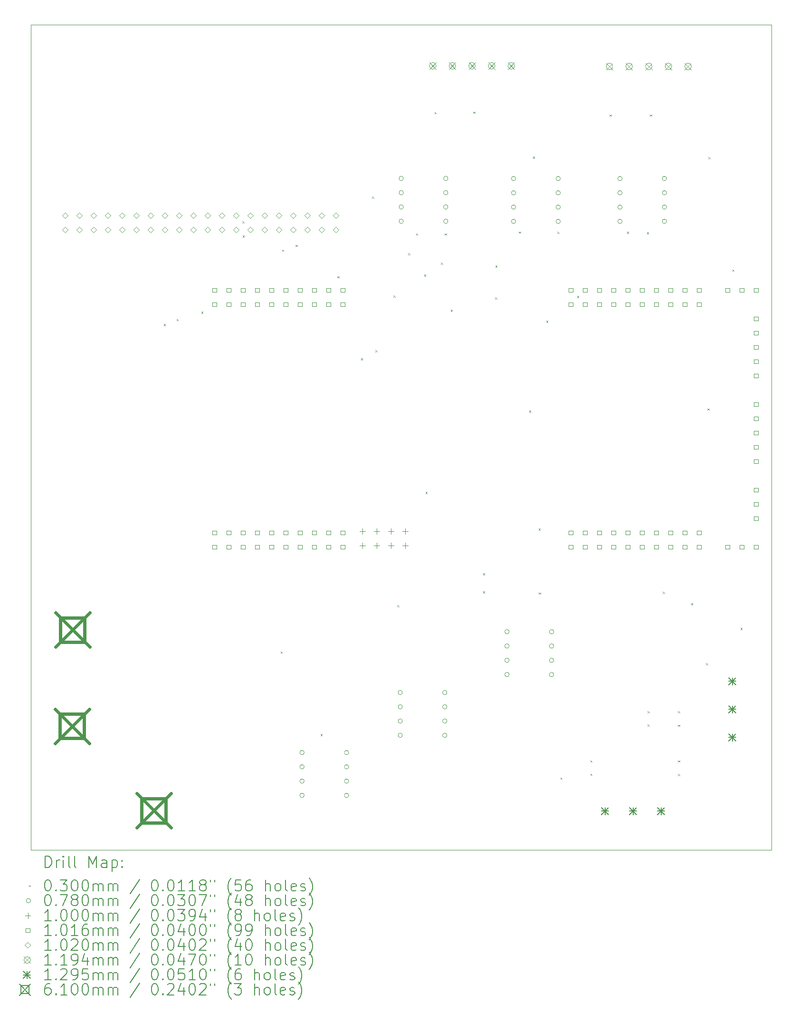
<source format=gbr>
%TF.GenerationSoftware,KiCad,Pcbnew,9.0.2*%
%TF.CreationDate,2025-06-02T11:58:07-04:00*%
%TF.ProjectId,Capstone_Interfacing_PCB,43617073-746f-46e6-955f-496e74657266,v0*%
%TF.SameCoordinates,Original*%
%TF.FileFunction,Drillmap*%
%TF.FilePolarity,Positive*%
%FSLAX45Y45*%
G04 Gerber Fmt 4.5, Leading zero omitted, Abs format (unit mm)*
G04 Created by KiCad (PCBNEW 9.0.2) date 2025-06-02 11:58:07*
%MOMM*%
%LPD*%
G01*
G04 APERTURE LIST*
%ADD10C,0.050000*%
%ADD11C,0.200000*%
%ADD12C,0.100000*%
%ADD13C,0.101600*%
%ADD14C,0.102000*%
%ADD15C,0.119380*%
%ADD16C,0.129540*%
%ADD17C,0.610000*%
G04 APERTURE END LIST*
D10*
X2800000Y-1304000D02*
X16000000Y-1304000D01*
X16000000Y-15994000D01*
X2800000Y-15994000D01*
X2800000Y-1304000D01*
D11*
D12*
X5170000Y-6635000D02*
X5200000Y-6665000D01*
X5200000Y-6635000D02*
X5170000Y-6665000D01*
X5400000Y-6545000D02*
X5430000Y-6575000D01*
X5430000Y-6545000D02*
X5400000Y-6575000D01*
X5840000Y-6415000D02*
X5870000Y-6445000D01*
X5870000Y-6415000D02*
X5840000Y-6445000D01*
X6570000Y-4805000D02*
X6600000Y-4835000D01*
X6600000Y-4805000D02*
X6570000Y-4835000D01*
X6577500Y-5062500D02*
X6607500Y-5092500D01*
X6607500Y-5062500D02*
X6577500Y-5092500D01*
X7255000Y-12465000D02*
X7285000Y-12495000D01*
X7285000Y-12465000D02*
X7255000Y-12495000D01*
X7280000Y-5310000D02*
X7310000Y-5340000D01*
X7310000Y-5310000D02*
X7280000Y-5340000D01*
X7520000Y-5225000D02*
X7550000Y-5255000D01*
X7550000Y-5225000D02*
X7520000Y-5255000D01*
X7965000Y-13935000D02*
X7995000Y-13965000D01*
X7995000Y-13935000D02*
X7965000Y-13965000D01*
X8267500Y-5782500D02*
X8297500Y-5812500D01*
X8297500Y-5782500D02*
X8267500Y-5812500D01*
X8682500Y-7245000D02*
X8712500Y-7275000D01*
X8712500Y-7245000D02*
X8682500Y-7275000D01*
X8885000Y-4367500D02*
X8915000Y-4397500D01*
X8915000Y-4367500D02*
X8885000Y-4397500D01*
X8942500Y-7100000D02*
X8972500Y-7130000D01*
X8972500Y-7100000D02*
X8942500Y-7130000D01*
X9262500Y-6127500D02*
X9292500Y-6157500D01*
X9292500Y-6127500D02*
X9262500Y-6157500D01*
X9332000Y-11638000D02*
X9362000Y-11668000D01*
X9362000Y-11638000D02*
X9332000Y-11668000D01*
X9527500Y-5375000D02*
X9557500Y-5405000D01*
X9557500Y-5375000D02*
X9527500Y-5405000D01*
X9665000Y-5022500D02*
X9695000Y-5052500D01*
X9695000Y-5022500D02*
X9665000Y-5052500D01*
X9810000Y-5755000D02*
X9840000Y-5785000D01*
X9840000Y-5755000D02*
X9810000Y-5785000D01*
X9837500Y-9622500D02*
X9867500Y-9652500D01*
X9867500Y-9622500D02*
X9837500Y-9652500D01*
X9995000Y-2865000D02*
X10025000Y-2895000D01*
X10025000Y-2865000D02*
X9995000Y-2895000D01*
X10110000Y-5545000D02*
X10140000Y-5575000D01*
X10140000Y-5545000D02*
X10110000Y-5575000D01*
X10180000Y-5022500D02*
X10210000Y-5052500D01*
X10210000Y-5022500D02*
X10180000Y-5052500D01*
X10285000Y-6382500D02*
X10315000Y-6412500D01*
X10315000Y-6382500D02*
X10285000Y-6412500D01*
X10685000Y-2855000D02*
X10715000Y-2885000D01*
X10715000Y-2855000D02*
X10685000Y-2885000D01*
X10860000Y-11070000D02*
X10890000Y-11100000D01*
X10890000Y-11070000D02*
X10860000Y-11100000D01*
X10860000Y-11395000D02*
X10890000Y-11425000D01*
X10890000Y-11395000D02*
X10860000Y-11425000D01*
X11077500Y-6160000D02*
X11107500Y-6190000D01*
X11107500Y-6160000D02*
X11077500Y-6190000D01*
X11080000Y-5595000D02*
X11110000Y-5625000D01*
X11110000Y-5595000D02*
X11080000Y-5625000D01*
X11497500Y-4990000D02*
X11527500Y-5020000D01*
X11527500Y-4990000D02*
X11497500Y-5020000D01*
X11682500Y-8177500D02*
X11712500Y-8207500D01*
X11712500Y-8177500D02*
X11682500Y-8207500D01*
X11747500Y-3655000D02*
X11777500Y-3685000D01*
X11777500Y-3655000D02*
X11747500Y-3685000D01*
X11850000Y-10275000D02*
X11880000Y-10305000D01*
X11880000Y-10275000D02*
X11850000Y-10305000D01*
X11855000Y-11415000D02*
X11885000Y-11445000D01*
X11885000Y-11415000D02*
X11855000Y-11445000D01*
X11985000Y-6575000D02*
X12015000Y-6605000D01*
X12015000Y-6575000D02*
X11985000Y-6605000D01*
X12187500Y-4995000D02*
X12217500Y-5025000D01*
X12217500Y-4995000D02*
X12187500Y-5025000D01*
X12240000Y-14710000D02*
X12270000Y-14740000D01*
X12270000Y-14710000D02*
X12240000Y-14740000D01*
X12535000Y-6137500D02*
X12565000Y-6167500D01*
X12565000Y-6137500D02*
X12535000Y-6167500D01*
X12772300Y-14402300D02*
X12802300Y-14432300D01*
X12802300Y-14402300D02*
X12772300Y-14432300D01*
X12772500Y-14640000D02*
X12802500Y-14670000D01*
X12802500Y-14640000D02*
X12772500Y-14670000D01*
X13115000Y-2905000D02*
X13145000Y-2935000D01*
X13145000Y-2905000D02*
X13115000Y-2935000D01*
X13425000Y-4995000D02*
X13455000Y-5025000D01*
X13455000Y-4995000D02*
X13425000Y-5025000D01*
X13780000Y-5000000D02*
X13810000Y-5030000D01*
X13810000Y-5000000D02*
X13780000Y-5030000D01*
X13792500Y-13527500D02*
X13822500Y-13557500D01*
X13822500Y-13527500D02*
X13792500Y-13557500D01*
X13792500Y-13762500D02*
X13822500Y-13792500D01*
X13822500Y-13762500D02*
X13792500Y-13792500D01*
X13835000Y-2905000D02*
X13865000Y-2935000D01*
X13865000Y-2905000D02*
X13835000Y-2935000D01*
X14065000Y-11400000D02*
X14095000Y-11430000D01*
X14095000Y-11400000D02*
X14065000Y-11430000D01*
X14335000Y-13525000D02*
X14365000Y-13555000D01*
X14365000Y-13525000D02*
X14335000Y-13555000D01*
X14335000Y-13767500D02*
X14365000Y-13797500D01*
X14365000Y-13767500D02*
X14335000Y-13797500D01*
X14335000Y-14402500D02*
X14365000Y-14432500D01*
X14365000Y-14402500D02*
X14335000Y-14432500D01*
X14335000Y-14645000D02*
X14365000Y-14675000D01*
X14365000Y-14645000D02*
X14335000Y-14675000D01*
X14570000Y-11605000D02*
X14600000Y-11635000D01*
X14600000Y-11605000D02*
X14570000Y-11635000D01*
X14835000Y-12672400D02*
X14865000Y-12702400D01*
X14865000Y-12672400D02*
X14835000Y-12702400D01*
X14862500Y-8140000D02*
X14892500Y-8170000D01*
X14892500Y-8140000D02*
X14862500Y-8170000D01*
X14880000Y-3665000D02*
X14910000Y-3695000D01*
X14910000Y-3665000D02*
X14880000Y-3695000D01*
X15305000Y-5665000D02*
X15335000Y-5695000D01*
X15335000Y-5665000D02*
X15305000Y-5695000D01*
X15447500Y-12045000D02*
X15477500Y-12075000D01*
X15477500Y-12045000D02*
X15447500Y-12075000D01*
X7674000Y-14265000D02*
G75*
G02*
X7596000Y-14265000I-39000J0D01*
G01*
X7596000Y-14265000D02*
G75*
G02*
X7674000Y-14265000I39000J0D01*
G01*
X7674000Y-14519000D02*
G75*
G02*
X7596000Y-14519000I-39000J0D01*
G01*
X7596000Y-14519000D02*
G75*
G02*
X7674000Y-14519000I39000J0D01*
G01*
X7674000Y-14773000D02*
G75*
G02*
X7596000Y-14773000I-39000J0D01*
G01*
X7596000Y-14773000D02*
G75*
G02*
X7674000Y-14773000I39000J0D01*
G01*
X7674000Y-15027000D02*
G75*
G02*
X7596000Y-15027000I-39000J0D01*
G01*
X7596000Y-15027000D02*
G75*
G02*
X7674000Y-15027000I39000J0D01*
G01*
X8468000Y-14265000D02*
G75*
G02*
X8390000Y-14265000I-39000J0D01*
G01*
X8390000Y-14265000D02*
G75*
G02*
X8468000Y-14265000I39000J0D01*
G01*
X8468000Y-14519000D02*
G75*
G02*
X8390000Y-14519000I-39000J0D01*
G01*
X8390000Y-14519000D02*
G75*
G02*
X8468000Y-14519000I39000J0D01*
G01*
X8468000Y-14773000D02*
G75*
G02*
X8390000Y-14773000I-39000J0D01*
G01*
X8390000Y-14773000D02*
G75*
G02*
X8468000Y-14773000I39000J0D01*
G01*
X8468000Y-15027000D02*
G75*
G02*
X8390000Y-15027000I-39000J0D01*
G01*
X8390000Y-15027000D02*
G75*
G02*
X8468000Y-15027000I39000J0D01*
G01*
X9424000Y-13195000D02*
G75*
G02*
X9346000Y-13195000I-39000J0D01*
G01*
X9346000Y-13195000D02*
G75*
G02*
X9424000Y-13195000I39000J0D01*
G01*
X9424000Y-13449000D02*
G75*
G02*
X9346000Y-13449000I-39000J0D01*
G01*
X9346000Y-13449000D02*
G75*
G02*
X9424000Y-13449000I39000J0D01*
G01*
X9424000Y-13703000D02*
G75*
G02*
X9346000Y-13703000I-39000J0D01*
G01*
X9346000Y-13703000D02*
G75*
G02*
X9424000Y-13703000I39000J0D01*
G01*
X9424000Y-13957000D02*
G75*
G02*
X9346000Y-13957000I-39000J0D01*
G01*
X9346000Y-13957000D02*
G75*
G02*
X9424000Y-13957000I39000J0D01*
G01*
X9442000Y-4044000D02*
G75*
G02*
X9364000Y-4044000I-39000J0D01*
G01*
X9364000Y-4044000D02*
G75*
G02*
X9442000Y-4044000I39000J0D01*
G01*
X9442000Y-4298000D02*
G75*
G02*
X9364000Y-4298000I-39000J0D01*
G01*
X9364000Y-4298000D02*
G75*
G02*
X9442000Y-4298000I39000J0D01*
G01*
X9442000Y-4552000D02*
G75*
G02*
X9364000Y-4552000I-39000J0D01*
G01*
X9364000Y-4552000D02*
G75*
G02*
X9442000Y-4552000I39000J0D01*
G01*
X9442000Y-4806000D02*
G75*
G02*
X9364000Y-4806000I-39000J0D01*
G01*
X9364000Y-4806000D02*
G75*
G02*
X9442000Y-4806000I39000J0D01*
G01*
X10218000Y-13195000D02*
G75*
G02*
X10140000Y-13195000I-39000J0D01*
G01*
X10140000Y-13195000D02*
G75*
G02*
X10218000Y-13195000I39000J0D01*
G01*
X10218000Y-13449000D02*
G75*
G02*
X10140000Y-13449000I-39000J0D01*
G01*
X10140000Y-13449000D02*
G75*
G02*
X10218000Y-13449000I39000J0D01*
G01*
X10218000Y-13703000D02*
G75*
G02*
X10140000Y-13703000I-39000J0D01*
G01*
X10140000Y-13703000D02*
G75*
G02*
X10218000Y-13703000I39000J0D01*
G01*
X10218000Y-13957000D02*
G75*
G02*
X10140000Y-13957000I-39000J0D01*
G01*
X10140000Y-13957000D02*
G75*
G02*
X10218000Y-13957000I39000J0D01*
G01*
X10236000Y-4044000D02*
G75*
G02*
X10158000Y-4044000I-39000J0D01*
G01*
X10158000Y-4044000D02*
G75*
G02*
X10236000Y-4044000I39000J0D01*
G01*
X10236000Y-4298000D02*
G75*
G02*
X10158000Y-4298000I-39000J0D01*
G01*
X10158000Y-4298000D02*
G75*
G02*
X10236000Y-4298000I39000J0D01*
G01*
X10236000Y-4552000D02*
G75*
G02*
X10158000Y-4552000I-39000J0D01*
G01*
X10158000Y-4552000D02*
G75*
G02*
X10236000Y-4552000I39000J0D01*
G01*
X10236000Y-4806000D02*
G75*
G02*
X10158000Y-4806000I-39000J0D01*
G01*
X10158000Y-4806000D02*
G75*
G02*
X10236000Y-4806000I39000J0D01*
G01*
X11327000Y-12114000D02*
G75*
G02*
X11249000Y-12114000I-39000J0D01*
G01*
X11249000Y-12114000D02*
G75*
G02*
X11327000Y-12114000I39000J0D01*
G01*
X11327000Y-12368000D02*
G75*
G02*
X11249000Y-12368000I-39000J0D01*
G01*
X11249000Y-12368000D02*
G75*
G02*
X11327000Y-12368000I39000J0D01*
G01*
X11327000Y-12622000D02*
G75*
G02*
X11249000Y-12622000I-39000J0D01*
G01*
X11249000Y-12622000D02*
G75*
G02*
X11327000Y-12622000I39000J0D01*
G01*
X11327000Y-12876000D02*
G75*
G02*
X11249000Y-12876000I-39000J0D01*
G01*
X11249000Y-12876000D02*
G75*
G02*
X11327000Y-12876000I39000J0D01*
G01*
X11445000Y-4046000D02*
G75*
G02*
X11367000Y-4046000I-39000J0D01*
G01*
X11367000Y-4046000D02*
G75*
G02*
X11445000Y-4046000I39000J0D01*
G01*
X11445000Y-4300000D02*
G75*
G02*
X11367000Y-4300000I-39000J0D01*
G01*
X11367000Y-4300000D02*
G75*
G02*
X11445000Y-4300000I39000J0D01*
G01*
X11445000Y-4554000D02*
G75*
G02*
X11367000Y-4554000I-39000J0D01*
G01*
X11367000Y-4554000D02*
G75*
G02*
X11445000Y-4554000I39000J0D01*
G01*
X11445000Y-4808000D02*
G75*
G02*
X11367000Y-4808000I-39000J0D01*
G01*
X11367000Y-4808000D02*
G75*
G02*
X11445000Y-4808000I39000J0D01*
G01*
X12121000Y-12114000D02*
G75*
G02*
X12043000Y-12114000I-39000J0D01*
G01*
X12043000Y-12114000D02*
G75*
G02*
X12121000Y-12114000I39000J0D01*
G01*
X12121000Y-12368000D02*
G75*
G02*
X12043000Y-12368000I-39000J0D01*
G01*
X12043000Y-12368000D02*
G75*
G02*
X12121000Y-12368000I39000J0D01*
G01*
X12121000Y-12622000D02*
G75*
G02*
X12043000Y-12622000I-39000J0D01*
G01*
X12043000Y-12622000D02*
G75*
G02*
X12121000Y-12622000I39000J0D01*
G01*
X12121000Y-12876000D02*
G75*
G02*
X12043000Y-12876000I-39000J0D01*
G01*
X12043000Y-12876000D02*
G75*
G02*
X12121000Y-12876000I39000J0D01*
G01*
X12239000Y-4046000D02*
G75*
G02*
X12161000Y-4046000I-39000J0D01*
G01*
X12161000Y-4046000D02*
G75*
G02*
X12239000Y-4046000I39000J0D01*
G01*
X12239000Y-4300000D02*
G75*
G02*
X12161000Y-4300000I-39000J0D01*
G01*
X12161000Y-4300000D02*
G75*
G02*
X12239000Y-4300000I39000J0D01*
G01*
X12239000Y-4554000D02*
G75*
G02*
X12161000Y-4554000I-39000J0D01*
G01*
X12161000Y-4554000D02*
G75*
G02*
X12239000Y-4554000I39000J0D01*
G01*
X12239000Y-4808000D02*
G75*
G02*
X12161000Y-4808000I-39000J0D01*
G01*
X12161000Y-4808000D02*
G75*
G02*
X12239000Y-4808000I39000J0D01*
G01*
X13339000Y-4046000D02*
G75*
G02*
X13261000Y-4046000I-39000J0D01*
G01*
X13261000Y-4046000D02*
G75*
G02*
X13339000Y-4046000I39000J0D01*
G01*
X13339000Y-4300000D02*
G75*
G02*
X13261000Y-4300000I-39000J0D01*
G01*
X13261000Y-4300000D02*
G75*
G02*
X13339000Y-4300000I39000J0D01*
G01*
X13339000Y-4554000D02*
G75*
G02*
X13261000Y-4554000I-39000J0D01*
G01*
X13261000Y-4554000D02*
G75*
G02*
X13339000Y-4554000I39000J0D01*
G01*
X13339000Y-4808000D02*
G75*
G02*
X13261000Y-4808000I-39000J0D01*
G01*
X13261000Y-4808000D02*
G75*
G02*
X13339000Y-4808000I39000J0D01*
G01*
X14133000Y-4046000D02*
G75*
G02*
X14055000Y-4046000I-39000J0D01*
G01*
X14055000Y-4046000D02*
G75*
G02*
X14133000Y-4046000I39000J0D01*
G01*
X14133000Y-4300000D02*
G75*
G02*
X14055000Y-4300000I-39000J0D01*
G01*
X14055000Y-4300000D02*
G75*
G02*
X14133000Y-4300000I39000J0D01*
G01*
X14133000Y-4554000D02*
G75*
G02*
X14055000Y-4554000I-39000J0D01*
G01*
X14055000Y-4554000D02*
G75*
G02*
X14133000Y-4554000I39000J0D01*
G01*
X14133000Y-4808000D02*
G75*
G02*
X14055000Y-4808000I-39000J0D01*
G01*
X14055000Y-4808000D02*
G75*
G02*
X14133000Y-4808000I39000J0D01*
G01*
X8709400Y-10275600D02*
X8709400Y-10375600D01*
X8659400Y-10325600D02*
X8759400Y-10325600D01*
X8709400Y-10529600D02*
X8709400Y-10629600D01*
X8659400Y-10579600D02*
X8759400Y-10579600D01*
X8963400Y-10275600D02*
X8963400Y-10375600D01*
X8913400Y-10325600D02*
X9013400Y-10325600D01*
X8963400Y-10529600D02*
X8963400Y-10629600D01*
X8913400Y-10579600D02*
X9013400Y-10579600D01*
X9217400Y-10275600D02*
X9217400Y-10375600D01*
X9167400Y-10325600D02*
X9267400Y-10325600D01*
X9217400Y-10529600D02*
X9217400Y-10629600D01*
X9167400Y-10579600D02*
X9267400Y-10579600D01*
X9471400Y-10275600D02*
X9471400Y-10375600D01*
X9421400Y-10325600D02*
X9521400Y-10325600D01*
X9471400Y-10529600D02*
X9471400Y-10629600D01*
X9421400Y-10579600D02*
X9521400Y-10579600D01*
D13*
X6110921Y-6066921D02*
X6110921Y-5995079D01*
X6039079Y-5995079D01*
X6039079Y-6066921D01*
X6110921Y-6066921D01*
X6110921Y-6320921D02*
X6110921Y-6249079D01*
X6039079Y-6249079D01*
X6039079Y-6320921D01*
X6110921Y-6320921D01*
X6110921Y-10384921D02*
X6110921Y-10313079D01*
X6039079Y-10313079D01*
X6039079Y-10384921D01*
X6110921Y-10384921D01*
X6110921Y-10638921D02*
X6110921Y-10567079D01*
X6039079Y-10567079D01*
X6039079Y-10638921D01*
X6110921Y-10638921D01*
X6364921Y-6066921D02*
X6364921Y-5995079D01*
X6293079Y-5995079D01*
X6293079Y-6066921D01*
X6364921Y-6066921D01*
X6364921Y-6320921D02*
X6364921Y-6249079D01*
X6293079Y-6249079D01*
X6293079Y-6320921D01*
X6364921Y-6320921D01*
X6364921Y-10384921D02*
X6364921Y-10313079D01*
X6293079Y-10313079D01*
X6293079Y-10384921D01*
X6364921Y-10384921D01*
X6364921Y-10638921D02*
X6364921Y-10567079D01*
X6293079Y-10567079D01*
X6293079Y-10638921D01*
X6364921Y-10638921D01*
X6618921Y-6066921D02*
X6618921Y-5995079D01*
X6547079Y-5995079D01*
X6547079Y-6066921D01*
X6618921Y-6066921D01*
X6618921Y-6320921D02*
X6618921Y-6249079D01*
X6547079Y-6249079D01*
X6547079Y-6320921D01*
X6618921Y-6320921D01*
X6618921Y-10384921D02*
X6618921Y-10313079D01*
X6547079Y-10313079D01*
X6547079Y-10384921D01*
X6618921Y-10384921D01*
X6618921Y-10638921D02*
X6618921Y-10567079D01*
X6547079Y-10567079D01*
X6547079Y-10638921D01*
X6618921Y-10638921D01*
X6872921Y-6066921D02*
X6872921Y-5995079D01*
X6801079Y-5995079D01*
X6801079Y-6066921D01*
X6872921Y-6066921D01*
X6872921Y-6320921D02*
X6872921Y-6249079D01*
X6801079Y-6249079D01*
X6801079Y-6320921D01*
X6872921Y-6320921D01*
X6872921Y-10384921D02*
X6872921Y-10313079D01*
X6801079Y-10313079D01*
X6801079Y-10384921D01*
X6872921Y-10384921D01*
X6872921Y-10638921D02*
X6872921Y-10567079D01*
X6801079Y-10567079D01*
X6801079Y-10638921D01*
X6872921Y-10638921D01*
X7126921Y-6066921D02*
X7126921Y-5995079D01*
X7055079Y-5995079D01*
X7055079Y-6066921D01*
X7126921Y-6066921D01*
X7126921Y-6320921D02*
X7126921Y-6249079D01*
X7055079Y-6249079D01*
X7055079Y-6320921D01*
X7126921Y-6320921D01*
X7126921Y-10384921D02*
X7126921Y-10313079D01*
X7055079Y-10313079D01*
X7055079Y-10384921D01*
X7126921Y-10384921D01*
X7126921Y-10638921D02*
X7126921Y-10567079D01*
X7055079Y-10567079D01*
X7055079Y-10638921D01*
X7126921Y-10638921D01*
X7380921Y-6066921D02*
X7380921Y-5995079D01*
X7309079Y-5995079D01*
X7309079Y-6066921D01*
X7380921Y-6066921D01*
X7380921Y-6320921D02*
X7380921Y-6249079D01*
X7309079Y-6249079D01*
X7309079Y-6320921D01*
X7380921Y-6320921D01*
X7380921Y-10384921D02*
X7380921Y-10313079D01*
X7309079Y-10313079D01*
X7309079Y-10384921D01*
X7380921Y-10384921D01*
X7380921Y-10638921D02*
X7380921Y-10567079D01*
X7309079Y-10567079D01*
X7309079Y-10638921D01*
X7380921Y-10638921D01*
X7634921Y-6066921D02*
X7634921Y-5995079D01*
X7563079Y-5995079D01*
X7563079Y-6066921D01*
X7634921Y-6066921D01*
X7634921Y-6320921D02*
X7634921Y-6249079D01*
X7563079Y-6249079D01*
X7563079Y-6320921D01*
X7634921Y-6320921D01*
X7634921Y-10384921D02*
X7634921Y-10313079D01*
X7563079Y-10313079D01*
X7563079Y-10384921D01*
X7634921Y-10384921D01*
X7634921Y-10638921D02*
X7634921Y-10567079D01*
X7563079Y-10567079D01*
X7563079Y-10638921D01*
X7634921Y-10638921D01*
X7888921Y-6066921D02*
X7888921Y-5995079D01*
X7817079Y-5995079D01*
X7817079Y-6066921D01*
X7888921Y-6066921D01*
X7888921Y-6320921D02*
X7888921Y-6249079D01*
X7817079Y-6249079D01*
X7817079Y-6320921D01*
X7888921Y-6320921D01*
X7888921Y-10384921D02*
X7888921Y-10313079D01*
X7817079Y-10313079D01*
X7817079Y-10384921D01*
X7888921Y-10384921D01*
X7888921Y-10638921D02*
X7888921Y-10567079D01*
X7817079Y-10567079D01*
X7817079Y-10638921D01*
X7888921Y-10638921D01*
X8142921Y-6066921D02*
X8142921Y-5995079D01*
X8071079Y-5995079D01*
X8071079Y-6066921D01*
X8142921Y-6066921D01*
X8142921Y-6320921D02*
X8142921Y-6249079D01*
X8071079Y-6249079D01*
X8071079Y-6320921D01*
X8142921Y-6320921D01*
X8142921Y-10384921D02*
X8142921Y-10313079D01*
X8071079Y-10313079D01*
X8071079Y-10384921D01*
X8142921Y-10384921D01*
X8142921Y-10638921D02*
X8142921Y-10567079D01*
X8071079Y-10567079D01*
X8071079Y-10638921D01*
X8142921Y-10638921D01*
X8396921Y-6066921D02*
X8396921Y-5995079D01*
X8325079Y-5995079D01*
X8325079Y-6066921D01*
X8396921Y-6066921D01*
X8396921Y-6320921D02*
X8396921Y-6249079D01*
X8325079Y-6249079D01*
X8325079Y-6320921D01*
X8396921Y-6320921D01*
X8396921Y-10384921D02*
X8396921Y-10313079D01*
X8325079Y-10313079D01*
X8325079Y-10384921D01*
X8396921Y-10384921D01*
X8396921Y-10638921D02*
X8396921Y-10567079D01*
X8325079Y-10567079D01*
X8325079Y-10638921D01*
X8396921Y-10638921D01*
X12460921Y-6066921D02*
X12460921Y-5995079D01*
X12389079Y-5995079D01*
X12389079Y-6066921D01*
X12460921Y-6066921D01*
X12460921Y-6320921D02*
X12460921Y-6249079D01*
X12389079Y-6249079D01*
X12389079Y-6320921D01*
X12460921Y-6320921D01*
X12460921Y-10384921D02*
X12460921Y-10313079D01*
X12389079Y-10313079D01*
X12389079Y-10384921D01*
X12460921Y-10384921D01*
X12460921Y-10638921D02*
X12460921Y-10567079D01*
X12389079Y-10567079D01*
X12389079Y-10638921D01*
X12460921Y-10638921D01*
X12714921Y-6066921D02*
X12714921Y-5995079D01*
X12643079Y-5995079D01*
X12643079Y-6066921D01*
X12714921Y-6066921D01*
X12714921Y-6320921D02*
X12714921Y-6249079D01*
X12643079Y-6249079D01*
X12643079Y-6320921D01*
X12714921Y-6320921D01*
X12714921Y-10384921D02*
X12714921Y-10313079D01*
X12643079Y-10313079D01*
X12643079Y-10384921D01*
X12714921Y-10384921D01*
X12714921Y-10638921D02*
X12714921Y-10567079D01*
X12643079Y-10567079D01*
X12643079Y-10638921D01*
X12714921Y-10638921D01*
X12968921Y-6066921D02*
X12968921Y-5995079D01*
X12897079Y-5995079D01*
X12897079Y-6066921D01*
X12968921Y-6066921D01*
X12968921Y-6320921D02*
X12968921Y-6249079D01*
X12897079Y-6249079D01*
X12897079Y-6320921D01*
X12968921Y-6320921D01*
X12968921Y-10384921D02*
X12968921Y-10313079D01*
X12897079Y-10313079D01*
X12897079Y-10384921D01*
X12968921Y-10384921D01*
X12968921Y-10638921D02*
X12968921Y-10567079D01*
X12897079Y-10567079D01*
X12897079Y-10638921D01*
X12968921Y-10638921D01*
X13222921Y-6066921D02*
X13222921Y-5995079D01*
X13151079Y-5995079D01*
X13151079Y-6066921D01*
X13222921Y-6066921D01*
X13222921Y-6320921D02*
X13222921Y-6249079D01*
X13151079Y-6249079D01*
X13151079Y-6320921D01*
X13222921Y-6320921D01*
X13222921Y-10384921D02*
X13222921Y-10313079D01*
X13151079Y-10313079D01*
X13151079Y-10384921D01*
X13222921Y-10384921D01*
X13222921Y-10638921D02*
X13222921Y-10567079D01*
X13151079Y-10567079D01*
X13151079Y-10638921D01*
X13222921Y-10638921D01*
X13476921Y-6066921D02*
X13476921Y-5995079D01*
X13405079Y-5995079D01*
X13405079Y-6066921D01*
X13476921Y-6066921D01*
X13476921Y-6320921D02*
X13476921Y-6249079D01*
X13405079Y-6249079D01*
X13405079Y-6320921D01*
X13476921Y-6320921D01*
X13476921Y-10384921D02*
X13476921Y-10313079D01*
X13405079Y-10313079D01*
X13405079Y-10384921D01*
X13476921Y-10384921D01*
X13476921Y-10638921D02*
X13476921Y-10567079D01*
X13405079Y-10567079D01*
X13405079Y-10638921D01*
X13476921Y-10638921D01*
X13730921Y-6066921D02*
X13730921Y-5995079D01*
X13659079Y-5995079D01*
X13659079Y-6066921D01*
X13730921Y-6066921D01*
X13730921Y-6320921D02*
X13730921Y-6249079D01*
X13659079Y-6249079D01*
X13659079Y-6320921D01*
X13730921Y-6320921D01*
X13730921Y-10384921D02*
X13730921Y-10313079D01*
X13659079Y-10313079D01*
X13659079Y-10384921D01*
X13730921Y-10384921D01*
X13730921Y-10638921D02*
X13730921Y-10567079D01*
X13659079Y-10567079D01*
X13659079Y-10638921D01*
X13730921Y-10638921D01*
X13984921Y-6066921D02*
X13984921Y-5995079D01*
X13913079Y-5995079D01*
X13913079Y-6066921D01*
X13984921Y-6066921D01*
X13984921Y-6320921D02*
X13984921Y-6249079D01*
X13913079Y-6249079D01*
X13913079Y-6320921D01*
X13984921Y-6320921D01*
X13984921Y-10384921D02*
X13984921Y-10313079D01*
X13913079Y-10313079D01*
X13913079Y-10384921D01*
X13984921Y-10384921D01*
X13984921Y-10638921D02*
X13984921Y-10567079D01*
X13913079Y-10567079D01*
X13913079Y-10638921D01*
X13984921Y-10638921D01*
X14238921Y-6066921D02*
X14238921Y-5995079D01*
X14167079Y-5995079D01*
X14167079Y-6066921D01*
X14238921Y-6066921D01*
X14238921Y-6320921D02*
X14238921Y-6249079D01*
X14167079Y-6249079D01*
X14167079Y-6320921D01*
X14238921Y-6320921D01*
X14238921Y-10384921D02*
X14238921Y-10313079D01*
X14167079Y-10313079D01*
X14167079Y-10384921D01*
X14238921Y-10384921D01*
X14238921Y-10638921D02*
X14238921Y-10567079D01*
X14167079Y-10567079D01*
X14167079Y-10638921D01*
X14238921Y-10638921D01*
X14492921Y-6066921D02*
X14492921Y-5995079D01*
X14421079Y-5995079D01*
X14421079Y-6066921D01*
X14492921Y-6066921D01*
X14492921Y-6320921D02*
X14492921Y-6249079D01*
X14421079Y-6249079D01*
X14421079Y-6320921D01*
X14492921Y-6320921D01*
X14492921Y-10384921D02*
X14492921Y-10313079D01*
X14421079Y-10313079D01*
X14421079Y-10384921D01*
X14492921Y-10384921D01*
X14492921Y-10638921D02*
X14492921Y-10567079D01*
X14421079Y-10567079D01*
X14421079Y-10638921D01*
X14492921Y-10638921D01*
X14746921Y-6066921D02*
X14746921Y-5995079D01*
X14675079Y-5995079D01*
X14675079Y-6066921D01*
X14746921Y-6066921D01*
X14746921Y-6320921D02*
X14746921Y-6249079D01*
X14675079Y-6249079D01*
X14675079Y-6320921D01*
X14746921Y-6320921D01*
X14746921Y-10384921D02*
X14746921Y-10313079D01*
X14675079Y-10313079D01*
X14675079Y-10384921D01*
X14746921Y-10384921D01*
X14746921Y-10638921D02*
X14746921Y-10567079D01*
X14675079Y-10567079D01*
X14675079Y-10638921D01*
X14746921Y-10638921D01*
X15254921Y-6066921D02*
X15254921Y-5995079D01*
X15183079Y-5995079D01*
X15183079Y-6066921D01*
X15254921Y-6066921D01*
X15254921Y-10638921D02*
X15254921Y-10567079D01*
X15183079Y-10567079D01*
X15183079Y-10638921D01*
X15254921Y-10638921D01*
X15508921Y-6066921D02*
X15508921Y-5995079D01*
X15437079Y-5995079D01*
X15437079Y-6066921D01*
X15508921Y-6066921D01*
X15508921Y-10638921D02*
X15508921Y-10567079D01*
X15437079Y-10567079D01*
X15437079Y-10638921D01*
X15508921Y-10638921D01*
X15762921Y-6066921D02*
X15762921Y-5995079D01*
X15691079Y-5995079D01*
X15691079Y-6066921D01*
X15762921Y-6066921D01*
X15762921Y-6574921D02*
X15762921Y-6503079D01*
X15691079Y-6503079D01*
X15691079Y-6574921D01*
X15762921Y-6574921D01*
X15762921Y-6828921D02*
X15762921Y-6757079D01*
X15691079Y-6757079D01*
X15691079Y-6828921D01*
X15762921Y-6828921D01*
X15762921Y-7082921D02*
X15762921Y-7011079D01*
X15691079Y-7011079D01*
X15691079Y-7082921D01*
X15762921Y-7082921D01*
X15762921Y-7336921D02*
X15762921Y-7265079D01*
X15691079Y-7265079D01*
X15691079Y-7336921D01*
X15762921Y-7336921D01*
X15762921Y-7590921D02*
X15762921Y-7519079D01*
X15691079Y-7519079D01*
X15691079Y-7590921D01*
X15762921Y-7590921D01*
X15762921Y-8098921D02*
X15762921Y-8027079D01*
X15691079Y-8027079D01*
X15691079Y-8098921D01*
X15762921Y-8098921D01*
X15762921Y-8352921D02*
X15762921Y-8281079D01*
X15691079Y-8281079D01*
X15691079Y-8352921D01*
X15762921Y-8352921D01*
X15762921Y-8606921D02*
X15762921Y-8535079D01*
X15691079Y-8535079D01*
X15691079Y-8606921D01*
X15762921Y-8606921D01*
X15762921Y-8860921D02*
X15762921Y-8789079D01*
X15691079Y-8789079D01*
X15691079Y-8860921D01*
X15762921Y-8860921D01*
X15762921Y-9114921D02*
X15762921Y-9043079D01*
X15691079Y-9043079D01*
X15691079Y-9114921D01*
X15762921Y-9114921D01*
X15762921Y-9622921D02*
X15762921Y-9551079D01*
X15691079Y-9551079D01*
X15691079Y-9622921D01*
X15762921Y-9622921D01*
X15762921Y-9876921D02*
X15762921Y-9805079D01*
X15691079Y-9805079D01*
X15691079Y-9876921D01*
X15762921Y-9876921D01*
X15762921Y-10130921D02*
X15762921Y-10059079D01*
X15691079Y-10059079D01*
X15691079Y-10130921D01*
X15762921Y-10130921D01*
X15762921Y-10638921D02*
X15762921Y-10567079D01*
X15691079Y-10567079D01*
X15691079Y-10638921D01*
X15762921Y-10638921D01*
D14*
X3410000Y-4751000D02*
X3461000Y-4700000D01*
X3410000Y-4649000D01*
X3359000Y-4700000D01*
X3410000Y-4751000D01*
X3410000Y-5005000D02*
X3461000Y-4954000D01*
X3410000Y-4903000D01*
X3359000Y-4954000D01*
X3410000Y-5005000D01*
X3664000Y-4751000D02*
X3715000Y-4700000D01*
X3664000Y-4649000D01*
X3613000Y-4700000D01*
X3664000Y-4751000D01*
X3664000Y-5005000D02*
X3715000Y-4954000D01*
X3664000Y-4903000D01*
X3613000Y-4954000D01*
X3664000Y-5005000D01*
X3918000Y-4751000D02*
X3969000Y-4700000D01*
X3918000Y-4649000D01*
X3867000Y-4700000D01*
X3918000Y-4751000D01*
X3918000Y-5005000D02*
X3969000Y-4954000D01*
X3918000Y-4903000D01*
X3867000Y-4954000D01*
X3918000Y-5005000D01*
X4172000Y-4751000D02*
X4223000Y-4700000D01*
X4172000Y-4649000D01*
X4121000Y-4700000D01*
X4172000Y-4751000D01*
X4172000Y-5005000D02*
X4223000Y-4954000D01*
X4172000Y-4903000D01*
X4121000Y-4954000D01*
X4172000Y-5005000D01*
X4426000Y-4751000D02*
X4477000Y-4700000D01*
X4426000Y-4649000D01*
X4375000Y-4700000D01*
X4426000Y-4751000D01*
X4426000Y-5005000D02*
X4477000Y-4954000D01*
X4426000Y-4903000D01*
X4375000Y-4954000D01*
X4426000Y-5005000D01*
X4680000Y-4751000D02*
X4731000Y-4700000D01*
X4680000Y-4649000D01*
X4629000Y-4700000D01*
X4680000Y-4751000D01*
X4680000Y-5005000D02*
X4731000Y-4954000D01*
X4680000Y-4903000D01*
X4629000Y-4954000D01*
X4680000Y-5005000D01*
X4934000Y-4751000D02*
X4985000Y-4700000D01*
X4934000Y-4649000D01*
X4883000Y-4700000D01*
X4934000Y-4751000D01*
X4934000Y-5005000D02*
X4985000Y-4954000D01*
X4934000Y-4903000D01*
X4883000Y-4954000D01*
X4934000Y-5005000D01*
X5188000Y-4751000D02*
X5239000Y-4700000D01*
X5188000Y-4649000D01*
X5137000Y-4700000D01*
X5188000Y-4751000D01*
X5188000Y-5005000D02*
X5239000Y-4954000D01*
X5188000Y-4903000D01*
X5137000Y-4954000D01*
X5188000Y-5005000D01*
X5442000Y-4751000D02*
X5493000Y-4700000D01*
X5442000Y-4649000D01*
X5391000Y-4700000D01*
X5442000Y-4751000D01*
X5442000Y-5005000D02*
X5493000Y-4954000D01*
X5442000Y-4903000D01*
X5391000Y-4954000D01*
X5442000Y-5005000D01*
X5696000Y-4751000D02*
X5747000Y-4700000D01*
X5696000Y-4649000D01*
X5645000Y-4700000D01*
X5696000Y-4751000D01*
X5696000Y-5005000D02*
X5747000Y-4954000D01*
X5696000Y-4903000D01*
X5645000Y-4954000D01*
X5696000Y-5005000D01*
X5950000Y-4751000D02*
X6001000Y-4700000D01*
X5950000Y-4649000D01*
X5899000Y-4700000D01*
X5950000Y-4751000D01*
X5950000Y-5005000D02*
X6001000Y-4954000D01*
X5950000Y-4903000D01*
X5899000Y-4954000D01*
X5950000Y-5005000D01*
X6204000Y-4751000D02*
X6255000Y-4700000D01*
X6204000Y-4649000D01*
X6153000Y-4700000D01*
X6204000Y-4751000D01*
X6204000Y-5005000D02*
X6255000Y-4954000D01*
X6204000Y-4903000D01*
X6153000Y-4954000D01*
X6204000Y-5005000D01*
X6458000Y-4751000D02*
X6509000Y-4700000D01*
X6458000Y-4649000D01*
X6407000Y-4700000D01*
X6458000Y-4751000D01*
X6458000Y-5005000D02*
X6509000Y-4954000D01*
X6458000Y-4903000D01*
X6407000Y-4954000D01*
X6458000Y-5005000D01*
X6712000Y-4751000D02*
X6763000Y-4700000D01*
X6712000Y-4649000D01*
X6661000Y-4700000D01*
X6712000Y-4751000D01*
X6712000Y-5005000D02*
X6763000Y-4954000D01*
X6712000Y-4903000D01*
X6661000Y-4954000D01*
X6712000Y-5005000D01*
X6966000Y-4751000D02*
X7017000Y-4700000D01*
X6966000Y-4649000D01*
X6915000Y-4700000D01*
X6966000Y-4751000D01*
X6966000Y-5005000D02*
X7017000Y-4954000D01*
X6966000Y-4903000D01*
X6915000Y-4954000D01*
X6966000Y-5005000D01*
X7220000Y-4751000D02*
X7271000Y-4700000D01*
X7220000Y-4649000D01*
X7169000Y-4700000D01*
X7220000Y-4751000D01*
X7220000Y-5005000D02*
X7271000Y-4954000D01*
X7220000Y-4903000D01*
X7169000Y-4954000D01*
X7220000Y-5005000D01*
X7474000Y-4751000D02*
X7525000Y-4700000D01*
X7474000Y-4649000D01*
X7423000Y-4700000D01*
X7474000Y-4751000D01*
X7474000Y-5005000D02*
X7525000Y-4954000D01*
X7474000Y-4903000D01*
X7423000Y-4954000D01*
X7474000Y-5005000D01*
X7728000Y-4751000D02*
X7779000Y-4700000D01*
X7728000Y-4649000D01*
X7677000Y-4700000D01*
X7728000Y-4751000D01*
X7728000Y-5005000D02*
X7779000Y-4954000D01*
X7728000Y-4903000D01*
X7677000Y-4954000D01*
X7728000Y-5005000D01*
X7982000Y-4751000D02*
X8033000Y-4700000D01*
X7982000Y-4649000D01*
X7931000Y-4700000D01*
X7982000Y-4751000D01*
X7982000Y-5005000D02*
X8033000Y-4954000D01*
X7982000Y-4903000D01*
X7931000Y-4954000D01*
X7982000Y-5005000D01*
X8236000Y-4751000D02*
X8287000Y-4700000D01*
X8236000Y-4649000D01*
X8185000Y-4700000D01*
X8236000Y-4751000D01*
X8236000Y-5005000D02*
X8287000Y-4954000D01*
X8236000Y-4903000D01*
X8185000Y-4954000D01*
X8236000Y-5005000D01*
D15*
X9905310Y-1980310D02*
X10024690Y-2099690D01*
X10024690Y-1980310D02*
X9905310Y-2099690D01*
X10024690Y-2040000D02*
G75*
G02*
X9905310Y-2040000I-59690J0D01*
G01*
X9905310Y-2040000D02*
G75*
G02*
X10024690Y-2040000I59690J0D01*
G01*
X10255310Y-1980310D02*
X10374690Y-2099690D01*
X10374690Y-1980310D02*
X10255310Y-2099690D01*
X10374690Y-2040000D02*
G75*
G02*
X10255310Y-2040000I-59690J0D01*
G01*
X10255310Y-2040000D02*
G75*
G02*
X10374690Y-2040000I59690J0D01*
G01*
X10605310Y-1980310D02*
X10724690Y-2099690D01*
X10724690Y-1980310D02*
X10605310Y-2099690D01*
X10724690Y-2040000D02*
G75*
G02*
X10605310Y-2040000I-59690J0D01*
G01*
X10605310Y-2040000D02*
G75*
G02*
X10724690Y-2040000I59690J0D01*
G01*
X10955310Y-1980310D02*
X11074690Y-2099690D01*
X11074690Y-1980310D02*
X10955310Y-2099690D01*
X11074690Y-2040000D02*
G75*
G02*
X10955310Y-2040000I-59690J0D01*
G01*
X10955310Y-2040000D02*
G75*
G02*
X11074690Y-2040000I59690J0D01*
G01*
X11305310Y-1980310D02*
X11424690Y-2099690D01*
X11424690Y-1980310D02*
X11305310Y-2099690D01*
X11424690Y-2040000D02*
G75*
G02*
X11305310Y-2040000I-59690J0D01*
G01*
X11305310Y-2040000D02*
G75*
G02*
X11424690Y-2040000I59690J0D01*
G01*
X13055310Y-1990310D02*
X13174690Y-2109690D01*
X13174690Y-1990310D02*
X13055310Y-2109690D01*
X13174690Y-2050000D02*
G75*
G02*
X13055310Y-2050000I-59690J0D01*
G01*
X13055310Y-2050000D02*
G75*
G02*
X13174690Y-2050000I59690J0D01*
G01*
X13405310Y-1990310D02*
X13524690Y-2109690D01*
X13524690Y-1990310D02*
X13405310Y-2109690D01*
X13524690Y-2050000D02*
G75*
G02*
X13405310Y-2050000I-59690J0D01*
G01*
X13405310Y-2050000D02*
G75*
G02*
X13524690Y-2050000I59690J0D01*
G01*
X13755310Y-1990310D02*
X13874690Y-2109690D01*
X13874690Y-1990310D02*
X13755310Y-2109690D01*
X13874690Y-2050000D02*
G75*
G02*
X13755310Y-2050000I-59690J0D01*
G01*
X13755310Y-2050000D02*
G75*
G02*
X13874690Y-2050000I59690J0D01*
G01*
X14105310Y-1990310D02*
X14224690Y-2109690D01*
X14224690Y-1990310D02*
X14105310Y-2109690D01*
X14224690Y-2050000D02*
G75*
G02*
X14105310Y-2050000I-59690J0D01*
G01*
X14105310Y-2050000D02*
G75*
G02*
X14224690Y-2050000I59690J0D01*
G01*
X14455310Y-1990310D02*
X14574690Y-2109690D01*
X14574690Y-1990310D02*
X14455310Y-2109690D01*
X14574690Y-2050000D02*
G75*
G02*
X14455310Y-2050000I-59690J0D01*
G01*
X14455310Y-2050000D02*
G75*
G02*
X14574690Y-2050000I59690J0D01*
G01*
D16*
X12970230Y-15240230D02*
X13099770Y-15369770D01*
X13099770Y-15240230D02*
X12970230Y-15369770D01*
X13035000Y-15240230D02*
X13035000Y-15369770D01*
X12970230Y-15305000D02*
X13099770Y-15305000D01*
X13470230Y-15240230D02*
X13599770Y-15369770D01*
X13599770Y-15240230D02*
X13470230Y-15369770D01*
X13535000Y-15240230D02*
X13535000Y-15369770D01*
X13470230Y-15305000D02*
X13599770Y-15305000D01*
X13970230Y-15240230D02*
X14099770Y-15369770D01*
X14099770Y-15240230D02*
X13970230Y-15369770D01*
X14035000Y-15240230D02*
X14035000Y-15369770D01*
X13970230Y-15305000D02*
X14099770Y-15305000D01*
X15240230Y-12930230D02*
X15369770Y-13059770D01*
X15369770Y-12930230D02*
X15240230Y-13059770D01*
X15305000Y-12930230D02*
X15305000Y-13059770D01*
X15240230Y-12995000D02*
X15369770Y-12995000D01*
X15240230Y-13430230D02*
X15369770Y-13559770D01*
X15369770Y-13430230D02*
X15240230Y-13559770D01*
X15305000Y-13430230D02*
X15305000Y-13559770D01*
X15240230Y-13495000D02*
X15369770Y-13495000D01*
X15240230Y-13930230D02*
X15369770Y-14059770D01*
X15369770Y-13930230D02*
X15240230Y-14059770D01*
X15305000Y-13930230D02*
X15305000Y-14059770D01*
X15240230Y-13995000D02*
X15369770Y-13995000D01*
D17*
X3230000Y-13490000D02*
X3840000Y-14100000D01*
X3840000Y-13490000D02*
X3230000Y-14100000D01*
X3750670Y-14010670D02*
X3750670Y-13579330D01*
X3319330Y-13579330D01*
X3319330Y-14010670D01*
X3750670Y-14010670D01*
X3240000Y-11773000D02*
X3850000Y-12383000D01*
X3850000Y-11773000D02*
X3240000Y-12383000D01*
X3760670Y-12293670D02*
X3760670Y-11862330D01*
X3329330Y-11862330D01*
X3329330Y-12293670D01*
X3760670Y-12293670D01*
X4690000Y-14990000D02*
X5300000Y-15600000D01*
X5300000Y-14990000D02*
X4690000Y-15600000D01*
X5210670Y-15510670D02*
X5210670Y-15079330D01*
X4779330Y-15079330D01*
X4779330Y-15510670D01*
X5210670Y-15510670D01*
D11*
X3058277Y-16307984D02*
X3058277Y-16107984D01*
X3058277Y-16107984D02*
X3105896Y-16107984D01*
X3105896Y-16107984D02*
X3134467Y-16117508D01*
X3134467Y-16117508D02*
X3153515Y-16136555D01*
X3153515Y-16136555D02*
X3163039Y-16155603D01*
X3163039Y-16155603D02*
X3172562Y-16193698D01*
X3172562Y-16193698D02*
X3172562Y-16222269D01*
X3172562Y-16222269D02*
X3163039Y-16260365D01*
X3163039Y-16260365D02*
X3153515Y-16279412D01*
X3153515Y-16279412D02*
X3134467Y-16298460D01*
X3134467Y-16298460D02*
X3105896Y-16307984D01*
X3105896Y-16307984D02*
X3058277Y-16307984D01*
X3258277Y-16307984D02*
X3258277Y-16174650D01*
X3258277Y-16212746D02*
X3267801Y-16193698D01*
X3267801Y-16193698D02*
X3277324Y-16184174D01*
X3277324Y-16184174D02*
X3296372Y-16174650D01*
X3296372Y-16174650D02*
X3315420Y-16174650D01*
X3382086Y-16307984D02*
X3382086Y-16174650D01*
X3382086Y-16107984D02*
X3372562Y-16117508D01*
X3372562Y-16117508D02*
X3382086Y-16127031D01*
X3382086Y-16127031D02*
X3391610Y-16117508D01*
X3391610Y-16117508D02*
X3382086Y-16107984D01*
X3382086Y-16107984D02*
X3382086Y-16127031D01*
X3505896Y-16307984D02*
X3486848Y-16298460D01*
X3486848Y-16298460D02*
X3477324Y-16279412D01*
X3477324Y-16279412D02*
X3477324Y-16107984D01*
X3610658Y-16307984D02*
X3591610Y-16298460D01*
X3591610Y-16298460D02*
X3582086Y-16279412D01*
X3582086Y-16279412D02*
X3582086Y-16107984D01*
X3839229Y-16307984D02*
X3839229Y-16107984D01*
X3839229Y-16107984D02*
X3905896Y-16250841D01*
X3905896Y-16250841D02*
X3972562Y-16107984D01*
X3972562Y-16107984D02*
X3972562Y-16307984D01*
X4153515Y-16307984D02*
X4153515Y-16203222D01*
X4153515Y-16203222D02*
X4143991Y-16184174D01*
X4143991Y-16184174D02*
X4124943Y-16174650D01*
X4124943Y-16174650D02*
X4086848Y-16174650D01*
X4086848Y-16174650D02*
X4067801Y-16184174D01*
X4153515Y-16298460D02*
X4134467Y-16307984D01*
X4134467Y-16307984D02*
X4086848Y-16307984D01*
X4086848Y-16307984D02*
X4067801Y-16298460D01*
X4067801Y-16298460D02*
X4058277Y-16279412D01*
X4058277Y-16279412D02*
X4058277Y-16260365D01*
X4058277Y-16260365D02*
X4067801Y-16241317D01*
X4067801Y-16241317D02*
X4086848Y-16231793D01*
X4086848Y-16231793D02*
X4134467Y-16231793D01*
X4134467Y-16231793D02*
X4153515Y-16222269D01*
X4248753Y-16174650D02*
X4248753Y-16374650D01*
X4248753Y-16184174D02*
X4267801Y-16174650D01*
X4267801Y-16174650D02*
X4305896Y-16174650D01*
X4305896Y-16174650D02*
X4324944Y-16184174D01*
X4324944Y-16184174D02*
X4334467Y-16193698D01*
X4334467Y-16193698D02*
X4343991Y-16212746D01*
X4343991Y-16212746D02*
X4343991Y-16269888D01*
X4343991Y-16269888D02*
X4334467Y-16288936D01*
X4334467Y-16288936D02*
X4324944Y-16298460D01*
X4324944Y-16298460D02*
X4305896Y-16307984D01*
X4305896Y-16307984D02*
X4267801Y-16307984D01*
X4267801Y-16307984D02*
X4248753Y-16298460D01*
X4429705Y-16288936D02*
X4439229Y-16298460D01*
X4439229Y-16298460D02*
X4429705Y-16307984D01*
X4429705Y-16307984D02*
X4420182Y-16298460D01*
X4420182Y-16298460D02*
X4429705Y-16288936D01*
X4429705Y-16288936D02*
X4429705Y-16307984D01*
X4429705Y-16184174D02*
X4439229Y-16193698D01*
X4439229Y-16193698D02*
X4429705Y-16203222D01*
X4429705Y-16203222D02*
X4420182Y-16193698D01*
X4420182Y-16193698D02*
X4429705Y-16184174D01*
X4429705Y-16184174D02*
X4429705Y-16203222D01*
D12*
X2767500Y-16621500D02*
X2797500Y-16651500D01*
X2797500Y-16621500D02*
X2767500Y-16651500D01*
D11*
X3096372Y-16527984D02*
X3115420Y-16527984D01*
X3115420Y-16527984D02*
X3134467Y-16537508D01*
X3134467Y-16537508D02*
X3143991Y-16547031D01*
X3143991Y-16547031D02*
X3153515Y-16566079D01*
X3153515Y-16566079D02*
X3163039Y-16604174D01*
X3163039Y-16604174D02*
X3163039Y-16651793D01*
X3163039Y-16651793D02*
X3153515Y-16689888D01*
X3153515Y-16689888D02*
X3143991Y-16708936D01*
X3143991Y-16708936D02*
X3134467Y-16718460D01*
X3134467Y-16718460D02*
X3115420Y-16727984D01*
X3115420Y-16727984D02*
X3096372Y-16727984D01*
X3096372Y-16727984D02*
X3077324Y-16718460D01*
X3077324Y-16718460D02*
X3067801Y-16708936D01*
X3067801Y-16708936D02*
X3058277Y-16689888D01*
X3058277Y-16689888D02*
X3048753Y-16651793D01*
X3048753Y-16651793D02*
X3048753Y-16604174D01*
X3048753Y-16604174D02*
X3058277Y-16566079D01*
X3058277Y-16566079D02*
X3067801Y-16547031D01*
X3067801Y-16547031D02*
X3077324Y-16537508D01*
X3077324Y-16537508D02*
X3096372Y-16527984D01*
X3248753Y-16708936D02*
X3258277Y-16718460D01*
X3258277Y-16718460D02*
X3248753Y-16727984D01*
X3248753Y-16727984D02*
X3239229Y-16718460D01*
X3239229Y-16718460D02*
X3248753Y-16708936D01*
X3248753Y-16708936D02*
X3248753Y-16727984D01*
X3324943Y-16527984D02*
X3448753Y-16527984D01*
X3448753Y-16527984D02*
X3382086Y-16604174D01*
X3382086Y-16604174D02*
X3410658Y-16604174D01*
X3410658Y-16604174D02*
X3429705Y-16613698D01*
X3429705Y-16613698D02*
X3439229Y-16623222D01*
X3439229Y-16623222D02*
X3448753Y-16642269D01*
X3448753Y-16642269D02*
X3448753Y-16689888D01*
X3448753Y-16689888D02*
X3439229Y-16708936D01*
X3439229Y-16708936D02*
X3429705Y-16718460D01*
X3429705Y-16718460D02*
X3410658Y-16727984D01*
X3410658Y-16727984D02*
X3353515Y-16727984D01*
X3353515Y-16727984D02*
X3334467Y-16718460D01*
X3334467Y-16718460D02*
X3324943Y-16708936D01*
X3572562Y-16527984D02*
X3591610Y-16527984D01*
X3591610Y-16527984D02*
X3610658Y-16537508D01*
X3610658Y-16537508D02*
X3620182Y-16547031D01*
X3620182Y-16547031D02*
X3629705Y-16566079D01*
X3629705Y-16566079D02*
X3639229Y-16604174D01*
X3639229Y-16604174D02*
X3639229Y-16651793D01*
X3639229Y-16651793D02*
X3629705Y-16689888D01*
X3629705Y-16689888D02*
X3620182Y-16708936D01*
X3620182Y-16708936D02*
X3610658Y-16718460D01*
X3610658Y-16718460D02*
X3591610Y-16727984D01*
X3591610Y-16727984D02*
X3572562Y-16727984D01*
X3572562Y-16727984D02*
X3553515Y-16718460D01*
X3553515Y-16718460D02*
X3543991Y-16708936D01*
X3543991Y-16708936D02*
X3534467Y-16689888D01*
X3534467Y-16689888D02*
X3524943Y-16651793D01*
X3524943Y-16651793D02*
X3524943Y-16604174D01*
X3524943Y-16604174D02*
X3534467Y-16566079D01*
X3534467Y-16566079D02*
X3543991Y-16547031D01*
X3543991Y-16547031D02*
X3553515Y-16537508D01*
X3553515Y-16537508D02*
X3572562Y-16527984D01*
X3763039Y-16527984D02*
X3782086Y-16527984D01*
X3782086Y-16527984D02*
X3801134Y-16537508D01*
X3801134Y-16537508D02*
X3810658Y-16547031D01*
X3810658Y-16547031D02*
X3820182Y-16566079D01*
X3820182Y-16566079D02*
X3829705Y-16604174D01*
X3829705Y-16604174D02*
X3829705Y-16651793D01*
X3829705Y-16651793D02*
X3820182Y-16689888D01*
X3820182Y-16689888D02*
X3810658Y-16708936D01*
X3810658Y-16708936D02*
X3801134Y-16718460D01*
X3801134Y-16718460D02*
X3782086Y-16727984D01*
X3782086Y-16727984D02*
X3763039Y-16727984D01*
X3763039Y-16727984D02*
X3743991Y-16718460D01*
X3743991Y-16718460D02*
X3734467Y-16708936D01*
X3734467Y-16708936D02*
X3724943Y-16689888D01*
X3724943Y-16689888D02*
X3715420Y-16651793D01*
X3715420Y-16651793D02*
X3715420Y-16604174D01*
X3715420Y-16604174D02*
X3724943Y-16566079D01*
X3724943Y-16566079D02*
X3734467Y-16547031D01*
X3734467Y-16547031D02*
X3743991Y-16537508D01*
X3743991Y-16537508D02*
X3763039Y-16527984D01*
X3915420Y-16727984D02*
X3915420Y-16594650D01*
X3915420Y-16613698D02*
X3924943Y-16604174D01*
X3924943Y-16604174D02*
X3943991Y-16594650D01*
X3943991Y-16594650D02*
X3972563Y-16594650D01*
X3972563Y-16594650D02*
X3991610Y-16604174D01*
X3991610Y-16604174D02*
X4001134Y-16623222D01*
X4001134Y-16623222D02*
X4001134Y-16727984D01*
X4001134Y-16623222D02*
X4010658Y-16604174D01*
X4010658Y-16604174D02*
X4029705Y-16594650D01*
X4029705Y-16594650D02*
X4058277Y-16594650D01*
X4058277Y-16594650D02*
X4077324Y-16604174D01*
X4077324Y-16604174D02*
X4086848Y-16623222D01*
X4086848Y-16623222D02*
X4086848Y-16727984D01*
X4182086Y-16727984D02*
X4182086Y-16594650D01*
X4182086Y-16613698D02*
X4191610Y-16604174D01*
X4191610Y-16604174D02*
X4210658Y-16594650D01*
X4210658Y-16594650D02*
X4239229Y-16594650D01*
X4239229Y-16594650D02*
X4258277Y-16604174D01*
X4258277Y-16604174D02*
X4267801Y-16623222D01*
X4267801Y-16623222D02*
X4267801Y-16727984D01*
X4267801Y-16623222D02*
X4277325Y-16604174D01*
X4277325Y-16604174D02*
X4296372Y-16594650D01*
X4296372Y-16594650D02*
X4324944Y-16594650D01*
X4324944Y-16594650D02*
X4343991Y-16604174D01*
X4343991Y-16604174D02*
X4353515Y-16623222D01*
X4353515Y-16623222D02*
X4353515Y-16727984D01*
X4743991Y-16518460D02*
X4572563Y-16775603D01*
X5001134Y-16527984D02*
X5020182Y-16527984D01*
X5020182Y-16527984D02*
X5039229Y-16537508D01*
X5039229Y-16537508D02*
X5048753Y-16547031D01*
X5048753Y-16547031D02*
X5058277Y-16566079D01*
X5058277Y-16566079D02*
X5067801Y-16604174D01*
X5067801Y-16604174D02*
X5067801Y-16651793D01*
X5067801Y-16651793D02*
X5058277Y-16689888D01*
X5058277Y-16689888D02*
X5048753Y-16708936D01*
X5048753Y-16708936D02*
X5039229Y-16718460D01*
X5039229Y-16718460D02*
X5020182Y-16727984D01*
X5020182Y-16727984D02*
X5001134Y-16727984D01*
X5001134Y-16727984D02*
X4982087Y-16718460D01*
X4982087Y-16718460D02*
X4972563Y-16708936D01*
X4972563Y-16708936D02*
X4963039Y-16689888D01*
X4963039Y-16689888D02*
X4953515Y-16651793D01*
X4953515Y-16651793D02*
X4953515Y-16604174D01*
X4953515Y-16604174D02*
X4963039Y-16566079D01*
X4963039Y-16566079D02*
X4972563Y-16547031D01*
X4972563Y-16547031D02*
X4982087Y-16537508D01*
X4982087Y-16537508D02*
X5001134Y-16527984D01*
X5153515Y-16708936D02*
X5163039Y-16718460D01*
X5163039Y-16718460D02*
X5153515Y-16727984D01*
X5153515Y-16727984D02*
X5143991Y-16718460D01*
X5143991Y-16718460D02*
X5153515Y-16708936D01*
X5153515Y-16708936D02*
X5153515Y-16727984D01*
X5286848Y-16527984D02*
X5305896Y-16527984D01*
X5305896Y-16527984D02*
X5324944Y-16537508D01*
X5324944Y-16537508D02*
X5334468Y-16547031D01*
X5334468Y-16547031D02*
X5343991Y-16566079D01*
X5343991Y-16566079D02*
X5353515Y-16604174D01*
X5353515Y-16604174D02*
X5353515Y-16651793D01*
X5353515Y-16651793D02*
X5343991Y-16689888D01*
X5343991Y-16689888D02*
X5334468Y-16708936D01*
X5334468Y-16708936D02*
X5324944Y-16718460D01*
X5324944Y-16718460D02*
X5305896Y-16727984D01*
X5305896Y-16727984D02*
X5286848Y-16727984D01*
X5286848Y-16727984D02*
X5267801Y-16718460D01*
X5267801Y-16718460D02*
X5258277Y-16708936D01*
X5258277Y-16708936D02*
X5248753Y-16689888D01*
X5248753Y-16689888D02*
X5239229Y-16651793D01*
X5239229Y-16651793D02*
X5239229Y-16604174D01*
X5239229Y-16604174D02*
X5248753Y-16566079D01*
X5248753Y-16566079D02*
X5258277Y-16547031D01*
X5258277Y-16547031D02*
X5267801Y-16537508D01*
X5267801Y-16537508D02*
X5286848Y-16527984D01*
X5543991Y-16727984D02*
X5429706Y-16727984D01*
X5486848Y-16727984D02*
X5486848Y-16527984D01*
X5486848Y-16527984D02*
X5467801Y-16556555D01*
X5467801Y-16556555D02*
X5448753Y-16575603D01*
X5448753Y-16575603D02*
X5429706Y-16585127D01*
X5734467Y-16727984D02*
X5620182Y-16727984D01*
X5677325Y-16727984D02*
X5677325Y-16527984D01*
X5677325Y-16527984D02*
X5658277Y-16556555D01*
X5658277Y-16556555D02*
X5639229Y-16575603D01*
X5639229Y-16575603D02*
X5620182Y-16585127D01*
X5848753Y-16613698D02*
X5829706Y-16604174D01*
X5829706Y-16604174D02*
X5820182Y-16594650D01*
X5820182Y-16594650D02*
X5810658Y-16575603D01*
X5810658Y-16575603D02*
X5810658Y-16566079D01*
X5810658Y-16566079D02*
X5820182Y-16547031D01*
X5820182Y-16547031D02*
X5829706Y-16537508D01*
X5829706Y-16537508D02*
X5848753Y-16527984D01*
X5848753Y-16527984D02*
X5886848Y-16527984D01*
X5886848Y-16527984D02*
X5905896Y-16537508D01*
X5905896Y-16537508D02*
X5915420Y-16547031D01*
X5915420Y-16547031D02*
X5924944Y-16566079D01*
X5924944Y-16566079D02*
X5924944Y-16575603D01*
X5924944Y-16575603D02*
X5915420Y-16594650D01*
X5915420Y-16594650D02*
X5905896Y-16604174D01*
X5905896Y-16604174D02*
X5886848Y-16613698D01*
X5886848Y-16613698D02*
X5848753Y-16613698D01*
X5848753Y-16613698D02*
X5829706Y-16623222D01*
X5829706Y-16623222D02*
X5820182Y-16632746D01*
X5820182Y-16632746D02*
X5810658Y-16651793D01*
X5810658Y-16651793D02*
X5810658Y-16689888D01*
X5810658Y-16689888D02*
X5820182Y-16708936D01*
X5820182Y-16708936D02*
X5829706Y-16718460D01*
X5829706Y-16718460D02*
X5848753Y-16727984D01*
X5848753Y-16727984D02*
X5886848Y-16727984D01*
X5886848Y-16727984D02*
X5905896Y-16718460D01*
X5905896Y-16718460D02*
X5915420Y-16708936D01*
X5915420Y-16708936D02*
X5924944Y-16689888D01*
X5924944Y-16689888D02*
X5924944Y-16651793D01*
X5924944Y-16651793D02*
X5915420Y-16632746D01*
X5915420Y-16632746D02*
X5905896Y-16623222D01*
X5905896Y-16623222D02*
X5886848Y-16613698D01*
X6001134Y-16527984D02*
X6001134Y-16566079D01*
X6077325Y-16527984D02*
X6077325Y-16566079D01*
X6372563Y-16804174D02*
X6363039Y-16794650D01*
X6363039Y-16794650D02*
X6343991Y-16766079D01*
X6343991Y-16766079D02*
X6334468Y-16747031D01*
X6334468Y-16747031D02*
X6324944Y-16718460D01*
X6324944Y-16718460D02*
X6315420Y-16670841D01*
X6315420Y-16670841D02*
X6315420Y-16632746D01*
X6315420Y-16632746D02*
X6324944Y-16585127D01*
X6324944Y-16585127D02*
X6334468Y-16556555D01*
X6334468Y-16556555D02*
X6343991Y-16537508D01*
X6343991Y-16537508D02*
X6363039Y-16508936D01*
X6363039Y-16508936D02*
X6372563Y-16499412D01*
X6543991Y-16527984D02*
X6448753Y-16527984D01*
X6448753Y-16527984D02*
X6439229Y-16623222D01*
X6439229Y-16623222D02*
X6448753Y-16613698D01*
X6448753Y-16613698D02*
X6467801Y-16604174D01*
X6467801Y-16604174D02*
X6515420Y-16604174D01*
X6515420Y-16604174D02*
X6534468Y-16613698D01*
X6534468Y-16613698D02*
X6543991Y-16623222D01*
X6543991Y-16623222D02*
X6553515Y-16642269D01*
X6553515Y-16642269D02*
X6553515Y-16689888D01*
X6553515Y-16689888D02*
X6543991Y-16708936D01*
X6543991Y-16708936D02*
X6534468Y-16718460D01*
X6534468Y-16718460D02*
X6515420Y-16727984D01*
X6515420Y-16727984D02*
X6467801Y-16727984D01*
X6467801Y-16727984D02*
X6448753Y-16718460D01*
X6448753Y-16718460D02*
X6439229Y-16708936D01*
X6724944Y-16527984D02*
X6686848Y-16527984D01*
X6686848Y-16527984D02*
X6667801Y-16537508D01*
X6667801Y-16537508D02*
X6658277Y-16547031D01*
X6658277Y-16547031D02*
X6639229Y-16575603D01*
X6639229Y-16575603D02*
X6629706Y-16613698D01*
X6629706Y-16613698D02*
X6629706Y-16689888D01*
X6629706Y-16689888D02*
X6639229Y-16708936D01*
X6639229Y-16708936D02*
X6648753Y-16718460D01*
X6648753Y-16718460D02*
X6667801Y-16727984D01*
X6667801Y-16727984D02*
X6705896Y-16727984D01*
X6705896Y-16727984D02*
X6724944Y-16718460D01*
X6724944Y-16718460D02*
X6734468Y-16708936D01*
X6734468Y-16708936D02*
X6743991Y-16689888D01*
X6743991Y-16689888D02*
X6743991Y-16642269D01*
X6743991Y-16642269D02*
X6734468Y-16623222D01*
X6734468Y-16623222D02*
X6724944Y-16613698D01*
X6724944Y-16613698D02*
X6705896Y-16604174D01*
X6705896Y-16604174D02*
X6667801Y-16604174D01*
X6667801Y-16604174D02*
X6648753Y-16613698D01*
X6648753Y-16613698D02*
X6639229Y-16623222D01*
X6639229Y-16623222D02*
X6629706Y-16642269D01*
X6982087Y-16727984D02*
X6982087Y-16527984D01*
X7067801Y-16727984D02*
X7067801Y-16623222D01*
X7067801Y-16623222D02*
X7058277Y-16604174D01*
X7058277Y-16604174D02*
X7039230Y-16594650D01*
X7039230Y-16594650D02*
X7010658Y-16594650D01*
X7010658Y-16594650D02*
X6991610Y-16604174D01*
X6991610Y-16604174D02*
X6982087Y-16613698D01*
X7191610Y-16727984D02*
X7172563Y-16718460D01*
X7172563Y-16718460D02*
X7163039Y-16708936D01*
X7163039Y-16708936D02*
X7153515Y-16689888D01*
X7153515Y-16689888D02*
X7153515Y-16632746D01*
X7153515Y-16632746D02*
X7163039Y-16613698D01*
X7163039Y-16613698D02*
X7172563Y-16604174D01*
X7172563Y-16604174D02*
X7191610Y-16594650D01*
X7191610Y-16594650D02*
X7220182Y-16594650D01*
X7220182Y-16594650D02*
X7239230Y-16604174D01*
X7239230Y-16604174D02*
X7248753Y-16613698D01*
X7248753Y-16613698D02*
X7258277Y-16632746D01*
X7258277Y-16632746D02*
X7258277Y-16689888D01*
X7258277Y-16689888D02*
X7248753Y-16708936D01*
X7248753Y-16708936D02*
X7239230Y-16718460D01*
X7239230Y-16718460D02*
X7220182Y-16727984D01*
X7220182Y-16727984D02*
X7191610Y-16727984D01*
X7372563Y-16727984D02*
X7353515Y-16718460D01*
X7353515Y-16718460D02*
X7343991Y-16699412D01*
X7343991Y-16699412D02*
X7343991Y-16527984D01*
X7524944Y-16718460D02*
X7505896Y-16727984D01*
X7505896Y-16727984D02*
X7467801Y-16727984D01*
X7467801Y-16727984D02*
X7448753Y-16718460D01*
X7448753Y-16718460D02*
X7439230Y-16699412D01*
X7439230Y-16699412D02*
X7439230Y-16623222D01*
X7439230Y-16623222D02*
X7448753Y-16604174D01*
X7448753Y-16604174D02*
X7467801Y-16594650D01*
X7467801Y-16594650D02*
X7505896Y-16594650D01*
X7505896Y-16594650D02*
X7524944Y-16604174D01*
X7524944Y-16604174D02*
X7534468Y-16623222D01*
X7534468Y-16623222D02*
X7534468Y-16642269D01*
X7534468Y-16642269D02*
X7439230Y-16661317D01*
X7610658Y-16718460D02*
X7629706Y-16727984D01*
X7629706Y-16727984D02*
X7667801Y-16727984D01*
X7667801Y-16727984D02*
X7686849Y-16718460D01*
X7686849Y-16718460D02*
X7696372Y-16699412D01*
X7696372Y-16699412D02*
X7696372Y-16689888D01*
X7696372Y-16689888D02*
X7686849Y-16670841D01*
X7686849Y-16670841D02*
X7667801Y-16661317D01*
X7667801Y-16661317D02*
X7639230Y-16661317D01*
X7639230Y-16661317D02*
X7620182Y-16651793D01*
X7620182Y-16651793D02*
X7610658Y-16632746D01*
X7610658Y-16632746D02*
X7610658Y-16623222D01*
X7610658Y-16623222D02*
X7620182Y-16604174D01*
X7620182Y-16604174D02*
X7639230Y-16594650D01*
X7639230Y-16594650D02*
X7667801Y-16594650D01*
X7667801Y-16594650D02*
X7686849Y-16604174D01*
X7763039Y-16804174D02*
X7772563Y-16794650D01*
X7772563Y-16794650D02*
X7791611Y-16766079D01*
X7791611Y-16766079D02*
X7801134Y-16747031D01*
X7801134Y-16747031D02*
X7810658Y-16718460D01*
X7810658Y-16718460D02*
X7820182Y-16670841D01*
X7820182Y-16670841D02*
X7820182Y-16632746D01*
X7820182Y-16632746D02*
X7810658Y-16585127D01*
X7810658Y-16585127D02*
X7801134Y-16556555D01*
X7801134Y-16556555D02*
X7791611Y-16537508D01*
X7791611Y-16537508D02*
X7772563Y-16508936D01*
X7772563Y-16508936D02*
X7763039Y-16499412D01*
D12*
X2797500Y-16900500D02*
G75*
G02*
X2719500Y-16900500I-39000J0D01*
G01*
X2719500Y-16900500D02*
G75*
G02*
X2797500Y-16900500I39000J0D01*
G01*
D11*
X3096372Y-16791984D02*
X3115420Y-16791984D01*
X3115420Y-16791984D02*
X3134467Y-16801508D01*
X3134467Y-16801508D02*
X3143991Y-16811031D01*
X3143991Y-16811031D02*
X3153515Y-16830079D01*
X3153515Y-16830079D02*
X3163039Y-16868174D01*
X3163039Y-16868174D02*
X3163039Y-16915793D01*
X3163039Y-16915793D02*
X3153515Y-16953889D01*
X3153515Y-16953889D02*
X3143991Y-16972936D01*
X3143991Y-16972936D02*
X3134467Y-16982460D01*
X3134467Y-16982460D02*
X3115420Y-16991984D01*
X3115420Y-16991984D02*
X3096372Y-16991984D01*
X3096372Y-16991984D02*
X3077324Y-16982460D01*
X3077324Y-16982460D02*
X3067801Y-16972936D01*
X3067801Y-16972936D02*
X3058277Y-16953889D01*
X3058277Y-16953889D02*
X3048753Y-16915793D01*
X3048753Y-16915793D02*
X3048753Y-16868174D01*
X3048753Y-16868174D02*
X3058277Y-16830079D01*
X3058277Y-16830079D02*
X3067801Y-16811031D01*
X3067801Y-16811031D02*
X3077324Y-16801508D01*
X3077324Y-16801508D02*
X3096372Y-16791984D01*
X3248753Y-16972936D02*
X3258277Y-16982460D01*
X3258277Y-16982460D02*
X3248753Y-16991984D01*
X3248753Y-16991984D02*
X3239229Y-16982460D01*
X3239229Y-16982460D02*
X3248753Y-16972936D01*
X3248753Y-16972936D02*
X3248753Y-16991984D01*
X3324943Y-16791984D02*
X3458277Y-16791984D01*
X3458277Y-16791984D02*
X3372562Y-16991984D01*
X3563039Y-16877698D02*
X3543991Y-16868174D01*
X3543991Y-16868174D02*
X3534467Y-16858650D01*
X3534467Y-16858650D02*
X3524943Y-16839603D01*
X3524943Y-16839603D02*
X3524943Y-16830079D01*
X3524943Y-16830079D02*
X3534467Y-16811031D01*
X3534467Y-16811031D02*
X3543991Y-16801508D01*
X3543991Y-16801508D02*
X3563039Y-16791984D01*
X3563039Y-16791984D02*
X3601134Y-16791984D01*
X3601134Y-16791984D02*
X3620182Y-16801508D01*
X3620182Y-16801508D02*
X3629705Y-16811031D01*
X3629705Y-16811031D02*
X3639229Y-16830079D01*
X3639229Y-16830079D02*
X3639229Y-16839603D01*
X3639229Y-16839603D02*
X3629705Y-16858650D01*
X3629705Y-16858650D02*
X3620182Y-16868174D01*
X3620182Y-16868174D02*
X3601134Y-16877698D01*
X3601134Y-16877698D02*
X3563039Y-16877698D01*
X3563039Y-16877698D02*
X3543991Y-16887222D01*
X3543991Y-16887222D02*
X3534467Y-16896746D01*
X3534467Y-16896746D02*
X3524943Y-16915793D01*
X3524943Y-16915793D02*
X3524943Y-16953889D01*
X3524943Y-16953889D02*
X3534467Y-16972936D01*
X3534467Y-16972936D02*
X3543991Y-16982460D01*
X3543991Y-16982460D02*
X3563039Y-16991984D01*
X3563039Y-16991984D02*
X3601134Y-16991984D01*
X3601134Y-16991984D02*
X3620182Y-16982460D01*
X3620182Y-16982460D02*
X3629705Y-16972936D01*
X3629705Y-16972936D02*
X3639229Y-16953889D01*
X3639229Y-16953889D02*
X3639229Y-16915793D01*
X3639229Y-16915793D02*
X3629705Y-16896746D01*
X3629705Y-16896746D02*
X3620182Y-16887222D01*
X3620182Y-16887222D02*
X3601134Y-16877698D01*
X3763039Y-16791984D02*
X3782086Y-16791984D01*
X3782086Y-16791984D02*
X3801134Y-16801508D01*
X3801134Y-16801508D02*
X3810658Y-16811031D01*
X3810658Y-16811031D02*
X3820182Y-16830079D01*
X3820182Y-16830079D02*
X3829705Y-16868174D01*
X3829705Y-16868174D02*
X3829705Y-16915793D01*
X3829705Y-16915793D02*
X3820182Y-16953889D01*
X3820182Y-16953889D02*
X3810658Y-16972936D01*
X3810658Y-16972936D02*
X3801134Y-16982460D01*
X3801134Y-16982460D02*
X3782086Y-16991984D01*
X3782086Y-16991984D02*
X3763039Y-16991984D01*
X3763039Y-16991984D02*
X3743991Y-16982460D01*
X3743991Y-16982460D02*
X3734467Y-16972936D01*
X3734467Y-16972936D02*
X3724943Y-16953889D01*
X3724943Y-16953889D02*
X3715420Y-16915793D01*
X3715420Y-16915793D02*
X3715420Y-16868174D01*
X3715420Y-16868174D02*
X3724943Y-16830079D01*
X3724943Y-16830079D02*
X3734467Y-16811031D01*
X3734467Y-16811031D02*
X3743991Y-16801508D01*
X3743991Y-16801508D02*
X3763039Y-16791984D01*
X3915420Y-16991984D02*
X3915420Y-16858650D01*
X3915420Y-16877698D02*
X3924943Y-16868174D01*
X3924943Y-16868174D02*
X3943991Y-16858650D01*
X3943991Y-16858650D02*
X3972563Y-16858650D01*
X3972563Y-16858650D02*
X3991610Y-16868174D01*
X3991610Y-16868174D02*
X4001134Y-16887222D01*
X4001134Y-16887222D02*
X4001134Y-16991984D01*
X4001134Y-16887222D02*
X4010658Y-16868174D01*
X4010658Y-16868174D02*
X4029705Y-16858650D01*
X4029705Y-16858650D02*
X4058277Y-16858650D01*
X4058277Y-16858650D02*
X4077324Y-16868174D01*
X4077324Y-16868174D02*
X4086848Y-16887222D01*
X4086848Y-16887222D02*
X4086848Y-16991984D01*
X4182086Y-16991984D02*
X4182086Y-16858650D01*
X4182086Y-16877698D02*
X4191610Y-16868174D01*
X4191610Y-16868174D02*
X4210658Y-16858650D01*
X4210658Y-16858650D02*
X4239229Y-16858650D01*
X4239229Y-16858650D02*
X4258277Y-16868174D01*
X4258277Y-16868174D02*
X4267801Y-16887222D01*
X4267801Y-16887222D02*
X4267801Y-16991984D01*
X4267801Y-16887222D02*
X4277325Y-16868174D01*
X4277325Y-16868174D02*
X4296372Y-16858650D01*
X4296372Y-16858650D02*
X4324944Y-16858650D01*
X4324944Y-16858650D02*
X4343991Y-16868174D01*
X4343991Y-16868174D02*
X4353515Y-16887222D01*
X4353515Y-16887222D02*
X4353515Y-16991984D01*
X4743991Y-16782460D02*
X4572563Y-17039603D01*
X5001134Y-16791984D02*
X5020182Y-16791984D01*
X5020182Y-16791984D02*
X5039229Y-16801508D01*
X5039229Y-16801508D02*
X5048753Y-16811031D01*
X5048753Y-16811031D02*
X5058277Y-16830079D01*
X5058277Y-16830079D02*
X5067801Y-16868174D01*
X5067801Y-16868174D02*
X5067801Y-16915793D01*
X5067801Y-16915793D02*
X5058277Y-16953889D01*
X5058277Y-16953889D02*
X5048753Y-16972936D01*
X5048753Y-16972936D02*
X5039229Y-16982460D01*
X5039229Y-16982460D02*
X5020182Y-16991984D01*
X5020182Y-16991984D02*
X5001134Y-16991984D01*
X5001134Y-16991984D02*
X4982087Y-16982460D01*
X4982087Y-16982460D02*
X4972563Y-16972936D01*
X4972563Y-16972936D02*
X4963039Y-16953889D01*
X4963039Y-16953889D02*
X4953515Y-16915793D01*
X4953515Y-16915793D02*
X4953515Y-16868174D01*
X4953515Y-16868174D02*
X4963039Y-16830079D01*
X4963039Y-16830079D02*
X4972563Y-16811031D01*
X4972563Y-16811031D02*
X4982087Y-16801508D01*
X4982087Y-16801508D02*
X5001134Y-16791984D01*
X5153515Y-16972936D02*
X5163039Y-16982460D01*
X5163039Y-16982460D02*
X5153515Y-16991984D01*
X5153515Y-16991984D02*
X5143991Y-16982460D01*
X5143991Y-16982460D02*
X5153515Y-16972936D01*
X5153515Y-16972936D02*
X5153515Y-16991984D01*
X5286848Y-16791984D02*
X5305896Y-16791984D01*
X5305896Y-16791984D02*
X5324944Y-16801508D01*
X5324944Y-16801508D02*
X5334468Y-16811031D01*
X5334468Y-16811031D02*
X5343991Y-16830079D01*
X5343991Y-16830079D02*
X5353515Y-16868174D01*
X5353515Y-16868174D02*
X5353515Y-16915793D01*
X5353515Y-16915793D02*
X5343991Y-16953889D01*
X5343991Y-16953889D02*
X5334468Y-16972936D01*
X5334468Y-16972936D02*
X5324944Y-16982460D01*
X5324944Y-16982460D02*
X5305896Y-16991984D01*
X5305896Y-16991984D02*
X5286848Y-16991984D01*
X5286848Y-16991984D02*
X5267801Y-16982460D01*
X5267801Y-16982460D02*
X5258277Y-16972936D01*
X5258277Y-16972936D02*
X5248753Y-16953889D01*
X5248753Y-16953889D02*
X5239229Y-16915793D01*
X5239229Y-16915793D02*
X5239229Y-16868174D01*
X5239229Y-16868174D02*
X5248753Y-16830079D01*
X5248753Y-16830079D02*
X5258277Y-16811031D01*
X5258277Y-16811031D02*
X5267801Y-16801508D01*
X5267801Y-16801508D02*
X5286848Y-16791984D01*
X5420182Y-16791984D02*
X5543991Y-16791984D01*
X5543991Y-16791984D02*
X5477325Y-16868174D01*
X5477325Y-16868174D02*
X5505896Y-16868174D01*
X5505896Y-16868174D02*
X5524944Y-16877698D01*
X5524944Y-16877698D02*
X5534468Y-16887222D01*
X5534468Y-16887222D02*
X5543991Y-16906270D01*
X5543991Y-16906270D02*
X5543991Y-16953889D01*
X5543991Y-16953889D02*
X5534468Y-16972936D01*
X5534468Y-16972936D02*
X5524944Y-16982460D01*
X5524944Y-16982460D02*
X5505896Y-16991984D01*
X5505896Y-16991984D02*
X5448753Y-16991984D01*
X5448753Y-16991984D02*
X5429706Y-16982460D01*
X5429706Y-16982460D02*
X5420182Y-16972936D01*
X5667801Y-16791984D02*
X5686848Y-16791984D01*
X5686848Y-16791984D02*
X5705896Y-16801508D01*
X5705896Y-16801508D02*
X5715420Y-16811031D01*
X5715420Y-16811031D02*
X5724944Y-16830079D01*
X5724944Y-16830079D02*
X5734467Y-16868174D01*
X5734467Y-16868174D02*
X5734467Y-16915793D01*
X5734467Y-16915793D02*
X5724944Y-16953889D01*
X5724944Y-16953889D02*
X5715420Y-16972936D01*
X5715420Y-16972936D02*
X5705896Y-16982460D01*
X5705896Y-16982460D02*
X5686848Y-16991984D01*
X5686848Y-16991984D02*
X5667801Y-16991984D01*
X5667801Y-16991984D02*
X5648753Y-16982460D01*
X5648753Y-16982460D02*
X5639229Y-16972936D01*
X5639229Y-16972936D02*
X5629706Y-16953889D01*
X5629706Y-16953889D02*
X5620182Y-16915793D01*
X5620182Y-16915793D02*
X5620182Y-16868174D01*
X5620182Y-16868174D02*
X5629706Y-16830079D01*
X5629706Y-16830079D02*
X5639229Y-16811031D01*
X5639229Y-16811031D02*
X5648753Y-16801508D01*
X5648753Y-16801508D02*
X5667801Y-16791984D01*
X5801134Y-16791984D02*
X5934467Y-16791984D01*
X5934467Y-16791984D02*
X5848753Y-16991984D01*
X6001134Y-16791984D02*
X6001134Y-16830079D01*
X6077325Y-16791984D02*
X6077325Y-16830079D01*
X6372563Y-17068174D02*
X6363039Y-17058650D01*
X6363039Y-17058650D02*
X6343991Y-17030079D01*
X6343991Y-17030079D02*
X6334468Y-17011031D01*
X6334468Y-17011031D02*
X6324944Y-16982460D01*
X6324944Y-16982460D02*
X6315420Y-16934841D01*
X6315420Y-16934841D02*
X6315420Y-16896746D01*
X6315420Y-16896746D02*
X6324944Y-16849127D01*
X6324944Y-16849127D02*
X6334468Y-16820555D01*
X6334468Y-16820555D02*
X6343991Y-16801508D01*
X6343991Y-16801508D02*
X6363039Y-16772936D01*
X6363039Y-16772936D02*
X6372563Y-16763412D01*
X6534468Y-16858650D02*
X6534468Y-16991984D01*
X6486848Y-16782460D02*
X6439229Y-16925317D01*
X6439229Y-16925317D02*
X6563039Y-16925317D01*
X6667801Y-16877698D02*
X6648753Y-16868174D01*
X6648753Y-16868174D02*
X6639229Y-16858650D01*
X6639229Y-16858650D02*
X6629706Y-16839603D01*
X6629706Y-16839603D02*
X6629706Y-16830079D01*
X6629706Y-16830079D02*
X6639229Y-16811031D01*
X6639229Y-16811031D02*
X6648753Y-16801508D01*
X6648753Y-16801508D02*
X6667801Y-16791984D01*
X6667801Y-16791984D02*
X6705896Y-16791984D01*
X6705896Y-16791984D02*
X6724944Y-16801508D01*
X6724944Y-16801508D02*
X6734468Y-16811031D01*
X6734468Y-16811031D02*
X6743991Y-16830079D01*
X6743991Y-16830079D02*
X6743991Y-16839603D01*
X6743991Y-16839603D02*
X6734468Y-16858650D01*
X6734468Y-16858650D02*
X6724944Y-16868174D01*
X6724944Y-16868174D02*
X6705896Y-16877698D01*
X6705896Y-16877698D02*
X6667801Y-16877698D01*
X6667801Y-16877698D02*
X6648753Y-16887222D01*
X6648753Y-16887222D02*
X6639229Y-16896746D01*
X6639229Y-16896746D02*
X6629706Y-16915793D01*
X6629706Y-16915793D02*
X6629706Y-16953889D01*
X6629706Y-16953889D02*
X6639229Y-16972936D01*
X6639229Y-16972936D02*
X6648753Y-16982460D01*
X6648753Y-16982460D02*
X6667801Y-16991984D01*
X6667801Y-16991984D02*
X6705896Y-16991984D01*
X6705896Y-16991984D02*
X6724944Y-16982460D01*
X6724944Y-16982460D02*
X6734468Y-16972936D01*
X6734468Y-16972936D02*
X6743991Y-16953889D01*
X6743991Y-16953889D02*
X6743991Y-16915793D01*
X6743991Y-16915793D02*
X6734468Y-16896746D01*
X6734468Y-16896746D02*
X6724944Y-16887222D01*
X6724944Y-16887222D02*
X6705896Y-16877698D01*
X6982087Y-16991984D02*
X6982087Y-16791984D01*
X7067801Y-16991984D02*
X7067801Y-16887222D01*
X7067801Y-16887222D02*
X7058277Y-16868174D01*
X7058277Y-16868174D02*
X7039230Y-16858650D01*
X7039230Y-16858650D02*
X7010658Y-16858650D01*
X7010658Y-16858650D02*
X6991610Y-16868174D01*
X6991610Y-16868174D02*
X6982087Y-16877698D01*
X7191610Y-16991984D02*
X7172563Y-16982460D01*
X7172563Y-16982460D02*
X7163039Y-16972936D01*
X7163039Y-16972936D02*
X7153515Y-16953889D01*
X7153515Y-16953889D02*
X7153515Y-16896746D01*
X7153515Y-16896746D02*
X7163039Y-16877698D01*
X7163039Y-16877698D02*
X7172563Y-16868174D01*
X7172563Y-16868174D02*
X7191610Y-16858650D01*
X7191610Y-16858650D02*
X7220182Y-16858650D01*
X7220182Y-16858650D02*
X7239230Y-16868174D01*
X7239230Y-16868174D02*
X7248753Y-16877698D01*
X7248753Y-16877698D02*
X7258277Y-16896746D01*
X7258277Y-16896746D02*
X7258277Y-16953889D01*
X7258277Y-16953889D02*
X7248753Y-16972936D01*
X7248753Y-16972936D02*
X7239230Y-16982460D01*
X7239230Y-16982460D02*
X7220182Y-16991984D01*
X7220182Y-16991984D02*
X7191610Y-16991984D01*
X7372563Y-16991984D02*
X7353515Y-16982460D01*
X7353515Y-16982460D02*
X7343991Y-16963412D01*
X7343991Y-16963412D02*
X7343991Y-16791984D01*
X7524944Y-16982460D02*
X7505896Y-16991984D01*
X7505896Y-16991984D02*
X7467801Y-16991984D01*
X7467801Y-16991984D02*
X7448753Y-16982460D01*
X7448753Y-16982460D02*
X7439230Y-16963412D01*
X7439230Y-16963412D02*
X7439230Y-16887222D01*
X7439230Y-16887222D02*
X7448753Y-16868174D01*
X7448753Y-16868174D02*
X7467801Y-16858650D01*
X7467801Y-16858650D02*
X7505896Y-16858650D01*
X7505896Y-16858650D02*
X7524944Y-16868174D01*
X7524944Y-16868174D02*
X7534468Y-16887222D01*
X7534468Y-16887222D02*
X7534468Y-16906270D01*
X7534468Y-16906270D02*
X7439230Y-16925317D01*
X7610658Y-16982460D02*
X7629706Y-16991984D01*
X7629706Y-16991984D02*
X7667801Y-16991984D01*
X7667801Y-16991984D02*
X7686849Y-16982460D01*
X7686849Y-16982460D02*
X7696372Y-16963412D01*
X7696372Y-16963412D02*
X7696372Y-16953889D01*
X7696372Y-16953889D02*
X7686849Y-16934841D01*
X7686849Y-16934841D02*
X7667801Y-16925317D01*
X7667801Y-16925317D02*
X7639230Y-16925317D01*
X7639230Y-16925317D02*
X7620182Y-16915793D01*
X7620182Y-16915793D02*
X7610658Y-16896746D01*
X7610658Y-16896746D02*
X7610658Y-16887222D01*
X7610658Y-16887222D02*
X7620182Y-16868174D01*
X7620182Y-16868174D02*
X7639230Y-16858650D01*
X7639230Y-16858650D02*
X7667801Y-16858650D01*
X7667801Y-16858650D02*
X7686849Y-16868174D01*
X7763039Y-17068174D02*
X7772563Y-17058650D01*
X7772563Y-17058650D02*
X7791611Y-17030079D01*
X7791611Y-17030079D02*
X7801134Y-17011031D01*
X7801134Y-17011031D02*
X7810658Y-16982460D01*
X7810658Y-16982460D02*
X7820182Y-16934841D01*
X7820182Y-16934841D02*
X7820182Y-16896746D01*
X7820182Y-16896746D02*
X7810658Y-16849127D01*
X7810658Y-16849127D02*
X7801134Y-16820555D01*
X7801134Y-16820555D02*
X7791611Y-16801508D01*
X7791611Y-16801508D02*
X7772563Y-16772936D01*
X7772563Y-16772936D02*
X7763039Y-16763412D01*
D12*
X2747500Y-17114500D02*
X2747500Y-17214500D01*
X2697500Y-17164500D02*
X2797500Y-17164500D01*
D11*
X3163039Y-17255984D02*
X3048753Y-17255984D01*
X3105896Y-17255984D02*
X3105896Y-17055984D01*
X3105896Y-17055984D02*
X3086848Y-17084555D01*
X3086848Y-17084555D02*
X3067801Y-17103603D01*
X3067801Y-17103603D02*
X3048753Y-17113127D01*
X3248753Y-17236936D02*
X3258277Y-17246460D01*
X3258277Y-17246460D02*
X3248753Y-17255984D01*
X3248753Y-17255984D02*
X3239229Y-17246460D01*
X3239229Y-17246460D02*
X3248753Y-17236936D01*
X3248753Y-17236936D02*
X3248753Y-17255984D01*
X3382086Y-17055984D02*
X3401134Y-17055984D01*
X3401134Y-17055984D02*
X3420182Y-17065508D01*
X3420182Y-17065508D02*
X3429705Y-17075031D01*
X3429705Y-17075031D02*
X3439229Y-17094079D01*
X3439229Y-17094079D02*
X3448753Y-17132174D01*
X3448753Y-17132174D02*
X3448753Y-17179793D01*
X3448753Y-17179793D02*
X3439229Y-17217889D01*
X3439229Y-17217889D02*
X3429705Y-17236936D01*
X3429705Y-17236936D02*
X3420182Y-17246460D01*
X3420182Y-17246460D02*
X3401134Y-17255984D01*
X3401134Y-17255984D02*
X3382086Y-17255984D01*
X3382086Y-17255984D02*
X3363039Y-17246460D01*
X3363039Y-17246460D02*
X3353515Y-17236936D01*
X3353515Y-17236936D02*
X3343991Y-17217889D01*
X3343991Y-17217889D02*
X3334467Y-17179793D01*
X3334467Y-17179793D02*
X3334467Y-17132174D01*
X3334467Y-17132174D02*
X3343991Y-17094079D01*
X3343991Y-17094079D02*
X3353515Y-17075031D01*
X3353515Y-17075031D02*
X3363039Y-17065508D01*
X3363039Y-17065508D02*
X3382086Y-17055984D01*
X3572562Y-17055984D02*
X3591610Y-17055984D01*
X3591610Y-17055984D02*
X3610658Y-17065508D01*
X3610658Y-17065508D02*
X3620182Y-17075031D01*
X3620182Y-17075031D02*
X3629705Y-17094079D01*
X3629705Y-17094079D02*
X3639229Y-17132174D01*
X3639229Y-17132174D02*
X3639229Y-17179793D01*
X3639229Y-17179793D02*
X3629705Y-17217889D01*
X3629705Y-17217889D02*
X3620182Y-17236936D01*
X3620182Y-17236936D02*
X3610658Y-17246460D01*
X3610658Y-17246460D02*
X3591610Y-17255984D01*
X3591610Y-17255984D02*
X3572562Y-17255984D01*
X3572562Y-17255984D02*
X3553515Y-17246460D01*
X3553515Y-17246460D02*
X3543991Y-17236936D01*
X3543991Y-17236936D02*
X3534467Y-17217889D01*
X3534467Y-17217889D02*
X3524943Y-17179793D01*
X3524943Y-17179793D02*
X3524943Y-17132174D01*
X3524943Y-17132174D02*
X3534467Y-17094079D01*
X3534467Y-17094079D02*
X3543991Y-17075031D01*
X3543991Y-17075031D02*
X3553515Y-17065508D01*
X3553515Y-17065508D02*
X3572562Y-17055984D01*
X3763039Y-17055984D02*
X3782086Y-17055984D01*
X3782086Y-17055984D02*
X3801134Y-17065508D01*
X3801134Y-17065508D02*
X3810658Y-17075031D01*
X3810658Y-17075031D02*
X3820182Y-17094079D01*
X3820182Y-17094079D02*
X3829705Y-17132174D01*
X3829705Y-17132174D02*
X3829705Y-17179793D01*
X3829705Y-17179793D02*
X3820182Y-17217889D01*
X3820182Y-17217889D02*
X3810658Y-17236936D01*
X3810658Y-17236936D02*
X3801134Y-17246460D01*
X3801134Y-17246460D02*
X3782086Y-17255984D01*
X3782086Y-17255984D02*
X3763039Y-17255984D01*
X3763039Y-17255984D02*
X3743991Y-17246460D01*
X3743991Y-17246460D02*
X3734467Y-17236936D01*
X3734467Y-17236936D02*
X3724943Y-17217889D01*
X3724943Y-17217889D02*
X3715420Y-17179793D01*
X3715420Y-17179793D02*
X3715420Y-17132174D01*
X3715420Y-17132174D02*
X3724943Y-17094079D01*
X3724943Y-17094079D02*
X3734467Y-17075031D01*
X3734467Y-17075031D02*
X3743991Y-17065508D01*
X3743991Y-17065508D02*
X3763039Y-17055984D01*
X3915420Y-17255984D02*
X3915420Y-17122650D01*
X3915420Y-17141698D02*
X3924943Y-17132174D01*
X3924943Y-17132174D02*
X3943991Y-17122650D01*
X3943991Y-17122650D02*
X3972563Y-17122650D01*
X3972563Y-17122650D02*
X3991610Y-17132174D01*
X3991610Y-17132174D02*
X4001134Y-17151222D01*
X4001134Y-17151222D02*
X4001134Y-17255984D01*
X4001134Y-17151222D02*
X4010658Y-17132174D01*
X4010658Y-17132174D02*
X4029705Y-17122650D01*
X4029705Y-17122650D02*
X4058277Y-17122650D01*
X4058277Y-17122650D02*
X4077324Y-17132174D01*
X4077324Y-17132174D02*
X4086848Y-17151222D01*
X4086848Y-17151222D02*
X4086848Y-17255984D01*
X4182086Y-17255984D02*
X4182086Y-17122650D01*
X4182086Y-17141698D02*
X4191610Y-17132174D01*
X4191610Y-17132174D02*
X4210658Y-17122650D01*
X4210658Y-17122650D02*
X4239229Y-17122650D01*
X4239229Y-17122650D02*
X4258277Y-17132174D01*
X4258277Y-17132174D02*
X4267801Y-17151222D01*
X4267801Y-17151222D02*
X4267801Y-17255984D01*
X4267801Y-17151222D02*
X4277325Y-17132174D01*
X4277325Y-17132174D02*
X4296372Y-17122650D01*
X4296372Y-17122650D02*
X4324944Y-17122650D01*
X4324944Y-17122650D02*
X4343991Y-17132174D01*
X4343991Y-17132174D02*
X4353515Y-17151222D01*
X4353515Y-17151222D02*
X4353515Y-17255984D01*
X4743991Y-17046460D02*
X4572563Y-17303603D01*
X5001134Y-17055984D02*
X5020182Y-17055984D01*
X5020182Y-17055984D02*
X5039229Y-17065508D01*
X5039229Y-17065508D02*
X5048753Y-17075031D01*
X5048753Y-17075031D02*
X5058277Y-17094079D01*
X5058277Y-17094079D02*
X5067801Y-17132174D01*
X5067801Y-17132174D02*
X5067801Y-17179793D01*
X5067801Y-17179793D02*
X5058277Y-17217889D01*
X5058277Y-17217889D02*
X5048753Y-17236936D01*
X5048753Y-17236936D02*
X5039229Y-17246460D01*
X5039229Y-17246460D02*
X5020182Y-17255984D01*
X5020182Y-17255984D02*
X5001134Y-17255984D01*
X5001134Y-17255984D02*
X4982087Y-17246460D01*
X4982087Y-17246460D02*
X4972563Y-17236936D01*
X4972563Y-17236936D02*
X4963039Y-17217889D01*
X4963039Y-17217889D02*
X4953515Y-17179793D01*
X4953515Y-17179793D02*
X4953515Y-17132174D01*
X4953515Y-17132174D02*
X4963039Y-17094079D01*
X4963039Y-17094079D02*
X4972563Y-17075031D01*
X4972563Y-17075031D02*
X4982087Y-17065508D01*
X4982087Y-17065508D02*
X5001134Y-17055984D01*
X5153515Y-17236936D02*
X5163039Y-17246460D01*
X5163039Y-17246460D02*
X5153515Y-17255984D01*
X5153515Y-17255984D02*
X5143991Y-17246460D01*
X5143991Y-17246460D02*
X5153515Y-17236936D01*
X5153515Y-17236936D02*
X5153515Y-17255984D01*
X5286848Y-17055984D02*
X5305896Y-17055984D01*
X5305896Y-17055984D02*
X5324944Y-17065508D01*
X5324944Y-17065508D02*
X5334468Y-17075031D01*
X5334468Y-17075031D02*
X5343991Y-17094079D01*
X5343991Y-17094079D02*
X5353515Y-17132174D01*
X5353515Y-17132174D02*
X5353515Y-17179793D01*
X5353515Y-17179793D02*
X5343991Y-17217889D01*
X5343991Y-17217889D02*
X5334468Y-17236936D01*
X5334468Y-17236936D02*
X5324944Y-17246460D01*
X5324944Y-17246460D02*
X5305896Y-17255984D01*
X5305896Y-17255984D02*
X5286848Y-17255984D01*
X5286848Y-17255984D02*
X5267801Y-17246460D01*
X5267801Y-17246460D02*
X5258277Y-17236936D01*
X5258277Y-17236936D02*
X5248753Y-17217889D01*
X5248753Y-17217889D02*
X5239229Y-17179793D01*
X5239229Y-17179793D02*
X5239229Y-17132174D01*
X5239229Y-17132174D02*
X5248753Y-17094079D01*
X5248753Y-17094079D02*
X5258277Y-17075031D01*
X5258277Y-17075031D02*
X5267801Y-17065508D01*
X5267801Y-17065508D02*
X5286848Y-17055984D01*
X5420182Y-17055984D02*
X5543991Y-17055984D01*
X5543991Y-17055984D02*
X5477325Y-17132174D01*
X5477325Y-17132174D02*
X5505896Y-17132174D01*
X5505896Y-17132174D02*
X5524944Y-17141698D01*
X5524944Y-17141698D02*
X5534468Y-17151222D01*
X5534468Y-17151222D02*
X5543991Y-17170270D01*
X5543991Y-17170270D02*
X5543991Y-17217889D01*
X5543991Y-17217889D02*
X5534468Y-17236936D01*
X5534468Y-17236936D02*
X5524944Y-17246460D01*
X5524944Y-17246460D02*
X5505896Y-17255984D01*
X5505896Y-17255984D02*
X5448753Y-17255984D01*
X5448753Y-17255984D02*
X5429706Y-17246460D01*
X5429706Y-17246460D02*
X5420182Y-17236936D01*
X5639229Y-17255984D02*
X5677325Y-17255984D01*
X5677325Y-17255984D02*
X5696372Y-17246460D01*
X5696372Y-17246460D02*
X5705896Y-17236936D01*
X5705896Y-17236936D02*
X5724944Y-17208365D01*
X5724944Y-17208365D02*
X5734467Y-17170270D01*
X5734467Y-17170270D02*
X5734467Y-17094079D01*
X5734467Y-17094079D02*
X5724944Y-17075031D01*
X5724944Y-17075031D02*
X5715420Y-17065508D01*
X5715420Y-17065508D02*
X5696372Y-17055984D01*
X5696372Y-17055984D02*
X5658277Y-17055984D01*
X5658277Y-17055984D02*
X5639229Y-17065508D01*
X5639229Y-17065508D02*
X5629706Y-17075031D01*
X5629706Y-17075031D02*
X5620182Y-17094079D01*
X5620182Y-17094079D02*
X5620182Y-17141698D01*
X5620182Y-17141698D02*
X5629706Y-17160746D01*
X5629706Y-17160746D02*
X5639229Y-17170270D01*
X5639229Y-17170270D02*
X5658277Y-17179793D01*
X5658277Y-17179793D02*
X5696372Y-17179793D01*
X5696372Y-17179793D02*
X5715420Y-17170270D01*
X5715420Y-17170270D02*
X5724944Y-17160746D01*
X5724944Y-17160746D02*
X5734467Y-17141698D01*
X5905896Y-17122650D02*
X5905896Y-17255984D01*
X5858277Y-17046460D02*
X5810658Y-17189317D01*
X5810658Y-17189317D02*
X5934467Y-17189317D01*
X6001134Y-17055984D02*
X6001134Y-17094079D01*
X6077325Y-17055984D02*
X6077325Y-17094079D01*
X6372563Y-17332174D02*
X6363039Y-17322650D01*
X6363039Y-17322650D02*
X6343991Y-17294079D01*
X6343991Y-17294079D02*
X6334468Y-17275031D01*
X6334468Y-17275031D02*
X6324944Y-17246460D01*
X6324944Y-17246460D02*
X6315420Y-17198841D01*
X6315420Y-17198841D02*
X6315420Y-17160746D01*
X6315420Y-17160746D02*
X6324944Y-17113127D01*
X6324944Y-17113127D02*
X6334468Y-17084555D01*
X6334468Y-17084555D02*
X6343991Y-17065508D01*
X6343991Y-17065508D02*
X6363039Y-17036936D01*
X6363039Y-17036936D02*
X6372563Y-17027412D01*
X6477325Y-17141698D02*
X6458277Y-17132174D01*
X6458277Y-17132174D02*
X6448753Y-17122650D01*
X6448753Y-17122650D02*
X6439229Y-17103603D01*
X6439229Y-17103603D02*
X6439229Y-17094079D01*
X6439229Y-17094079D02*
X6448753Y-17075031D01*
X6448753Y-17075031D02*
X6458277Y-17065508D01*
X6458277Y-17065508D02*
X6477325Y-17055984D01*
X6477325Y-17055984D02*
X6515420Y-17055984D01*
X6515420Y-17055984D02*
X6534468Y-17065508D01*
X6534468Y-17065508D02*
X6543991Y-17075031D01*
X6543991Y-17075031D02*
X6553515Y-17094079D01*
X6553515Y-17094079D02*
X6553515Y-17103603D01*
X6553515Y-17103603D02*
X6543991Y-17122650D01*
X6543991Y-17122650D02*
X6534468Y-17132174D01*
X6534468Y-17132174D02*
X6515420Y-17141698D01*
X6515420Y-17141698D02*
X6477325Y-17141698D01*
X6477325Y-17141698D02*
X6458277Y-17151222D01*
X6458277Y-17151222D02*
X6448753Y-17160746D01*
X6448753Y-17160746D02*
X6439229Y-17179793D01*
X6439229Y-17179793D02*
X6439229Y-17217889D01*
X6439229Y-17217889D02*
X6448753Y-17236936D01*
X6448753Y-17236936D02*
X6458277Y-17246460D01*
X6458277Y-17246460D02*
X6477325Y-17255984D01*
X6477325Y-17255984D02*
X6515420Y-17255984D01*
X6515420Y-17255984D02*
X6534468Y-17246460D01*
X6534468Y-17246460D02*
X6543991Y-17236936D01*
X6543991Y-17236936D02*
X6553515Y-17217889D01*
X6553515Y-17217889D02*
X6553515Y-17179793D01*
X6553515Y-17179793D02*
X6543991Y-17160746D01*
X6543991Y-17160746D02*
X6534468Y-17151222D01*
X6534468Y-17151222D02*
X6515420Y-17141698D01*
X6791610Y-17255984D02*
X6791610Y-17055984D01*
X6877325Y-17255984D02*
X6877325Y-17151222D01*
X6877325Y-17151222D02*
X6867801Y-17132174D01*
X6867801Y-17132174D02*
X6848753Y-17122650D01*
X6848753Y-17122650D02*
X6820182Y-17122650D01*
X6820182Y-17122650D02*
X6801134Y-17132174D01*
X6801134Y-17132174D02*
X6791610Y-17141698D01*
X7001134Y-17255984D02*
X6982087Y-17246460D01*
X6982087Y-17246460D02*
X6972563Y-17236936D01*
X6972563Y-17236936D02*
X6963039Y-17217889D01*
X6963039Y-17217889D02*
X6963039Y-17160746D01*
X6963039Y-17160746D02*
X6972563Y-17141698D01*
X6972563Y-17141698D02*
X6982087Y-17132174D01*
X6982087Y-17132174D02*
X7001134Y-17122650D01*
X7001134Y-17122650D02*
X7029706Y-17122650D01*
X7029706Y-17122650D02*
X7048753Y-17132174D01*
X7048753Y-17132174D02*
X7058277Y-17141698D01*
X7058277Y-17141698D02*
X7067801Y-17160746D01*
X7067801Y-17160746D02*
X7067801Y-17217889D01*
X7067801Y-17217889D02*
X7058277Y-17236936D01*
X7058277Y-17236936D02*
X7048753Y-17246460D01*
X7048753Y-17246460D02*
X7029706Y-17255984D01*
X7029706Y-17255984D02*
X7001134Y-17255984D01*
X7182087Y-17255984D02*
X7163039Y-17246460D01*
X7163039Y-17246460D02*
X7153515Y-17227412D01*
X7153515Y-17227412D02*
X7153515Y-17055984D01*
X7334468Y-17246460D02*
X7315420Y-17255984D01*
X7315420Y-17255984D02*
X7277325Y-17255984D01*
X7277325Y-17255984D02*
X7258277Y-17246460D01*
X7258277Y-17246460D02*
X7248753Y-17227412D01*
X7248753Y-17227412D02*
X7248753Y-17151222D01*
X7248753Y-17151222D02*
X7258277Y-17132174D01*
X7258277Y-17132174D02*
X7277325Y-17122650D01*
X7277325Y-17122650D02*
X7315420Y-17122650D01*
X7315420Y-17122650D02*
X7334468Y-17132174D01*
X7334468Y-17132174D02*
X7343991Y-17151222D01*
X7343991Y-17151222D02*
X7343991Y-17170270D01*
X7343991Y-17170270D02*
X7248753Y-17189317D01*
X7420182Y-17246460D02*
X7439230Y-17255984D01*
X7439230Y-17255984D02*
X7477325Y-17255984D01*
X7477325Y-17255984D02*
X7496372Y-17246460D01*
X7496372Y-17246460D02*
X7505896Y-17227412D01*
X7505896Y-17227412D02*
X7505896Y-17217889D01*
X7505896Y-17217889D02*
X7496372Y-17198841D01*
X7496372Y-17198841D02*
X7477325Y-17189317D01*
X7477325Y-17189317D02*
X7448753Y-17189317D01*
X7448753Y-17189317D02*
X7429706Y-17179793D01*
X7429706Y-17179793D02*
X7420182Y-17160746D01*
X7420182Y-17160746D02*
X7420182Y-17151222D01*
X7420182Y-17151222D02*
X7429706Y-17132174D01*
X7429706Y-17132174D02*
X7448753Y-17122650D01*
X7448753Y-17122650D02*
X7477325Y-17122650D01*
X7477325Y-17122650D02*
X7496372Y-17132174D01*
X7572563Y-17332174D02*
X7582087Y-17322650D01*
X7582087Y-17322650D02*
X7601134Y-17294079D01*
X7601134Y-17294079D02*
X7610658Y-17275031D01*
X7610658Y-17275031D02*
X7620182Y-17246460D01*
X7620182Y-17246460D02*
X7629706Y-17198841D01*
X7629706Y-17198841D02*
X7629706Y-17160746D01*
X7629706Y-17160746D02*
X7620182Y-17113127D01*
X7620182Y-17113127D02*
X7610658Y-17084555D01*
X7610658Y-17084555D02*
X7601134Y-17065508D01*
X7601134Y-17065508D02*
X7582087Y-17036936D01*
X7582087Y-17036936D02*
X7572563Y-17027412D01*
D13*
X2782621Y-17464421D02*
X2782621Y-17392579D01*
X2710779Y-17392579D01*
X2710779Y-17464421D01*
X2782621Y-17464421D01*
D11*
X3163039Y-17519984D02*
X3048753Y-17519984D01*
X3105896Y-17519984D02*
X3105896Y-17319984D01*
X3105896Y-17319984D02*
X3086848Y-17348555D01*
X3086848Y-17348555D02*
X3067801Y-17367603D01*
X3067801Y-17367603D02*
X3048753Y-17377127D01*
X3248753Y-17500936D02*
X3258277Y-17510460D01*
X3258277Y-17510460D02*
X3248753Y-17519984D01*
X3248753Y-17519984D02*
X3239229Y-17510460D01*
X3239229Y-17510460D02*
X3248753Y-17500936D01*
X3248753Y-17500936D02*
X3248753Y-17519984D01*
X3382086Y-17319984D02*
X3401134Y-17319984D01*
X3401134Y-17319984D02*
X3420182Y-17329508D01*
X3420182Y-17329508D02*
X3429705Y-17339031D01*
X3429705Y-17339031D02*
X3439229Y-17358079D01*
X3439229Y-17358079D02*
X3448753Y-17396174D01*
X3448753Y-17396174D02*
X3448753Y-17443793D01*
X3448753Y-17443793D02*
X3439229Y-17481889D01*
X3439229Y-17481889D02*
X3429705Y-17500936D01*
X3429705Y-17500936D02*
X3420182Y-17510460D01*
X3420182Y-17510460D02*
X3401134Y-17519984D01*
X3401134Y-17519984D02*
X3382086Y-17519984D01*
X3382086Y-17519984D02*
X3363039Y-17510460D01*
X3363039Y-17510460D02*
X3353515Y-17500936D01*
X3353515Y-17500936D02*
X3343991Y-17481889D01*
X3343991Y-17481889D02*
X3334467Y-17443793D01*
X3334467Y-17443793D02*
X3334467Y-17396174D01*
X3334467Y-17396174D02*
X3343991Y-17358079D01*
X3343991Y-17358079D02*
X3353515Y-17339031D01*
X3353515Y-17339031D02*
X3363039Y-17329508D01*
X3363039Y-17329508D02*
X3382086Y-17319984D01*
X3639229Y-17519984D02*
X3524943Y-17519984D01*
X3582086Y-17519984D02*
X3582086Y-17319984D01*
X3582086Y-17319984D02*
X3563039Y-17348555D01*
X3563039Y-17348555D02*
X3543991Y-17367603D01*
X3543991Y-17367603D02*
X3524943Y-17377127D01*
X3810658Y-17319984D02*
X3772562Y-17319984D01*
X3772562Y-17319984D02*
X3753515Y-17329508D01*
X3753515Y-17329508D02*
X3743991Y-17339031D01*
X3743991Y-17339031D02*
X3724943Y-17367603D01*
X3724943Y-17367603D02*
X3715420Y-17405698D01*
X3715420Y-17405698D02*
X3715420Y-17481889D01*
X3715420Y-17481889D02*
X3724943Y-17500936D01*
X3724943Y-17500936D02*
X3734467Y-17510460D01*
X3734467Y-17510460D02*
X3753515Y-17519984D01*
X3753515Y-17519984D02*
X3791610Y-17519984D01*
X3791610Y-17519984D02*
X3810658Y-17510460D01*
X3810658Y-17510460D02*
X3820182Y-17500936D01*
X3820182Y-17500936D02*
X3829705Y-17481889D01*
X3829705Y-17481889D02*
X3829705Y-17434270D01*
X3829705Y-17434270D02*
X3820182Y-17415222D01*
X3820182Y-17415222D02*
X3810658Y-17405698D01*
X3810658Y-17405698D02*
X3791610Y-17396174D01*
X3791610Y-17396174D02*
X3753515Y-17396174D01*
X3753515Y-17396174D02*
X3734467Y-17405698D01*
X3734467Y-17405698D02*
X3724943Y-17415222D01*
X3724943Y-17415222D02*
X3715420Y-17434270D01*
X3915420Y-17519984D02*
X3915420Y-17386650D01*
X3915420Y-17405698D02*
X3924943Y-17396174D01*
X3924943Y-17396174D02*
X3943991Y-17386650D01*
X3943991Y-17386650D02*
X3972563Y-17386650D01*
X3972563Y-17386650D02*
X3991610Y-17396174D01*
X3991610Y-17396174D02*
X4001134Y-17415222D01*
X4001134Y-17415222D02*
X4001134Y-17519984D01*
X4001134Y-17415222D02*
X4010658Y-17396174D01*
X4010658Y-17396174D02*
X4029705Y-17386650D01*
X4029705Y-17386650D02*
X4058277Y-17386650D01*
X4058277Y-17386650D02*
X4077324Y-17396174D01*
X4077324Y-17396174D02*
X4086848Y-17415222D01*
X4086848Y-17415222D02*
X4086848Y-17519984D01*
X4182086Y-17519984D02*
X4182086Y-17386650D01*
X4182086Y-17405698D02*
X4191610Y-17396174D01*
X4191610Y-17396174D02*
X4210658Y-17386650D01*
X4210658Y-17386650D02*
X4239229Y-17386650D01*
X4239229Y-17386650D02*
X4258277Y-17396174D01*
X4258277Y-17396174D02*
X4267801Y-17415222D01*
X4267801Y-17415222D02*
X4267801Y-17519984D01*
X4267801Y-17415222D02*
X4277325Y-17396174D01*
X4277325Y-17396174D02*
X4296372Y-17386650D01*
X4296372Y-17386650D02*
X4324944Y-17386650D01*
X4324944Y-17386650D02*
X4343991Y-17396174D01*
X4343991Y-17396174D02*
X4353515Y-17415222D01*
X4353515Y-17415222D02*
X4353515Y-17519984D01*
X4743991Y-17310460D02*
X4572563Y-17567603D01*
X5001134Y-17319984D02*
X5020182Y-17319984D01*
X5020182Y-17319984D02*
X5039229Y-17329508D01*
X5039229Y-17329508D02*
X5048753Y-17339031D01*
X5048753Y-17339031D02*
X5058277Y-17358079D01*
X5058277Y-17358079D02*
X5067801Y-17396174D01*
X5067801Y-17396174D02*
X5067801Y-17443793D01*
X5067801Y-17443793D02*
X5058277Y-17481889D01*
X5058277Y-17481889D02*
X5048753Y-17500936D01*
X5048753Y-17500936D02*
X5039229Y-17510460D01*
X5039229Y-17510460D02*
X5020182Y-17519984D01*
X5020182Y-17519984D02*
X5001134Y-17519984D01*
X5001134Y-17519984D02*
X4982087Y-17510460D01*
X4982087Y-17510460D02*
X4972563Y-17500936D01*
X4972563Y-17500936D02*
X4963039Y-17481889D01*
X4963039Y-17481889D02*
X4953515Y-17443793D01*
X4953515Y-17443793D02*
X4953515Y-17396174D01*
X4953515Y-17396174D02*
X4963039Y-17358079D01*
X4963039Y-17358079D02*
X4972563Y-17339031D01*
X4972563Y-17339031D02*
X4982087Y-17329508D01*
X4982087Y-17329508D02*
X5001134Y-17319984D01*
X5153515Y-17500936D02*
X5163039Y-17510460D01*
X5163039Y-17510460D02*
X5153515Y-17519984D01*
X5153515Y-17519984D02*
X5143991Y-17510460D01*
X5143991Y-17510460D02*
X5153515Y-17500936D01*
X5153515Y-17500936D02*
X5153515Y-17519984D01*
X5286848Y-17319984D02*
X5305896Y-17319984D01*
X5305896Y-17319984D02*
X5324944Y-17329508D01*
X5324944Y-17329508D02*
X5334468Y-17339031D01*
X5334468Y-17339031D02*
X5343991Y-17358079D01*
X5343991Y-17358079D02*
X5353515Y-17396174D01*
X5353515Y-17396174D02*
X5353515Y-17443793D01*
X5353515Y-17443793D02*
X5343991Y-17481889D01*
X5343991Y-17481889D02*
X5334468Y-17500936D01*
X5334468Y-17500936D02*
X5324944Y-17510460D01*
X5324944Y-17510460D02*
X5305896Y-17519984D01*
X5305896Y-17519984D02*
X5286848Y-17519984D01*
X5286848Y-17519984D02*
X5267801Y-17510460D01*
X5267801Y-17510460D02*
X5258277Y-17500936D01*
X5258277Y-17500936D02*
X5248753Y-17481889D01*
X5248753Y-17481889D02*
X5239229Y-17443793D01*
X5239229Y-17443793D02*
X5239229Y-17396174D01*
X5239229Y-17396174D02*
X5248753Y-17358079D01*
X5248753Y-17358079D02*
X5258277Y-17339031D01*
X5258277Y-17339031D02*
X5267801Y-17329508D01*
X5267801Y-17329508D02*
X5286848Y-17319984D01*
X5524944Y-17386650D02*
X5524944Y-17519984D01*
X5477325Y-17310460D02*
X5429706Y-17453317D01*
X5429706Y-17453317D02*
X5553515Y-17453317D01*
X5667801Y-17319984D02*
X5686848Y-17319984D01*
X5686848Y-17319984D02*
X5705896Y-17329508D01*
X5705896Y-17329508D02*
X5715420Y-17339031D01*
X5715420Y-17339031D02*
X5724944Y-17358079D01*
X5724944Y-17358079D02*
X5734467Y-17396174D01*
X5734467Y-17396174D02*
X5734467Y-17443793D01*
X5734467Y-17443793D02*
X5724944Y-17481889D01*
X5724944Y-17481889D02*
X5715420Y-17500936D01*
X5715420Y-17500936D02*
X5705896Y-17510460D01*
X5705896Y-17510460D02*
X5686848Y-17519984D01*
X5686848Y-17519984D02*
X5667801Y-17519984D01*
X5667801Y-17519984D02*
X5648753Y-17510460D01*
X5648753Y-17510460D02*
X5639229Y-17500936D01*
X5639229Y-17500936D02*
X5629706Y-17481889D01*
X5629706Y-17481889D02*
X5620182Y-17443793D01*
X5620182Y-17443793D02*
X5620182Y-17396174D01*
X5620182Y-17396174D02*
X5629706Y-17358079D01*
X5629706Y-17358079D02*
X5639229Y-17339031D01*
X5639229Y-17339031D02*
X5648753Y-17329508D01*
X5648753Y-17329508D02*
X5667801Y-17319984D01*
X5858277Y-17319984D02*
X5877325Y-17319984D01*
X5877325Y-17319984D02*
X5896372Y-17329508D01*
X5896372Y-17329508D02*
X5905896Y-17339031D01*
X5905896Y-17339031D02*
X5915420Y-17358079D01*
X5915420Y-17358079D02*
X5924944Y-17396174D01*
X5924944Y-17396174D02*
X5924944Y-17443793D01*
X5924944Y-17443793D02*
X5915420Y-17481889D01*
X5915420Y-17481889D02*
X5905896Y-17500936D01*
X5905896Y-17500936D02*
X5896372Y-17510460D01*
X5896372Y-17510460D02*
X5877325Y-17519984D01*
X5877325Y-17519984D02*
X5858277Y-17519984D01*
X5858277Y-17519984D02*
X5839229Y-17510460D01*
X5839229Y-17510460D02*
X5829706Y-17500936D01*
X5829706Y-17500936D02*
X5820182Y-17481889D01*
X5820182Y-17481889D02*
X5810658Y-17443793D01*
X5810658Y-17443793D02*
X5810658Y-17396174D01*
X5810658Y-17396174D02*
X5820182Y-17358079D01*
X5820182Y-17358079D02*
X5829706Y-17339031D01*
X5829706Y-17339031D02*
X5839229Y-17329508D01*
X5839229Y-17329508D02*
X5858277Y-17319984D01*
X6001134Y-17319984D02*
X6001134Y-17358079D01*
X6077325Y-17319984D02*
X6077325Y-17358079D01*
X6372563Y-17596174D02*
X6363039Y-17586650D01*
X6363039Y-17586650D02*
X6343991Y-17558079D01*
X6343991Y-17558079D02*
X6334468Y-17539031D01*
X6334468Y-17539031D02*
X6324944Y-17510460D01*
X6324944Y-17510460D02*
X6315420Y-17462841D01*
X6315420Y-17462841D02*
X6315420Y-17424746D01*
X6315420Y-17424746D02*
X6324944Y-17377127D01*
X6324944Y-17377127D02*
X6334468Y-17348555D01*
X6334468Y-17348555D02*
X6343991Y-17329508D01*
X6343991Y-17329508D02*
X6363039Y-17300936D01*
X6363039Y-17300936D02*
X6372563Y-17291412D01*
X6458277Y-17519984D02*
X6496372Y-17519984D01*
X6496372Y-17519984D02*
X6515420Y-17510460D01*
X6515420Y-17510460D02*
X6524944Y-17500936D01*
X6524944Y-17500936D02*
X6543991Y-17472365D01*
X6543991Y-17472365D02*
X6553515Y-17434270D01*
X6553515Y-17434270D02*
X6553515Y-17358079D01*
X6553515Y-17358079D02*
X6543991Y-17339031D01*
X6543991Y-17339031D02*
X6534468Y-17329508D01*
X6534468Y-17329508D02*
X6515420Y-17319984D01*
X6515420Y-17319984D02*
X6477325Y-17319984D01*
X6477325Y-17319984D02*
X6458277Y-17329508D01*
X6458277Y-17329508D02*
X6448753Y-17339031D01*
X6448753Y-17339031D02*
X6439229Y-17358079D01*
X6439229Y-17358079D02*
X6439229Y-17405698D01*
X6439229Y-17405698D02*
X6448753Y-17424746D01*
X6448753Y-17424746D02*
X6458277Y-17434270D01*
X6458277Y-17434270D02*
X6477325Y-17443793D01*
X6477325Y-17443793D02*
X6515420Y-17443793D01*
X6515420Y-17443793D02*
X6534468Y-17434270D01*
X6534468Y-17434270D02*
X6543991Y-17424746D01*
X6543991Y-17424746D02*
X6553515Y-17405698D01*
X6648753Y-17519984D02*
X6686848Y-17519984D01*
X6686848Y-17519984D02*
X6705896Y-17510460D01*
X6705896Y-17510460D02*
X6715420Y-17500936D01*
X6715420Y-17500936D02*
X6734468Y-17472365D01*
X6734468Y-17472365D02*
X6743991Y-17434270D01*
X6743991Y-17434270D02*
X6743991Y-17358079D01*
X6743991Y-17358079D02*
X6734468Y-17339031D01*
X6734468Y-17339031D02*
X6724944Y-17329508D01*
X6724944Y-17329508D02*
X6705896Y-17319984D01*
X6705896Y-17319984D02*
X6667801Y-17319984D01*
X6667801Y-17319984D02*
X6648753Y-17329508D01*
X6648753Y-17329508D02*
X6639229Y-17339031D01*
X6639229Y-17339031D02*
X6629706Y-17358079D01*
X6629706Y-17358079D02*
X6629706Y-17405698D01*
X6629706Y-17405698D02*
X6639229Y-17424746D01*
X6639229Y-17424746D02*
X6648753Y-17434270D01*
X6648753Y-17434270D02*
X6667801Y-17443793D01*
X6667801Y-17443793D02*
X6705896Y-17443793D01*
X6705896Y-17443793D02*
X6724944Y-17434270D01*
X6724944Y-17434270D02*
X6734468Y-17424746D01*
X6734468Y-17424746D02*
X6743991Y-17405698D01*
X6982087Y-17519984D02*
X6982087Y-17319984D01*
X7067801Y-17519984D02*
X7067801Y-17415222D01*
X7067801Y-17415222D02*
X7058277Y-17396174D01*
X7058277Y-17396174D02*
X7039230Y-17386650D01*
X7039230Y-17386650D02*
X7010658Y-17386650D01*
X7010658Y-17386650D02*
X6991610Y-17396174D01*
X6991610Y-17396174D02*
X6982087Y-17405698D01*
X7191610Y-17519984D02*
X7172563Y-17510460D01*
X7172563Y-17510460D02*
X7163039Y-17500936D01*
X7163039Y-17500936D02*
X7153515Y-17481889D01*
X7153515Y-17481889D02*
X7153515Y-17424746D01*
X7153515Y-17424746D02*
X7163039Y-17405698D01*
X7163039Y-17405698D02*
X7172563Y-17396174D01*
X7172563Y-17396174D02*
X7191610Y-17386650D01*
X7191610Y-17386650D02*
X7220182Y-17386650D01*
X7220182Y-17386650D02*
X7239230Y-17396174D01*
X7239230Y-17396174D02*
X7248753Y-17405698D01*
X7248753Y-17405698D02*
X7258277Y-17424746D01*
X7258277Y-17424746D02*
X7258277Y-17481889D01*
X7258277Y-17481889D02*
X7248753Y-17500936D01*
X7248753Y-17500936D02*
X7239230Y-17510460D01*
X7239230Y-17510460D02*
X7220182Y-17519984D01*
X7220182Y-17519984D02*
X7191610Y-17519984D01*
X7372563Y-17519984D02*
X7353515Y-17510460D01*
X7353515Y-17510460D02*
X7343991Y-17491412D01*
X7343991Y-17491412D02*
X7343991Y-17319984D01*
X7524944Y-17510460D02*
X7505896Y-17519984D01*
X7505896Y-17519984D02*
X7467801Y-17519984D01*
X7467801Y-17519984D02*
X7448753Y-17510460D01*
X7448753Y-17510460D02*
X7439230Y-17491412D01*
X7439230Y-17491412D02*
X7439230Y-17415222D01*
X7439230Y-17415222D02*
X7448753Y-17396174D01*
X7448753Y-17396174D02*
X7467801Y-17386650D01*
X7467801Y-17386650D02*
X7505896Y-17386650D01*
X7505896Y-17386650D02*
X7524944Y-17396174D01*
X7524944Y-17396174D02*
X7534468Y-17415222D01*
X7534468Y-17415222D02*
X7534468Y-17434270D01*
X7534468Y-17434270D02*
X7439230Y-17453317D01*
X7610658Y-17510460D02*
X7629706Y-17519984D01*
X7629706Y-17519984D02*
X7667801Y-17519984D01*
X7667801Y-17519984D02*
X7686849Y-17510460D01*
X7686849Y-17510460D02*
X7696372Y-17491412D01*
X7696372Y-17491412D02*
X7696372Y-17481889D01*
X7696372Y-17481889D02*
X7686849Y-17462841D01*
X7686849Y-17462841D02*
X7667801Y-17453317D01*
X7667801Y-17453317D02*
X7639230Y-17453317D01*
X7639230Y-17453317D02*
X7620182Y-17443793D01*
X7620182Y-17443793D02*
X7610658Y-17424746D01*
X7610658Y-17424746D02*
X7610658Y-17415222D01*
X7610658Y-17415222D02*
X7620182Y-17396174D01*
X7620182Y-17396174D02*
X7639230Y-17386650D01*
X7639230Y-17386650D02*
X7667801Y-17386650D01*
X7667801Y-17386650D02*
X7686849Y-17396174D01*
X7763039Y-17596174D02*
X7772563Y-17586650D01*
X7772563Y-17586650D02*
X7791611Y-17558079D01*
X7791611Y-17558079D02*
X7801134Y-17539031D01*
X7801134Y-17539031D02*
X7810658Y-17510460D01*
X7810658Y-17510460D02*
X7820182Y-17462841D01*
X7820182Y-17462841D02*
X7820182Y-17424746D01*
X7820182Y-17424746D02*
X7810658Y-17377127D01*
X7810658Y-17377127D02*
X7801134Y-17348555D01*
X7801134Y-17348555D02*
X7791611Y-17329508D01*
X7791611Y-17329508D02*
X7772563Y-17300936D01*
X7772563Y-17300936D02*
X7763039Y-17291412D01*
D14*
X2746500Y-17743500D02*
X2797500Y-17692500D01*
X2746500Y-17641500D01*
X2695500Y-17692500D01*
X2746500Y-17743500D01*
D11*
X3163039Y-17783984D02*
X3048753Y-17783984D01*
X3105896Y-17783984D02*
X3105896Y-17583984D01*
X3105896Y-17583984D02*
X3086848Y-17612555D01*
X3086848Y-17612555D02*
X3067801Y-17631603D01*
X3067801Y-17631603D02*
X3048753Y-17641127D01*
X3248753Y-17764936D02*
X3258277Y-17774460D01*
X3258277Y-17774460D02*
X3248753Y-17783984D01*
X3248753Y-17783984D02*
X3239229Y-17774460D01*
X3239229Y-17774460D02*
X3248753Y-17764936D01*
X3248753Y-17764936D02*
X3248753Y-17783984D01*
X3382086Y-17583984D02*
X3401134Y-17583984D01*
X3401134Y-17583984D02*
X3420182Y-17593508D01*
X3420182Y-17593508D02*
X3429705Y-17603031D01*
X3429705Y-17603031D02*
X3439229Y-17622079D01*
X3439229Y-17622079D02*
X3448753Y-17660174D01*
X3448753Y-17660174D02*
X3448753Y-17707793D01*
X3448753Y-17707793D02*
X3439229Y-17745889D01*
X3439229Y-17745889D02*
X3429705Y-17764936D01*
X3429705Y-17764936D02*
X3420182Y-17774460D01*
X3420182Y-17774460D02*
X3401134Y-17783984D01*
X3401134Y-17783984D02*
X3382086Y-17783984D01*
X3382086Y-17783984D02*
X3363039Y-17774460D01*
X3363039Y-17774460D02*
X3353515Y-17764936D01*
X3353515Y-17764936D02*
X3343991Y-17745889D01*
X3343991Y-17745889D02*
X3334467Y-17707793D01*
X3334467Y-17707793D02*
X3334467Y-17660174D01*
X3334467Y-17660174D02*
X3343991Y-17622079D01*
X3343991Y-17622079D02*
X3353515Y-17603031D01*
X3353515Y-17603031D02*
X3363039Y-17593508D01*
X3363039Y-17593508D02*
X3382086Y-17583984D01*
X3524943Y-17603031D02*
X3534467Y-17593508D01*
X3534467Y-17593508D02*
X3553515Y-17583984D01*
X3553515Y-17583984D02*
X3601134Y-17583984D01*
X3601134Y-17583984D02*
X3620182Y-17593508D01*
X3620182Y-17593508D02*
X3629705Y-17603031D01*
X3629705Y-17603031D02*
X3639229Y-17622079D01*
X3639229Y-17622079D02*
X3639229Y-17641127D01*
X3639229Y-17641127D02*
X3629705Y-17669698D01*
X3629705Y-17669698D02*
X3515420Y-17783984D01*
X3515420Y-17783984D02*
X3639229Y-17783984D01*
X3763039Y-17583984D02*
X3782086Y-17583984D01*
X3782086Y-17583984D02*
X3801134Y-17593508D01*
X3801134Y-17593508D02*
X3810658Y-17603031D01*
X3810658Y-17603031D02*
X3820182Y-17622079D01*
X3820182Y-17622079D02*
X3829705Y-17660174D01*
X3829705Y-17660174D02*
X3829705Y-17707793D01*
X3829705Y-17707793D02*
X3820182Y-17745889D01*
X3820182Y-17745889D02*
X3810658Y-17764936D01*
X3810658Y-17764936D02*
X3801134Y-17774460D01*
X3801134Y-17774460D02*
X3782086Y-17783984D01*
X3782086Y-17783984D02*
X3763039Y-17783984D01*
X3763039Y-17783984D02*
X3743991Y-17774460D01*
X3743991Y-17774460D02*
X3734467Y-17764936D01*
X3734467Y-17764936D02*
X3724943Y-17745889D01*
X3724943Y-17745889D02*
X3715420Y-17707793D01*
X3715420Y-17707793D02*
X3715420Y-17660174D01*
X3715420Y-17660174D02*
X3724943Y-17622079D01*
X3724943Y-17622079D02*
X3734467Y-17603031D01*
X3734467Y-17603031D02*
X3743991Y-17593508D01*
X3743991Y-17593508D02*
X3763039Y-17583984D01*
X3915420Y-17783984D02*
X3915420Y-17650650D01*
X3915420Y-17669698D02*
X3924943Y-17660174D01*
X3924943Y-17660174D02*
X3943991Y-17650650D01*
X3943991Y-17650650D02*
X3972563Y-17650650D01*
X3972563Y-17650650D02*
X3991610Y-17660174D01*
X3991610Y-17660174D02*
X4001134Y-17679222D01*
X4001134Y-17679222D02*
X4001134Y-17783984D01*
X4001134Y-17679222D02*
X4010658Y-17660174D01*
X4010658Y-17660174D02*
X4029705Y-17650650D01*
X4029705Y-17650650D02*
X4058277Y-17650650D01*
X4058277Y-17650650D02*
X4077324Y-17660174D01*
X4077324Y-17660174D02*
X4086848Y-17679222D01*
X4086848Y-17679222D02*
X4086848Y-17783984D01*
X4182086Y-17783984D02*
X4182086Y-17650650D01*
X4182086Y-17669698D02*
X4191610Y-17660174D01*
X4191610Y-17660174D02*
X4210658Y-17650650D01*
X4210658Y-17650650D02*
X4239229Y-17650650D01*
X4239229Y-17650650D02*
X4258277Y-17660174D01*
X4258277Y-17660174D02*
X4267801Y-17679222D01*
X4267801Y-17679222D02*
X4267801Y-17783984D01*
X4267801Y-17679222D02*
X4277325Y-17660174D01*
X4277325Y-17660174D02*
X4296372Y-17650650D01*
X4296372Y-17650650D02*
X4324944Y-17650650D01*
X4324944Y-17650650D02*
X4343991Y-17660174D01*
X4343991Y-17660174D02*
X4353515Y-17679222D01*
X4353515Y-17679222D02*
X4353515Y-17783984D01*
X4743991Y-17574460D02*
X4572563Y-17831603D01*
X5001134Y-17583984D02*
X5020182Y-17583984D01*
X5020182Y-17583984D02*
X5039229Y-17593508D01*
X5039229Y-17593508D02*
X5048753Y-17603031D01*
X5048753Y-17603031D02*
X5058277Y-17622079D01*
X5058277Y-17622079D02*
X5067801Y-17660174D01*
X5067801Y-17660174D02*
X5067801Y-17707793D01*
X5067801Y-17707793D02*
X5058277Y-17745889D01*
X5058277Y-17745889D02*
X5048753Y-17764936D01*
X5048753Y-17764936D02*
X5039229Y-17774460D01*
X5039229Y-17774460D02*
X5020182Y-17783984D01*
X5020182Y-17783984D02*
X5001134Y-17783984D01*
X5001134Y-17783984D02*
X4982087Y-17774460D01*
X4982087Y-17774460D02*
X4972563Y-17764936D01*
X4972563Y-17764936D02*
X4963039Y-17745889D01*
X4963039Y-17745889D02*
X4953515Y-17707793D01*
X4953515Y-17707793D02*
X4953515Y-17660174D01*
X4953515Y-17660174D02*
X4963039Y-17622079D01*
X4963039Y-17622079D02*
X4972563Y-17603031D01*
X4972563Y-17603031D02*
X4982087Y-17593508D01*
X4982087Y-17593508D02*
X5001134Y-17583984D01*
X5153515Y-17764936D02*
X5163039Y-17774460D01*
X5163039Y-17774460D02*
X5153515Y-17783984D01*
X5153515Y-17783984D02*
X5143991Y-17774460D01*
X5143991Y-17774460D02*
X5153515Y-17764936D01*
X5153515Y-17764936D02*
X5153515Y-17783984D01*
X5286848Y-17583984D02*
X5305896Y-17583984D01*
X5305896Y-17583984D02*
X5324944Y-17593508D01*
X5324944Y-17593508D02*
X5334468Y-17603031D01*
X5334468Y-17603031D02*
X5343991Y-17622079D01*
X5343991Y-17622079D02*
X5353515Y-17660174D01*
X5353515Y-17660174D02*
X5353515Y-17707793D01*
X5353515Y-17707793D02*
X5343991Y-17745889D01*
X5343991Y-17745889D02*
X5334468Y-17764936D01*
X5334468Y-17764936D02*
X5324944Y-17774460D01*
X5324944Y-17774460D02*
X5305896Y-17783984D01*
X5305896Y-17783984D02*
X5286848Y-17783984D01*
X5286848Y-17783984D02*
X5267801Y-17774460D01*
X5267801Y-17774460D02*
X5258277Y-17764936D01*
X5258277Y-17764936D02*
X5248753Y-17745889D01*
X5248753Y-17745889D02*
X5239229Y-17707793D01*
X5239229Y-17707793D02*
X5239229Y-17660174D01*
X5239229Y-17660174D02*
X5248753Y-17622079D01*
X5248753Y-17622079D02*
X5258277Y-17603031D01*
X5258277Y-17603031D02*
X5267801Y-17593508D01*
X5267801Y-17593508D02*
X5286848Y-17583984D01*
X5524944Y-17650650D02*
X5524944Y-17783984D01*
X5477325Y-17574460D02*
X5429706Y-17717317D01*
X5429706Y-17717317D02*
X5553515Y-17717317D01*
X5667801Y-17583984D02*
X5686848Y-17583984D01*
X5686848Y-17583984D02*
X5705896Y-17593508D01*
X5705896Y-17593508D02*
X5715420Y-17603031D01*
X5715420Y-17603031D02*
X5724944Y-17622079D01*
X5724944Y-17622079D02*
X5734467Y-17660174D01*
X5734467Y-17660174D02*
X5734467Y-17707793D01*
X5734467Y-17707793D02*
X5724944Y-17745889D01*
X5724944Y-17745889D02*
X5715420Y-17764936D01*
X5715420Y-17764936D02*
X5705896Y-17774460D01*
X5705896Y-17774460D02*
X5686848Y-17783984D01*
X5686848Y-17783984D02*
X5667801Y-17783984D01*
X5667801Y-17783984D02*
X5648753Y-17774460D01*
X5648753Y-17774460D02*
X5639229Y-17764936D01*
X5639229Y-17764936D02*
X5629706Y-17745889D01*
X5629706Y-17745889D02*
X5620182Y-17707793D01*
X5620182Y-17707793D02*
X5620182Y-17660174D01*
X5620182Y-17660174D02*
X5629706Y-17622079D01*
X5629706Y-17622079D02*
X5639229Y-17603031D01*
X5639229Y-17603031D02*
X5648753Y-17593508D01*
X5648753Y-17593508D02*
X5667801Y-17583984D01*
X5810658Y-17603031D02*
X5820182Y-17593508D01*
X5820182Y-17593508D02*
X5839229Y-17583984D01*
X5839229Y-17583984D02*
X5886848Y-17583984D01*
X5886848Y-17583984D02*
X5905896Y-17593508D01*
X5905896Y-17593508D02*
X5915420Y-17603031D01*
X5915420Y-17603031D02*
X5924944Y-17622079D01*
X5924944Y-17622079D02*
X5924944Y-17641127D01*
X5924944Y-17641127D02*
X5915420Y-17669698D01*
X5915420Y-17669698D02*
X5801134Y-17783984D01*
X5801134Y-17783984D02*
X5924944Y-17783984D01*
X6001134Y-17583984D02*
X6001134Y-17622079D01*
X6077325Y-17583984D02*
X6077325Y-17622079D01*
X6372563Y-17860174D02*
X6363039Y-17850650D01*
X6363039Y-17850650D02*
X6343991Y-17822079D01*
X6343991Y-17822079D02*
X6334468Y-17803031D01*
X6334468Y-17803031D02*
X6324944Y-17774460D01*
X6324944Y-17774460D02*
X6315420Y-17726841D01*
X6315420Y-17726841D02*
X6315420Y-17688746D01*
X6315420Y-17688746D02*
X6324944Y-17641127D01*
X6324944Y-17641127D02*
X6334468Y-17612555D01*
X6334468Y-17612555D02*
X6343991Y-17593508D01*
X6343991Y-17593508D02*
X6363039Y-17564936D01*
X6363039Y-17564936D02*
X6372563Y-17555412D01*
X6534468Y-17650650D02*
X6534468Y-17783984D01*
X6486848Y-17574460D02*
X6439229Y-17717317D01*
X6439229Y-17717317D02*
X6563039Y-17717317D01*
X6677325Y-17583984D02*
X6696372Y-17583984D01*
X6696372Y-17583984D02*
X6715420Y-17593508D01*
X6715420Y-17593508D02*
X6724944Y-17603031D01*
X6724944Y-17603031D02*
X6734468Y-17622079D01*
X6734468Y-17622079D02*
X6743991Y-17660174D01*
X6743991Y-17660174D02*
X6743991Y-17707793D01*
X6743991Y-17707793D02*
X6734468Y-17745889D01*
X6734468Y-17745889D02*
X6724944Y-17764936D01*
X6724944Y-17764936D02*
X6715420Y-17774460D01*
X6715420Y-17774460D02*
X6696372Y-17783984D01*
X6696372Y-17783984D02*
X6677325Y-17783984D01*
X6677325Y-17783984D02*
X6658277Y-17774460D01*
X6658277Y-17774460D02*
X6648753Y-17764936D01*
X6648753Y-17764936D02*
X6639229Y-17745889D01*
X6639229Y-17745889D02*
X6629706Y-17707793D01*
X6629706Y-17707793D02*
X6629706Y-17660174D01*
X6629706Y-17660174D02*
X6639229Y-17622079D01*
X6639229Y-17622079D02*
X6648753Y-17603031D01*
X6648753Y-17603031D02*
X6658277Y-17593508D01*
X6658277Y-17593508D02*
X6677325Y-17583984D01*
X6982087Y-17783984D02*
X6982087Y-17583984D01*
X7067801Y-17783984D02*
X7067801Y-17679222D01*
X7067801Y-17679222D02*
X7058277Y-17660174D01*
X7058277Y-17660174D02*
X7039230Y-17650650D01*
X7039230Y-17650650D02*
X7010658Y-17650650D01*
X7010658Y-17650650D02*
X6991610Y-17660174D01*
X6991610Y-17660174D02*
X6982087Y-17669698D01*
X7191610Y-17783984D02*
X7172563Y-17774460D01*
X7172563Y-17774460D02*
X7163039Y-17764936D01*
X7163039Y-17764936D02*
X7153515Y-17745889D01*
X7153515Y-17745889D02*
X7153515Y-17688746D01*
X7153515Y-17688746D02*
X7163039Y-17669698D01*
X7163039Y-17669698D02*
X7172563Y-17660174D01*
X7172563Y-17660174D02*
X7191610Y-17650650D01*
X7191610Y-17650650D02*
X7220182Y-17650650D01*
X7220182Y-17650650D02*
X7239230Y-17660174D01*
X7239230Y-17660174D02*
X7248753Y-17669698D01*
X7248753Y-17669698D02*
X7258277Y-17688746D01*
X7258277Y-17688746D02*
X7258277Y-17745889D01*
X7258277Y-17745889D02*
X7248753Y-17764936D01*
X7248753Y-17764936D02*
X7239230Y-17774460D01*
X7239230Y-17774460D02*
X7220182Y-17783984D01*
X7220182Y-17783984D02*
X7191610Y-17783984D01*
X7372563Y-17783984D02*
X7353515Y-17774460D01*
X7353515Y-17774460D02*
X7343991Y-17755412D01*
X7343991Y-17755412D02*
X7343991Y-17583984D01*
X7524944Y-17774460D02*
X7505896Y-17783984D01*
X7505896Y-17783984D02*
X7467801Y-17783984D01*
X7467801Y-17783984D02*
X7448753Y-17774460D01*
X7448753Y-17774460D02*
X7439230Y-17755412D01*
X7439230Y-17755412D02*
X7439230Y-17679222D01*
X7439230Y-17679222D02*
X7448753Y-17660174D01*
X7448753Y-17660174D02*
X7467801Y-17650650D01*
X7467801Y-17650650D02*
X7505896Y-17650650D01*
X7505896Y-17650650D02*
X7524944Y-17660174D01*
X7524944Y-17660174D02*
X7534468Y-17679222D01*
X7534468Y-17679222D02*
X7534468Y-17698270D01*
X7534468Y-17698270D02*
X7439230Y-17717317D01*
X7610658Y-17774460D02*
X7629706Y-17783984D01*
X7629706Y-17783984D02*
X7667801Y-17783984D01*
X7667801Y-17783984D02*
X7686849Y-17774460D01*
X7686849Y-17774460D02*
X7696372Y-17755412D01*
X7696372Y-17755412D02*
X7696372Y-17745889D01*
X7696372Y-17745889D02*
X7686849Y-17726841D01*
X7686849Y-17726841D02*
X7667801Y-17717317D01*
X7667801Y-17717317D02*
X7639230Y-17717317D01*
X7639230Y-17717317D02*
X7620182Y-17707793D01*
X7620182Y-17707793D02*
X7610658Y-17688746D01*
X7610658Y-17688746D02*
X7610658Y-17679222D01*
X7610658Y-17679222D02*
X7620182Y-17660174D01*
X7620182Y-17660174D02*
X7639230Y-17650650D01*
X7639230Y-17650650D02*
X7667801Y-17650650D01*
X7667801Y-17650650D02*
X7686849Y-17660174D01*
X7763039Y-17860174D02*
X7772563Y-17850650D01*
X7772563Y-17850650D02*
X7791611Y-17822079D01*
X7791611Y-17822079D02*
X7801134Y-17803031D01*
X7801134Y-17803031D02*
X7810658Y-17774460D01*
X7810658Y-17774460D02*
X7820182Y-17726841D01*
X7820182Y-17726841D02*
X7820182Y-17688746D01*
X7820182Y-17688746D02*
X7810658Y-17641127D01*
X7810658Y-17641127D02*
X7801134Y-17612555D01*
X7801134Y-17612555D02*
X7791611Y-17593508D01*
X7791611Y-17593508D02*
X7772563Y-17564936D01*
X7772563Y-17564936D02*
X7763039Y-17555412D01*
D15*
X2678120Y-17896810D02*
X2797500Y-18016190D01*
X2797500Y-17896810D02*
X2678120Y-18016190D01*
X2797500Y-17956500D02*
G75*
G02*
X2678120Y-17956500I-59690J0D01*
G01*
X2678120Y-17956500D02*
G75*
G02*
X2797500Y-17956500I59690J0D01*
G01*
D11*
X3163039Y-18047984D02*
X3048753Y-18047984D01*
X3105896Y-18047984D02*
X3105896Y-17847984D01*
X3105896Y-17847984D02*
X3086848Y-17876555D01*
X3086848Y-17876555D02*
X3067801Y-17895603D01*
X3067801Y-17895603D02*
X3048753Y-17905127D01*
X3248753Y-18028936D02*
X3258277Y-18038460D01*
X3258277Y-18038460D02*
X3248753Y-18047984D01*
X3248753Y-18047984D02*
X3239229Y-18038460D01*
X3239229Y-18038460D02*
X3248753Y-18028936D01*
X3248753Y-18028936D02*
X3248753Y-18047984D01*
X3448753Y-18047984D02*
X3334467Y-18047984D01*
X3391610Y-18047984D02*
X3391610Y-17847984D01*
X3391610Y-17847984D02*
X3372562Y-17876555D01*
X3372562Y-17876555D02*
X3353515Y-17895603D01*
X3353515Y-17895603D02*
X3334467Y-17905127D01*
X3543991Y-18047984D02*
X3582086Y-18047984D01*
X3582086Y-18047984D02*
X3601134Y-18038460D01*
X3601134Y-18038460D02*
X3610658Y-18028936D01*
X3610658Y-18028936D02*
X3629705Y-18000365D01*
X3629705Y-18000365D02*
X3639229Y-17962270D01*
X3639229Y-17962270D02*
X3639229Y-17886079D01*
X3639229Y-17886079D02*
X3629705Y-17867031D01*
X3629705Y-17867031D02*
X3620182Y-17857508D01*
X3620182Y-17857508D02*
X3601134Y-17847984D01*
X3601134Y-17847984D02*
X3563039Y-17847984D01*
X3563039Y-17847984D02*
X3543991Y-17857508D01*
X3543991Y-17857508D02*
X3534467Y-17867031D01*
X3534467Y-17867031D02*
X3524943Y-17886079D01*
X3524943Y-17886079D02*
X3524943Y-17933698D01*
X3524943Y-17933698D02*
X3534467Y-17952746D01*
X3534467Y-17952746D02*
X3543991Y-17962270D01*
X3543991Y-17962270D02*
X3563039Y-17971793D01*
X3563039Y-17971793D02*
X3601134Y-17971793D01*
X3601134Y-17971793D02*
X3620182Y-17962270D01*
X3620182Y-17962270D02*
X3629705Y-17952746D01*
X3629705Y-17952746D02*
X3639229Y-17933698D01*
X3810658Y-17914650D02*
X3810658Y-18047984D01*
X3763039Y-17838460D02*
X3715420Y-17981317D01*
X3715420Y-17981317D02*
X3839229Y-17981317D01*
X3915420Y-18047984D02*
X3915420Y-17914650D01*
X3915420Y-17933698D02*
X3924943Y-17924174D01*
X3924943Y-17924174D02*
X3943991Y-17914650D01*
X3943991Y-17914650D02*
X3972563Y-17914650D01*
X3972563Y-17914650D02*
X3991610Y-17924174D01*
X3991610Y-17924174D02*
X4001134Y-17943222D01*
X4001134Y-17943222D02*
X4001134Y-18047984D01*
X4001134Y-17943222D02*
X4010658Y-17924174D01*
X4010658Y-17924174D02*
X4029705Y-17914650D01*
X4029705Y-17914650D02*
X4058277Y-17914650D01*
X4058277Y-17914650D02*
X4077324Y-17924174D01*
X4077324Y-17924174D02*
X4086848Y-17943222D01*
X4086848Y-17943222D02*
X4086848Y-18047984D01*
X4182086Y-18047984D02*
X4182086Y-17914650D01*
X4182086Y-17933698D02*
X4191610Y-17924174D01*
X4191610Y-17924174D02*
X4210658Y-17914650D01*
X4210658Y-17914650D02*
X4239229Y-17914650D01*
X4239229Y-17914650D02*
X4258277Y-17924174D01*
X4258277Y-17924174D02*
X4267801Y-17943222D01*
X4267801Y-17943222D02*
X4267801Y-18047984D01*
X4267801Y-17943222D02*
X4277325Y-17924174D01*
X4277325Y-17924174D02*
X4296372Y-17914650D01*
X4296372Y-17914650D02*
X4324944Y-17914650D01*
X4324944Y-17914650D02*
X4343991Y-17924174D01*
X4343991Y-17924174D02*
X4353515Y-17943222D01*
X4353515Y-17943222D02*
X4353515Y-18047984D01*
X4743991Y-17838460D02*
X4572563Y-18095603D01*
X5001134Y-17847984D02*
X5020182Y-17847984D01*
X5020182Y-17847984D02*
X5039229Y-17857508D01*
X5039229Y-17857508D02*
X5048753Y-17867031D01*
X5048753Y-17867031D02*
X5058277Y-17886079D01*
X5058277Y-17886079D02*
X5067801Y-17924174D01*
X5067801Y-17924174D02*
X5067801Y-17971793D01*
X5067801Y-17971793D02*
X5058277Y-18009889D01*
X5058277Y-18009889D02*
X5048753Y-18028936D01*
X5048753Y-18028936D02*
X5039229Y-18038460D01*
X5039229Y-18038460D02*
X5020182Y-18047984D01*
X5020182Y-18047984D02*
X5001134Y-18047984D01*
X5001134Y-18047984D02*
X4982087Y-18038460D01*
X4982087Y-18038460D02*
X4972563Y-18028936D01*
X4972563Y-18028936D02*
X4963039Y-18009889D01*
X4963039Y-18009889D02*
X4953515Y-17971793D01*
X4953515Y-17971793D02*
X4953515Y-17924174D01*
X4953515Y-17924174D02*
X4963039Y-17886079D01*
X4963039Y-17886079D02*
X4972563Y-17867031D01*
X4972563Y-17867031D02*
X4982087Y-17857508D01*
X4982087Y-17857508D02*
X5001134Y-17847984D01*
X5153515Y-18028936D02*
X5163039Y-18038460D01*
X5163039Y-18038460D02*
X5153515Y-18047984D01*
X5153515Y-18047984D02*
X5143991Y-18038460D01*
X5143991Y-18038460D02*
X5153515Y-18028936D01*
X5153515Y-18028936D02*
X5153515Y-18047984D01*
X5286848Y-17847984D02*
X5305896Y-17847984D01*
X5305896Y-17847984D02*
X5324944Y-17857508D01*
X5324944Y-17857508D02*
X5334468Y-17867031D01*
X5334468Y-17867031D02*
X5343991Y-17886079D01*
X5343991Y-17886079D02*
X5353515Y-17924174D01*
X5353515Y-17924174D02*
X5353515Y-17971793D01*
X5353515Y-17971793D02*
X5343991Y-18009889D01*
X5343991Y-18009889D02*
X5334468Y-18028936D01*
X5334468Y-18028936D02*
X5324944Y-18038460D01*
X5324944Y-18038460D02*
X5305896Y-18047984D01*
X5305896Y-18047984D02*
X5286848Y-18047984D01*
X5286848Y-18047984D02*
X5267801Y-18038460D01*
X5267801Y-18038460D02*
X5258277Y-18028936D01*
X5258277Y-18028936D02*
X5248753Y-18009889D01*
X5248753Y-18009889D02*
X5239229Y-17971793D01*
X5239229Y-17971793D02*
X5239229Y-17924174D01*
X5239229Y-17924174D02*
X5248753Y-17886079D01*
X5248753Y-17886079D02*
X5258277Y-17867031D01*
X5258277Y-17867031D02*
X5267801Y-17857508D01*
X5267801Y-17857508D02*
X5286848Y-17847984D01*
X5524944Y-17914650D02*
X5524944Y-18047984D01*
X5477325Y-17838460D02*
X5429706Y-17981317D01*
X5429706Y-17981317D02*
X5553515Y-17981317D01*
X5610658Y-17847984D02*
X5743991Y-17847984D01*
X5743991Y-17847984D02*
X5658277Y-18047984D01*
X5858277Y-17847984D02*
X5877325Y-17847984D01*
X5877325Y-17847984D02*
X5896372Y-17857508D01*
X5896372Y-17857508D02*
X5905896Y-17867031D01*
X5905896Y-17867031D02*
X5915420Y-17886079D01*
X5915420Y-17886079D02*
X5924944Y-17924174D01*
X5924944Y-17924174D02*
X5924944Y-17971793D01*
X5924944Y-17971793D02*
X5915420Y-18009889D01*
X5915420Y-18009889D02*
X5905896Y-18028936D01*
X5905896Y-18028936D02*
X5896372Y-18038460D01*
X5896372Y-18038460D02*
X5877325Y-18047984D01*
X5877325Y-18047984D02*
X5858277Y-18047984D01*
X5858277Y-18047984D02*
X5839229Y-18038460D01*
X5839229Y-18038460D02*
X5829706Y-18028936D01*
X5829706Y-18028936D02*
X5820182Y-18009889D01*
X5820182Y-18009889D02*
X5810658Y-17971793D01*
X5810658Y-17971793D02*
X5810658Y-17924174D01*
X5810658Y-17924174D02*
X5820182Y-17886079D01*
X5820182Y-17886079D02*
X5829706Y-17867031D01*
X5829706Y-17867031D02*
X5839229Y-17857508D01*
X5839229Y-17857508D02*
X5858277Y-17847984D01*
X6001134Y-17847984D02*
X6001134Y-17886079D01*
X6077325Y-17847984D02*
X6077325Y-17886079D01*
X6372563Y-18124174D02*
X6363039Y-18114650D01*
X6363039Y-18114650D02*
X6343991Y-18086079D01*
X6343991Y-18086079D02*
X6334468Y-18067031D01*
X6334468Y-18067031D02*
X6324944Y-18038460D01*
X6324944Y-18038460D02*
X6315420Y-17990841D01*
X6315420Y-17990841D02*
X6315420Y-17952746D01*
X6315420Y-17952746D02*
X6324944Y-17905127D01*
X6324944Y-17905127D02*
X6334468Y-17876555D01*
X6334468Y-17876555D02*
X6343991Y-17857508D01*
X6343991Y-17857508D02*
X6363039Y-17828936D01*
X6363039Y-17828936D02*
X6372563Y-17819412D01*
X6553515Y-18047984D02*
X6439229Y-18047984D01*
X6496372Y-18047984D02*
X6496372Y-17847984D01*
X6496372Y-17847984D02*
X6477325Y-17876555D01*
X6477325Y-17876555D02*
X6458277Y-17895603D01*
X6458277Y-17895603D02*
X6439229Y-17905127D01*
X6677325Y-17847984D02*
X6696372Y-17847984D01*
X6696372Y-17847984D02*
X6715420Y-17857508D01*
X6715420Y-17857508D02*
X6724944Y-17867031D01*
X6724944Y-17867031D02*
X6734468Y-17886079D01*
X6734468Y-17886079D02*
X6743991Y-17924174D01*
X6743991Y-17924174D02*
X6743991Y-17971793D01*
X6743991Y-17971793D02*
X6734468Y-18009889D01*
X6734468Y-18009889D02*
X6724944Y-18028936D01*
X6724944Y-18028936D02*
X6715420Y-18038460D01*
X6715420Y-18038460D02*
X6696372Y-18047984D01*
X6696372Y-18047984D02*
X6677325Y-18047984D01*
X6677325Y-18047984D02*
X6658277Y-18038460D01*
X6658277Y-18038460D02*
X6648753Y-18028936D01*
X6648753Y-18028936D02*
X6639229Y-18009889D01*
X6639229Y-18009889D02*
X6629706Y-17971793D01*
X6629706Y-17971793D02*
X6629706Y-17924174D01*
X6629706Y-17924174D02*
X6639229Y-17886079D01*
X6639229Y-17886079D02*
X6648753Y-17867031D01*
X6648753Y-17867031D02*
X6658277Y-17857508D01*
X6658277Y-17857508D02*
X6677325Y-17847984D01*
X6982087Y-18047984D02*
X6982087Y-17847984D01*
X7067801Y-18047984D02*
X7067801Y-17943222D01*
X7067801Y-17943222D02*
X7058277Y-17924174D01*
X7058277Y-17924174D02*
X7039230Y-17914650D01*
X7039230Y-17914650D02*
X7010658Y-17914650D01*
X7010658Y-17914650D02*
X6991610Y-17924174D01*
X6991610Y-17924174D02*
X6982087Y-17933698D01*
X7191610Y-18047984D02*
X7172563Y-18038460D01*
X7172563Y-18038460D02*
X7163039Y-18028936D01*
X7163039Y-18028936D02*
X7153515Y-18009889D01*
X7153515Y-18009889D02*
X7153515Y-17952746D01*
X7153515Y-17952746D02*
X7163039Y-17933698D01*
X7163039Y-17933698D02*
X7172563Y-17924174D01*
X7172563Y-17924174D02*
X7191610Y-17914650D01*
X7191610Y-17914650D02*
X7220182Y-17914650D01*
X7220182Y-17914650D02*
X7239230Y-17924174D01*
X7239230Y-17924174D02*
X7248753Y-17933698D01*
X7248753Y-17933698D02*
X7258277Y-17952746D01*
X7258277Y-17952746D02*
X7258277Y-18009889D01*
X7258277Y-18009889D02*
X7248753Y-18028936D01*
X7248753Y-18028936D02*
X7239230Y-18038460D01*
X7239230Y-18038460D02*
X7220182Y-18047984D01*
X7220182Y-18047984D02*
X7191610Y-18047984D01*
X7372563Y-18047984D02*
X7353515Y-18038460D01*
X7353515Y-18038460D02*
X7343991Y-18019412D01*
X7343991Y-18019412D02*
X7343991Y-17847984D01*
X7524944Y-18038460D02*
X7505896Y-18047984D01*
X7505896Y-18047984D02*
X7467801Y-18047984D01*
X7467801Y-18047984D02*
X7448753Y-18038460D01*
X7448753Y-18038460D02*
X7439230Y-18019412D01*
X7439230Y-18019412D02*
X7439230Y-17943222D01*
X7439230Y-17943222D02*
X7448753Y-17924174D01*
X7448753Y-17924174D02*
X7467801Y-17914650D01*
X7467801Y-17914650D02*
X7505896Y-17914650D01*
X7505896Y-17914650D02*
X7524944Y-17924174D01*
X7524944Y-17924174D02*
X7534468Y-17943222D01*
X7534468Y-17943222D02*
X7534468Y-17962270D01*
X7534468Y-17962270D02*
X7439230Y-17981317D01*
X7610658Y-18038460D02*
X7629706Y-18047984D01*
X7629706Y-18047984D02*
X7667801Y-18047984D01*
X7667801Y-18047984D02*
X7686849Y-18038460D01*
X7686849Y-18038460D02*
X7696372Y-18019412D01*
X7696372Y-18019412D02*
X7696372Y-18009889D01*
X7696372Y-18009889D02*
X7686849Y-17990841D01*
X7686849Y-17990841D02*
X7667801Y-17981317D01*
X7667801Y-17981317D02*
X7639230Y-17981317D01*
X7639230Y-17981317D02*
X7620182Y-17971793D01*
X7620182Y-17971793D02*
X7610658Y-17952746D01*
X7610658Y-17952746D02*
X7610658Y-17943222D01*
X7610658Y-17943222D02*
X7620182Y-17924174D01*
X7620182Y-17924174D02*
X7639230Y-17914650D01*
X7639230Y-17914650D02*
X7667801Y-17914650D01*
X7667801Y-17914650D02*
X7686849Y-17924174D01*
X7763039Y-18124174D02*
X7772563Y-18114650D01*
X7772563Y-18114650D02*
X7791611Y-18086079D01*
X7791611Y-18086079D02*
X7801134Y-18067031D01*
X7801134Y-18067031D02*
X7810658Y-18038460D01*
X7810658Y-18038460D02*
X7820182Y-17990841D01*
X7820182Y-17990841D02*
X7820182Y-17952746D01*
X7820182Y-17952746D02*
X7810658Y-17905127D01*
X7810658Y-17905127D02*
X7801134Y-17876555D01*
X7801134Y-17876555D02*
X7791611Y-17857508D01*
X7791611Y-17857508D02*
X7772563Y-17828936D01*
X7772563Y-17828936D02*
X7763039Y-17819412D01*
D16*
X2667960Y-18155730D02*
X2797500Y-18285270D01*
X2797500Y-18155730D02*
X2667960Y-18285270D01*
X2732730Y-18155730D02*
X2732730Y-18285270D01*
X2667960Y-18220500D02*
X2797500Y-18220500D01*
D11*
X3163039Y-18311984D02*
X3048753Y-18311984D01*
X3105896Y-18311984D02*
X3105896Y-18111984D01*
X3105896Y-18111984D02*
X3086848Y-18140555D01*
X3086848Y-18140555D02*
X3067801Y-18159603D01*
X3067801Y-18159603D02*
X3048753Y-18169127D01*
X3248753Y-18292936D02*
X3258277Y-18302460D01*
X3258277Y-18302460D02*
X3248753Y-18311984D01*
X3248753Y-18311984D02*
X3239229Y-18302460D01*
X3239229Y-18302460D02*
X3248753Y-18292936D01*
X3248753Y-18292936D02*
X3248753Y-18311984D01*
X3334467Y-18131031D02*
X3343991Y-18121508D01*
X3343991Y-18121508D02*
X3363039Y-18111984D01*
X3363039Y-18111984D02*
X3410658Y-18111984D01*
X3410658Y-18111984D02*
X3429705Y-18121508D01*
X3429705Y-18121508D02*
X3439229Y-18131031D01*
X3439229Y-18131031D02*
X3448753Y-18150079D01*
X3448753Y-18150079D02*
X3448753Y-18169127D01*
X3448753Y-18169127D02*
X3439229Y-18197698D01*
X3439229Y-18197698D02*
X3324943Y-18311984D01*
X3324943Y-18311984D02*
X3448753Y-18311984D01*
X3543991Y-18311984D02*
X3582086Y-18311984D01*
X3582086Y-18311984D02*
X3601134Y-18302460D01*
X3601134Y-18302460D02*
X3610658Y-18292936D01*
X3610658Y-18292936D02*
X3629705Y-18264365D01*
X3629705Y-18264365D02*
X3639229Y-18226270D01*
X3639229Y-18226270D02*
X3639229Y-18150079D01*
X3639229Y-18150079D02*
X3629705Y-18131031D01*
X3629705Y-18131031D02*
X3620182Y-18121508D01*
X3620182Y-18121508D02*
X3601134Y-18111984D01*
X3601134Y-18111984D02*
X3563039Y-18111984D01*
X3563039Y-18111984D02*
X3543991Y-18121508D01*
X3543991Y-18121508D02*
X3534467Y-18131031D01*
X3534467Y-18131031D02*
X3524943Y-18150079D01*
X3524943Y-18150079D02*
X3524943Y-18197698D01*
X3524943Y-18197698D02*
X3534467Y-18216746D01*
X3534467Y-18216746D02*
X3543991Y-18226270D01*
X3543991Y-18226270D02*
X3563039Y-18235793D01*
X3563039Y-18235793D02*
X3601134Y-18235793D01*
X3601134Y-18235793D02*
X3620182Y-18226270D01*
X3620182Y-18226270D02*
X3629705Y-18216746D01*
X3629705Y-18216746D02*
X3639229Y-18197698D01*
X3820182Y-18111984D02*
X3724943Y-18111984D01*
X3724943Y-18111984D02*
X3715420Y-18207222D01*
X3715420Y-18207222D02*
X3724943Y-18197698D01*
X3724943Y-18197698D02*
X3743991Y-18188174D01*
X3743991Y-18188174D02*
X3791610Y-18188174D01*
X3791610Y-18188174D02*
X3810658Y-18197698D01*
X3810658Y-18197698D02*
X3820182Y-18207222D01*
X3820182Y-18207222D02*
X3829705Y-18226270D01*
X3829705Y-18226270D02*
X3829705Y-18273889D01*
X3829705Y-18273889D02*
X3820182Y-18292936D01*
X3820182Y-18292936D02*
X3810658Y-18302460D01*
X3810658Y-18302460D02*
X3791610Y-18311984D01*
X3791610Y-18311984D02*
X3743991Y-18311984D01*
X3743991Y-18311984D02*
X3724943Y-18302460D01*
X3724943Y-18302460D02*
X3715420Y-18292936D01*
X3915420Y-18311984D02*
X3915420Y-18178650D01*
X3915420Y-18197698D02*
X3924943Y-18188174D01*
X3924943Y-18188174D02*
X3943991Y-18178650D01*
X3943991Y-18178650D02*
X3972563Y-18178650D01*
X3972563Y-18178650D02*
X3991610Y-18188174D01*
X3991610Y-18188174D02*
X4001134Y-18207222D01*
X4001134Y-18207222D02*
X4001134Y-18311984D01*
X4001134Y-18207222D02*
X4010658Y-18188174D01*
X4010658Y-18188174D02*
X4029705Y-18178650D01*
X4029705Y-18178650D02*
X4058277Y-18178650D01*
X4058277Y-18178650D02*
X4077324Y-18188174D01*
X4077324Y-18188174D02*
X4086848Y-18207222D01*
X4086848Y-18207222D02*
X4086848Y-18311984D01*
X4182086Y-18311984D02*
X4182086Y-18178650D01*
X4182086Y-18197698D02*
X4191610Y-18188174D01*
X4191610Y-18188174D02*
X4210658Y-18178650D01*
X4210658Y-18178650D02*
X4239229Y-18178650D01*
X4239229Y-18178650D02*
X4258277Y-18188174D01*
X4258277Y-18188174D02*
X4267801Y-18207222D01*
X4267801Y-18207222D02*
X4267801Y-18311984D01*
X4267801Y-18207222D02*
X4277325Y-18188174D01*
X4277325Y-18188174D02*
X4296372Y-18178650D01*
X4296372Y-18178650D02*
X4324944Y-18178650D01*
X4324944Y-18178650D02*
X4343991Y-18188174D01*
X4343991Y-18188174D02*
X4353515Y-18207222D01*
X4353515Y-18207222D02*
X4353515Y-18311984D01*
X4743991Y-18102460D02*
X4572563Y-18359603D01*
X5001134Y-18111984D02*
X5020182Y-18111984D01*
X5020182Y-18111984D02*
X5039229Y-18121508D01*
X5039229Y-18121508D02*
X5048753Y-18131031D01*
X5048753Y-18131031D02*
X5058277Y-18150079D01*
X5058277Y-18150079D02*
X5067801Y-18188174D01*
X5067801Y-18188174D02*
X5067801Y-18235793D01*
X5067801Y-18235793D02*
X5058277Y-18273889D01*
X5058277Y-18273889D02*
X5048753Y-18292936D01*
X5048753Y-18292936D02*
X5039229Y-18302460D01*
X5039229Y-18302460D02*
X5020182Y-18311984D01*
X5020182Y-18311984D02*
X5001134Y-18311984D01*
X5001134Y-18311984D02*
X4982087Y-18302460D01*
X4982087Y-18302460D02*
X4972563Y-18292936D01*
X4972563Y-18292936D02*
X4963039Y-18273889D01*
X4963039Y-18273889D02*
X4953515Y-18235793D01*
X4953515Y-18235793D02*
X4953515Y-18188174D01*
X4953515Y-18188174D02*
X4963039Y-18150079D01*
X4963039Y-18150079D02*
X4972563Y-18131031D01*
X4972563Y-18131031D02*
X4982087Y-18121508D01*
X4982087Y-18121508D02*
X5001134Y-18111984D01*
X5153515Y-18292936D02*
X5163039Y-18302460D01*
X5163039Y-18302460D02*
X5153515Y-18311984D01*
X5153515Y-18311984D02*
X5143991Y-18302460D01*
X5143991Y-18302460D02*
X5153515Y-18292936D01*
X5153515Y-18292936D02*
X5153515Y-18311984D01*
X5286848Y-18111984D02*
X5305896Y-18111984D01*
X5305896Y-18111984D02*
X5324944Y-18121508D01*
X5324944Y-18121508D02*
X5334468Y-18131031D01*
X5334468Y-18131031D02*
X5343991Y-18150079D01*
X5343991Y-18150079D02*
X5353515Y-18188174D01*
X5353515Y-18188174D02*
X5353515Y-18235793D01*
X5353515Y-18235793D02*
X5343991Y-18273889D01*
X5343991Y-18273889D02*
X5334468Y-18292936D01*
X5334468Y-18292936D02*
X5324944Y-18302460D01*
X5324944Y-18302460D02*
X5305896Y-18311984D01*
X5305896Y-18311984D02*
X5286848Y-18311984D01*
X5286848Y-18311984D02*
X5267801Y-18302460D01*
X5267801Y-18302460D02*
X5258277Y-18292936D01*
X5258277Y-18292936D02*
X5248753Y-18273889D01*
X5248753Y-18273889D02*
X5239229Y-18235793D01*
X5239229Y-18235793D02*
X5239229Y-18188174D01*
X5239229Y-18188174D02*
X5248753Y-18150079D01*
X5248753Y-18150079D02*
X5258277Y-18131031D01*
X5258277Y-18131031D02*
X5267801Y-18121508D01*
X5267801Y-18121508D02*
X5286848Y-18111984D01*
X5534468Y-18111984D02*
X5439229Y-18111984D01*
X5439229Y-18111984D02*
X5429706Y-18207222D01*
X5429706Y-18207222D02*
X5439229Y-18197698D01*
X5439229Y-18197698D02*
X5458277Y-18188174D01*
X5458277Y-18188174D02*
X5505896Y-18188174D01*
X5505896Y-18188174D02*
X5524944Y-18197698D01*
X5524944Y-18197698D02*
X5534468Y-18207222D01*
X5534468Y-18207222D02*
X5543991Y-18226270D01*
X5543991Y-18226270D02*
X5543991Y-18273889D01*
X5543991Y-18273889D02*
X5534468Y-18292936D01*
X5534468Y-18292936D02*
X5524944Y-18302460D01*
X5524944Y-18302460D02*
X5505896Y-18311984D01*
X5505896Y-18311984D02*
X5458277Y-18311984D01*
X5458277Y-18311984D02*
X5439229Y-18302460D01*
X5439229Y-18302460D02*
X5429706Y-18292936D01*
X5734467Y-18311984D02*
X5620182Y-18311984D01*
X5677325Y-18311984D02*
X5677325Y-18111984D01*
X5677325Y-18111984D02*
X5658277Y-18140555D01*
X5658277Y-18140555D02*
X5639229Y-18159603D01*
X5639229Y-18159603D02*
X5620182Y-18169127D01*
X5858277Y-18111984D02*
X5877325Y-18111984D01*
X5877325Y-18111984D02*
X5896372Y-18121508D01*
X5896372Y-18121508D02*
X5905896Y-18131031D01*
X5905896Y-18131031D02*
X5915420Y-18150079D01*
X5915420Y-18150079D02*
X5924944Y-18188174D01*
X5924944Y-18188174D02*
X5924944Y-18235793D01*
X5924944Y-18235793D02*
X5915420Y-18273889D01*
X5915420Y-18273889D02*
X5905896Y-18292936D01*
X5905896Y-18292936D02*
X5896372Y-18302460D01*
X5896372Y-18302460D02*
X5877325Y-18311984D01*
X5877325Y-18311984D02*
X5858277Y-18311984D01*
X5858277Y-18311984D02*
X5839229Y-18302460D01*
X5839229Y-18302460D02*
X5829706Y-18292936D01*
X5829706Y-18292936D02*
X5820182Y-18273889D01*
X5820182Y-18273889D02*
X5810658Y-18235793D01*
X5810658Y-18235793D02*
X5810658Y-18188174D01*
X5810658Y-18188174D02*
X5820182Y-18150079D01*
X5820182Y-18150079D02*
X5829706Y-18131031D01*
X5829706Y-18131031D02*
X5839229Y-18121508D01*
X5839229Y-18121508D02*
X5858277Y-18111984D01*
X6001134Y-18111984D02*
X6001134Y-18150079D01*
X6077325Y-18111984D02*
X6077325Y-18150079D01*
X6372563Y-18388174D02*
X6363039Y-18378650D01*
X6363039Y-18378650D02*
X6343991Y-18350079D01*
X6343991Y-18350079D02*
X6334468Y-18331031D01*
X6334468Y-18331031D02*
X6324944Y-18302460D01*
X6324944Y-18302460D02*
X6315420Y-18254841D01*
X6315420Y-18254841D02*
X6315420Y-18216746D01*
X6315420Y-18216746D02*
X6324944Y-18169127D01*
X6324944Y-18169127D02*
X6334468Y-18140555D01*
X6334468Y-18140555D02*
X6343991Y-18121508D01*
X6343991Y-18121508D02*
X6363039Y-18092936D01*
X6363039Y-18092936D02*
X6372563Y-18083412D01*
X6534468Y-18111984D02*
X6496372Y-18111984D01*
X6496372Y-18111984D02*
X6477325Y-18121508D01*
X6477325Y-18121508D02*
X6467801Y-18131031D01*
X6467801Y-18131031D02*
X6448753Y-18159603D01*
X6448753Y-18159603D02*
X6439229Y-18197698D01*
X6439229Y-18197698D02*
X6439229Y-18273889D01*
X6439229Y-18273889D02*
X6448753Y-18292936D01*
X6448753Y-18292936D02*
X6458277Y-18302460D01*
X6458277Y-18302460D02*
X6477325Y-18311984D01*
X6477325Y-18311984D02*
X6515420Y-18311984D01*
X6515420Y-18311984D02*
X6534468Y-18302460D01*
X6534468Y-18302460D02*
X6543991Y-18292936D01*
X6543991Y-18292936D02*
X6553515Y-18273889D01*
X6553515Y-18273889D02*
X6553515Y-18226270D01*
X6553515Y-18226270D02*
X6543991Y-18207222D01*
X6543991Y-18207222D02*
X6534468Y-18197698D01*
X6534468Y-18197698D02*
X6515420Y-18188174D01*
X6515420Y-18188174D02*
X6477325Y-18188174D01*
X6477325Y-18188174D02*
X6458277Y-18197698D01*
X6458277Y-18197698D02*
X6448753Y-18207222D01*
X6448753Y-18207222D02*
X6439229Y-18226270D01*
X6791610Y-18311984D02*
X6791610Y-18111984D01*
X6877325Y-18311984D02*
X6877325Y-18207222D01*
X6877325Y-18207222D02*
X6867801Y-18188174D01*
X6867801Y-18188174D02*
X6848753Y-18178650D01*
X6848753Y-18178650D02*
X6820182Y-18178650D01*
X6820182Y-18178650D02*
X6801134Y-18188174D01*
X6801134Y-18188174D02*
X6791610Y-18197698D01*
X7001134Y-18311984D02*
X6982087Y-18302460D01*
X6982087Y-18302460D02*
X6972563Y-18292936D01*
X6972563Y-18292936D02*
X6963039Y-18273889D01*
X6963039Y-18273889D02*
X6963039Y-18216746D01*
X6963039Y-18216746D02*
X6972563Y-18197698D01*
X6972563Y-18197698D02*
X6982087Y-18188174D01*
X6982087Y-18188174D02*
X7001134Y-18178650D01*
X7001134Y-18178650D02*
X7029706Y-18178650D01*
X7029706Y-18178650D02*
X7048753Y-18188174D01*
X7048753Y-18188174D02*
X7058277Y-18197698D01*
X7058277Y-18197698D02*
X7067801Y-18216746D01*
X7067801Y-18216746D02*
X7067801Y-18273889D01*
X7067801Y-18273889D02*
X7058277Y-18292936D01*
X7058277Y-18292936D02*
X7048753Y-18302460D01*
X7048753Y-18302460D02*
X7029706Y-18311984D01*
X7029706Y-18311984D02*
X7001134Y-18311984D01*
X7182087Y-18311984D02*
X7163039Y-18302460D01*
X7163039Y-18302460D02*
X7153515Y-18283412D01*
X7153515Y-18283412D02*
X7153515Y-18111984D01*
X7334468Y-18302460D02*
X7315420Y-18311984D01*
X7315420Y-18311984D02*
X7277325Y-18311984D01*
X7277325Y-18311984D02*
X7258277Y-18302460D01*
X7258277Y-18302460D02*
X7248753Y-18283412D01*
X7248753Y-18283412D02*
X7248753Y-18207222D01*
X7248753Y-18207222D02*
X7258277Y-18188174D01*
X7258277Y-18188174D02*
X7277325Y-18178650D01*
X7277325Y-18178650D02*
X7315420Y-18178650D01*
X7315420Y-18178650D02*
X7334468Y-18188174D01*
X7334468Y-18188174D02*
X7343991Y-18207222D01*
X7343991Y-18207222D02*
X7343991Y-18226270D01*
X7343991Y-18226270D02*
X7248753Y-18245317D01*
X7420182Y-18302460D02*
X7439230Y-18311984D01*
X7439230Y-18311984D02*
X7477325Y-18311984D01*
X7477325Y-18311984D02*
X7496372Y-18302460D01*
X7496372Y-18302460D02*
X7505896Y-18283412D01*
X7505896Y-18283412D02*
X7505896Y-18273889D01*
X7505896Y-18273889D02*
X7496372Y-18254841D01*
X7496372Y-18254841D02*
X7477325Y-18245317D01*
X7477325Y-18245317D02*
X7448753Y-18245317D01*
X7448753Y-18245317D02*
X7429706Y-18235793D01*
X7429706Y-18235793D02*
X7420182Y-18216746D01*
X7420182Y-18216746D02*
X7420182Y-18207222D01*
X7420182Y-18207222D02*
X7429706Y-18188174D01*
X7429706Y-18188174D02*
X7448753Y-18178650D01*
X7448753Y-18178650D02*
X7477325Y-18178650D01*
X7477325Y-18178650D02*
X7496372Y-18188174D01*
X7572563Y-18388174D02*
X7582087Y-18378650D01*
X7582087Y-18378650D02*
X7601134Y-18350079D01*
X7601134Y-18350079D02*
X7610658Y-18331031D01*
X7610658Y-18331031D02*
X7620182Y-18302460D01*
X7620182Y-18302460D02*
X7629706Y-18254841D01*
X7629706Y-18254841D02*
X7629706Y-18216746D01*
X7629706Y-18216746D02*
X7620182Y-18169127D01*
X7620182Y-18169127D02*
X7610658Y-18140555D01*
X7610658Y-18140555D02*
X7601134Y-18121508D01*
X7601134Y-18121508D02*
X7582087Y-18092936D01*
X7582087Y-18092936D02*
X7572563Y-18083412D01*
X2597500Y-18384500D02*
X2797500Y-18584500D01*
X2797500Y-18384500D02*
X2597500Y-18584500D01*
X2768211Y-18555211D02*
X2768211Y-18413789D01*
X2626789Y-18413789D01*
X2626789Y-18555211D01*
X2768211Y-18555211D01*
X3143991Y-18375984D02*
X3105896Y-18375984D01*
X3105896Y-18375984D02*
X3086848Y-18385508D01*
X3086848Y-18385508D02*
X3077324Y-18395031D01*
X3077324Y-18395031D02*
X3058277Y-18423603D01*
X3058277Y-18423603D02*
X3048753Y-18461698D01*
X3048753Y-18461698D02*
X3048753Y-18537889D01*
X3048753Y-18537889D02*
X3058277Y-18556936D01*
X3058277Y-18556936D02*
X3067801Y-18566460D01*
X3067801Y-18566460D02*
X3086848Y-18575984D01*
X3086848Y-18575984D02*
X3124943Y-18575984D01*
X3124943Y-18575984D02*
X3143991Y-18566460D01*
X3143991Y-18566460D02*
X3153515Y-18556936D01*
X3153515Y-18556936D02*
X3163039Y-18537889D01*
X3163039Y-18537889D02*
X3163039Y-18490270D01*
X3163039Y-18490270D02*
X3153515Y-18471222D01*
X3153515Y-18471222D02*
X3143991Y-18461698D01*
X3143991Y-18461698D02*
X3124943Y-18452174D01*
X3124943Y-18452174D02*
X3086848Y-18452174D01*
X3086848Y-18452174D02*
X3067801Y-18461698D01*
X3067801Y-18461698D02*
X3058277Y-18471222D01*
X3058277Y-18471222D02*
X3048753Y-18490270D01*
X3248753Y-18556936D02*
X3258277Y-18566460D01*
X3258277Y-18566460D02*
X3248753Y-18575984D01*
X3248753Y-18575984D02*
X3239229Y-18566460D01*
X3239229Y-18566460D02*
X3248753Y-18556936D01*
X3248753Y-18556936D02*
X3248753Y-18575984D01*
X3448753Y-18575984D02*
X3334467Y-18575984D01*
X3391610Y-18575984D02*
X3391610Y-18375984D01*
X3391610Y-18375984D02*
X3372562Y-18404555D01*
X3372562Y-18404555D02*
X3353515Y-18423603D01*
X3353515Y-18423603D02*
X3334467Y-18433127D01*
X3572562Y-18375984D02*
X3591610Y-18375984D01*
X3591610Y-18375984D02*
X3610658Y-18385508D01*
X3610658Y-18385508D02*
X3620182Y-18395031D01*
X3620182Y-18395031D02*
X3629705Y-18414079D01*
X3629705Y-18414079D02*
X3639229Y-18452174D01*
X3639229Y-18452174D02*
X3639229Y-18499793D01*
X3639229Y-18499793D02*
X3629705Y-18537889D01*
X3629705Y-18537889D02*
X3620182Y-18556936D01*
X3620182Y-18556936D02*
X3610658Y-18566460D01*
X3610658Y-18566460D02*
X3591610Y-18575984D01*
X3591610Y-18575984D02*
X3572562Y-18575984D01*
X3572562Y-18575984D02*
X3553515Y-18566460D01*
X3553515Y-18566460D02*
X3543991Y-18556936D01*
X3543991Y-18556936D02*
X3534467Y-18537889D01*
X3534467Y-18537889D02*
X3524943Y-18499793D01*
X3524943Y-18499793D02*
X3524943Y-18452174D01*
X3524943Y-18452174D02*
X3534467Y-18414079D01*
X3534467Y-18414079D02*
X3543991Y-18395031D01*
X3543991Y-18395031D02*
X3553515Y-18385508D01*
X3553515Y-18385508D02*
X3572562Y-18375984D01*
X3763039Y-18375984D02*
X3782086Y-18375984D01*
X3782086Y-18375984D02*
X3801134Y-18385508D01*
X3801134Y-18385508D02*
X3810658Y-18395031D01*
X3810658Y-18395031D02*
X3820182Y-18414079D01*
X3820182Y-18414079D02*
X3829705Y-18452174D01*
X3829705Y-18452174D02*
X3829705Y-18499793D01*
X3829705Y-18499793D02*
X3820182Y-18537889D01*
X3820182Y-18537889D02*
X3810658Y-18556936D01*
X3810658Y-18556936D02*
X3801134Y-18566460D01*
X3801134Y-18566460D02*
X3782086Y-18575984D01*
X3782086Y-18575984D02*
X3763039Y-18575984D01*
X3763039Y-18575984D02*
X3743991Y-18566460D01*
X3743991Y-18566460D02*
X3734467Y-18556936D01*
X3734467Y-18556936D02*
X3724943Y-18537889D01*
X3724943Y-18537889D02*
X3715420Y-18499793D01*
X3715420Y-18499793D02*
X3715420Y-18452174D01*
X3715420Y-18452174D02*
X3724943Y-18414079D01*
X3724943Y-18414079D02*
X3734467Y-18395031D01*
X3734467Y-18395031D02*
X3743991Y-18385508D01*
X3743991Y-18385508D02*
X3763039Y-18375984D01*
X3915420Y-18575984D02*
X3915420Y-18442650D01*
X3915420Y-18461698D02*
X3924943Y-18452174D01*
X3924943Y-18452174D02*
X3943991Y-18442650D01*
X3943991Y-18442650D02*
X3972563Y-18442650D01*
X3972563Y-18442650D02*
X3991610Y-18452174D01*
X3991610Y-18452174D02*
X4001134Y-18471222D01*
X4001134Y-18471222D02*
X4001134Y-18575984D01*
X4001134Y-18471222D02*
X4010658Y-18452174D01*
X4010658Y-18452174D02*
X4029705Y-18442650D01*
X4029705Y-18442650D02*
X4058277Y-18442650D01*
X4058277Y-18442650D02*
X4077324Y-18452174D01*
X4077324Y-18452174D02*
X4086848Y-18471222D01*
X4086848Y-18471222D02*
X4086848Y-18575984D01*
X4182086Y-18575984D02*
X4182086Y-18442650D01*
X4182086Y-18461698D02*
X4191610Y-18452174D01*
X4191610Y-18452174D02*
X4210658Y-18442650D01*
X4210658Y-18442650D02*
X4239229Y-18442650D01*
X4239229Y-18442650D02*
X4258277Y-18452174D01*
X4258277Y-18452174D02*
X4267801Y-18471222D01*
X4267801Y-18471222D02*
X4267801Y-18575984D01*
X4267801Y-18471222D02*
X4277325Y-18452174D01*
X4277325Y-18452174D02*
X4296372Y-18442650D01*
X4296372Y-18442650D02*
X4324944Y-18442650D01*
X4324944Y-18442650D02*
X4343991Y-18452174D01*
X4343991Y-18452174D02*
X4353515Y-18471222D01*
X4353515Y-18471222D02*
X4353515Y-18575984D01*
X4743991Y-18366460D02*
X4572563Y-18623603D01*
X5001134Y-18375984D02*
X5020182Y-18375984D01*
X5020182Y-18375984D02*
X5039229Y-18385508D01*
X5039229Y-18385508D02*
X5048753Y-18395031D01*
X5048753Y-18395031D02*
X5058277Y-18414079D01*
X5058277Y-18414079D02*
X5067801Y-18452174D01*
X5067801Y-18452174D02*
X5067801Y-18499793D01*
X5067801Y-18499793D02*
X5058277Y-18537889D01*
X5058277Y-18537889D02*
X5048753Y-18556936D01*
X5048753Y-18556936D02*
X5039229Y-18566460D01*
X5039229Y-18566460D02*
X5020182Y-18575984D01*
X5020182Y-18575984D02*
X5001134Y-18575984D01*
X5001134Y-18575984D02*
X4982087Y-18566460D01*
X4982087Y-18566460D02*
X4972563Y-18556936D01*
X4972563Y-18556936D02*
X4963039Y-18537889D01*
X4963039Y-18537889D02*
X4953515Y-18499793D01*
X4953515Y-18499793D02*
X4953515Y-18452174D01*
X4953515Y-18452174D02*
X4963039Y-18414079D01*
X4963039Y-18414079D02*
X4972563Y-18395031D01*
X4972563Y-18395031D02*
X4982087Y-18385508D01*
X4982087Y-18385508D02*
X5001134Y-18375984D01*
X5153515Y-18556936D02*
X5163039Y-18566460D01*
X5163039Y-18566460D02*
X5153515Y-18575984D01*
X5153515Y-18575984D02*
X5143991Y-18566460D01*
X5143991Y-18566460D02*
X5153515Y-18556936D01*
X5153515Y-18556936D02*
X5153515Y-18575984D01*
X5239229Y-18395031D02*
X5248753Y-18385508D01*
X5248753Y-18385508D02*
X5267801Y-18375984D01*
X5267801Y-18375984D02*
X5315420Y-18375984D01*
X5315420Y-18375984D02*
X5334468Y-18385508D01*
X5334468Y-18385508D02*
X5343991Y-18395031D01*
X5343991Y-18395031D02*
X5353515Y-18414079D01*
X5353515Y-18414079D02*
X5353515Y-18433127D01*
X5353515Y-18433127D02*
X5343991Y-18461698D01*
X5343991Y-18461698D02*
X5229706Y-18575984D01*
X5229706Y-18575984D02*
X5353515Y-18575984D01*
X5524944Y-18442650D02*
X5524944Y-18575984D01*
X5477325Y-18366460D02*
X5429706Y-18509317D01*
X5429706Y-18509317D02*
X5553515Y-18509317D01*
X5667801Y-18375984D02*
X5686848Y-18375984D01*
X5686848Y-18375984D02*
X5705896Y-18385508D01*
X5705896Y-18385508D02*
X5715420Y-18395031D01*
X5715420Y-18395031D02*
X5724944Y-18414079D01*
X5724944Y-18414079D02*
X5734467Y-18452174D01*
X5734467Y-18452174D02*
X5734467Y-18499793D01*
X5734467Y-18499793D02*
X5724944Y-18537889D01*
X5724944Y-18537889D02*
X5715420Y-18556936D01*
X5715420Y-18556936D02*
X5705896Y-18566460D01*
X5705896Y-18566460D02*
X5686848Y-18575984D01*
X5686848Y-18575984D02*
X5667801Y-18575984D01*
X5667801Y-18575984D02*
X5648753Y-18566460D01*
X5648753Y-18566460D02*
X5639229Y-18556936D01*
X5639229Y-18556936D02*
X5629706Y-18537889D01*
X5629706Y-18537889D02*
X5620182Y-18499793D01*
X5620182Y-18499793D02*
X5620182Y-18452174D01*
X5620182Y-18452174D02*
X5629706Y-18414079D01*
X5629706Y-18414079D02*
X5639229Y-18395031D01*
X5639229Y-18395031D02*
X5648753Y-18385508D01*
X5648753Y-18385508D02*
X5667801Y-18375984D01*
X5810658Y-18395031D02*
X5820182Y-18385508D01*
X5820182Y-18385508D02*
X5839229Y-18375984D01*
X5839229Y-18375984D02*
X5886848Y-18375984D01*
X5886848Y-18375984D02*
X5905896Y-18385508D01*
X5905896Y-18385508D02*
X5915420Y-18395031D01*
X5915420Y-18395031D02*
X5924944Y-18414079D01*
X5924944Y-18414079D02*
X5924944Y-18433127D01*
X5924944Y-18433127D02*
X5915420Y-18461698D01*
X5915420Y-18461698D02*
X5801134Y-18575984D01*
X5801134Y-18575984D02*
X5924944Y-18575984D01*
X6001134Y-18375984D02*
X6001134Y-18414079D01*
X6077325Y-18375984D02*
X6077325Y-18414079D01*
X6372563Y-18652174D02*
X6363039Y-18642650D01*
X6363039Y-18642650D02*
X6343991Y-18614079D01*
X6343991Y-18614079D02*
X6334468Y-18595031D01*
X6334468Y-18595031D02*
X6324944Y-18566460D01*
X6324944Y-18566460D02*
X6315420Y-18518841D01*
X6315420Y-18518841D02*
X6315420Y-18480746D01*
X6315420Y-18480746D02*
X6324944Y-18433127D01*
X6324944Y-18433127D02*
X6334468Y-18404555D01*
X6334468Y-18404555D02*
X6343991Y-18385508D01*
X6343991Y-18385508D02*
X6363039Y-18356936D01*
X6363039Y-18356936D02*
X6372563Y-18347412D01*
X6429706Y-18375984D02*
X6553515Y-18375984D01*
X6553515Y-18375984D02*
X6486848Y-18452174D01*
X6486848Y-18452174D02*
X6515420Y-18452174D01*
X6515420Y-18452174D02*
X6534468Y-18461698D01*
X6534468Y-18461698D02*
X6543991Y-18471222D01*
X6543991Y-18471222D02*
X6553515Y-18490270D01*
X6553515Y-18490270D02*
X6553515Y-18537889D01*
X6553515Y-18537889D02*
X6543991Y-18556936D01*
X6543991Y-18556936D02*
X6534468Y-18566460D01*
X6534468Y-18566460D02*
X6515420Y-18575984D01*
X6515420Y-18575984D02*
X6458277Y-18575984D01*
X6458277Y-18575984D02*
X6439229Y-18566460D01*
X6439229Y-18566460D02*
X6429706Y-18556936D01*
X6791610Y-18575984D02*
X6791610Y-18375984D01*
X6877325Y-18575984D02*
X6877325Y-18471222D01*
X6877325Y-18471222D02*
X6867801Y-18452174D01*
X6867801Y-18452174D02*
X6848753Y-18442650D01*
X6848753Y-18442650D02*
X6820182Y-18442650D01*
X6820182Y-18442650D02*
X6801134Y-18452174D01*
X6801134Y-18452174D02*
X6791610Y-18461698D01*
X7001134Y-18575984D02*
X6982087Y-18566460D01*
X6982087Y-18566460D02*
X6972563Y-18556936D01*
X6972563Y-18556936D02*
X6963039Y-18537889D01*
X6963039Y-18537889D02*
X6963039Y-18480746D01*
X6963039Y-18480746D02*
X6972563Y-18461698D01*
X6972563Y-18461698D02*
X6982087Y-18452174D01*
X6982087Y-18452174D02*
X7001134Y-18442650D01*
X7001134Y-18442650D02*
X7029706Y-18442650D01*
X7029706Y-18442650D02*
X7048753Y-18452174D01*
X7048753Y-18452174D02*
X7058277Y-18461698D01*
X7058277Y-18461698D02*
X7067801Y-18480746D01*
X7067801Y-18480746D02*
X7067801Y-18537889D01*
X7067801Y-18537889D02*
X7058277Y-18556936D01*
X7058277Y-18556936D02*
X7048753Y-18566460D01*
X7048753Y-18566460D02*
X7029706Y-18575984D01*
X7029706Y-18575984D02*
X7001134Y-18575984D01*
X7182087Y-18575984D02*
X7163039Y-18566460D01*
X7163039Y-18566460D02*
X7153515Y-18547412D01*
X7153515Y-18547412D02*
X7153515Y-18375984D01*
X7334468Y-18566460D02*
X7315420Y-18575984D01*
X7315420Y-18575984D02*
X7277325Y-18575984D01*
X7277325Y-18575984D02*
X7258277Y-18566460D01*
X7258277Y-18566460D02*
X7248753Y-18547412D01*
X7248753Y-18547412D02*
X7248753Y-18471222D01*
X7248753Y-18471222D02*
X7258277Y-18452174D01*
X7258277Y-18452174D02*
X7277325Y-18442650D01*
X7277325Y-18442650D02*
X7315420Y-18442650D01*
X7315420Y-18442650D02*
X7334468Y-18452174D01*
X7334468Y-18452174D02*
X7343991Y-18471222D01*
X7343991Y-18471222D02*
X7343991Y-18490270D01*
X7343991Y-18490270D02*
X7248753Y-18509317D01*
X7420182Y-18566460D02*
X7439230Y-18575984D01*
X7439230Y-18575984D02*
X7477325Y-18575984D01*
X7477325Y-18575984D02*
X7496372Y-18566460D01*
X7496372Y-18566460D02*
X7505896Y-18547412D01*
X7505896Y-18547412D02*
X7505896Y-18537889D01*
X7505896Y-18537889D02*
X7496372Y-18518841D01*
X7496372Y-18518841D02*
X7477325Y-18509317D01*
X7477325Y-18509317D02*
X7448753Y-18509317D01*
X7448753Y-18509317D02*
X7429706Y-18499793D01*
X7429706Y-18499793D02*
X7420182Y-18480746D01*
X7420182Y-18480746D02*
X7420182Y-18471222D01*
X7420182Y-18471222D02*
X7429706Y-18452174D01*
X7429706Y-18452174D02*
X7448753Y-18442650D01*
X7448753Y-18442650D02*
X7477325Y-18442650D01*
X7477325Y-18442650D02*
X7496372Y-18452174D01*
X7572563Y-18652174D02*
X7582087Y-18642650D01*
X7582087Y-18642650D02*
X7601134Y-18614079D01*
X7601134Y-18614079D02*
X7610658Y-18595031D01*
X7610658Y-18595031D02*
X7620182Y-18566460D01*
X7620182Y-18566460D02*
X7629706Y-18518841D01*
X7629706Y-18518841D02*
X7629706Y-18480746D01*
X7629706Y-18480746D02*
X7620182Y-18433127D01*
X7620182Y-18433127D02*
X7610658Y-18404555D01*
X7610658Y-18404555D02*
X7601134Y-18385508D01*
X7601134Y-18385508D02*
X7582087Y-18356936D01*
X7582087Y-18356936D02*
X7572563Y-18347412D01*
M02*

</source>
